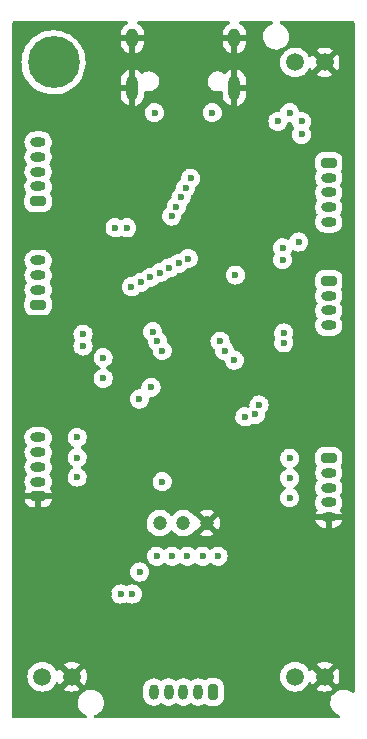
<source format=gbr>
%TF.GenerationSoftware,KiCad,Pcbnew,(6.0.9)*%
%TF.CreationDate,2022-12-02T14:17:00-08:00*%
%TF.ProjectId,controller,636f6e74-726f-46c6-9c65-722e6b696361,1*%
%TF.SameCoordinates,Original*%
%TF.FileFunction,Copper,L2,Inr*%
%TF.FilePolarity,Positive*%
%FSLAX46Y46*%
G04 Gerber Fmt 4.6, Leading zero omitted, Abs format (unit mm)*
G04 Created by KiCad (PCBNEW (6.0.9)) date 2022-12-02 14:17:00*
%MOMM*%
%LPD*%
G01*
G04 APERTURE LIST*
G04 Aperture macros list*
%AMRoundRect*
0 Rectangle with rounded corners*
0 $1 Rounding radius*
0 $2 $3 $4 $5 $6 $7 $8 $9 X,Y pos of 4 corners*
0 Add a 4 corners polygon primitive as box body*
4,1,4,$2,$3,$4,$5,$6,$7,$8,$9,$2,$3,0*
0 Add four circle primitives for the rounded corners*
1,1,$1+$1,$2,$3*
1,1,$1+$1,$4,$5*
1,1,$1+$1,$6,$7*
1,1,$1+$1,$8,$9*
0 Add four rect primitives between the rounded corners*
20,1,$1+$1,$2,$3,$4,$5,0*
20,1,$1+$1,$4,$5,$6,$7,0*
20,1,$1+$1,$6,$7,$8,$9,0*
20,1,$1+$1,$8,$9,$2,$3,0*%
G04 Aperture macros list end*
%TA.AperFunction,ComponentPad*%
%ADD10RoundRect,0.200000X-0.450000X0.200000X-0.450000X-0.200000X0.450000X-0.200000X0.450000X0.200000X0*%
%TD*%
%TA.AperFunction,ComponentPad*%
%ADD11O,1.300000X0.800000*%
%TD*%
%TA.AperFunction,ComponentPad*%
%ADD12RoundRect,0.200000X0.450000X-0.200000X0.450000X0.200000X-0.450000X0.200000X-0.450000X-0.200000X0*%
%TD*%
%TA.AperFunction,ComponentPad*%
%ADD13RoundRect,0.200000X0.200000X0.450000X-0.200000X0.450000X-0.200000X-0.450000X0.200000X-0.450000X0*%
%TD*%
%TA.AperFunction,ComponentPad*%
%ADD14O,0.800000X1.300000*%
%TD*%
%TA.AperFunction,ComponentPad*%
%ADD15O,1.000000X2.100000*%
%TD*%
%TA.AperFunction,ComponentPad*%
%ADD16O,1.000000X1.600000*%
%TD*%
%TA.AperFunction,ComponentPad*%
%ADD17C,1.200000*%
%TD*%
%TA.AperFunction,ComponentPad*%
%ADD18C,1.500000*%
%TD*%
%TA.AperFunction,ComponentPad*%
%ADD19C,4.400000*%
%TD*%
%TA.AperFunction,ViaPad*%
%ADD20C,0.600000*%
%TD*%
G04 APERTURE END LIST*
D10*
%TO.N,MOSI_R*%
%TO.C,J6*%
X137300000Y-92500000D03*
D11*
%TO.N,MISO_R*%
X137300000Y-93750000D03*
%TO.N,SCK_R*%
X137300000Y-95000000D03*
%TO.N,NSS_R*%
X137300000Y-96250000D03*
%TD*%
D12*
%TO.N,COL5*%
%TO.C,J7*%
X112700000Y-85750000D03*
D11*
%TO.N,COL4*%
X112700000Y-84500000D03*
%TO.N,COL3*%
X112700000Y-83250000D03*
%TO.N,COL2*%
X112700000Y-82000000D03*
%TO.N,COL1*%
X112700000Y-80750000D03*
%TD*%
D13*
%TO.N,LED1_OUT*%
%TO.C,J4*%
X127500000Y-127300000D03*
D14*
%TO.N,LED2_OUT*%
X126250000Y-127300000D03*
%TO.N,LED3_OUT*%
X125000000Y-127300000D03*
%TO.N,LED4_OUT*%
X123750000Y-127300000D03*
%TO.N,LED5_OUT*%
X122500000Y-127300000D03*
%TD*%
D15*
%TO.N,GND*%
%TO.C,J2*%
X129320000Y-76130000D03*
D16*
X120680000Y-71950000D03*
X129320000Y-71950000D03*
D15*
X120680000Y-76130000D03*
%TD*%
D17*
%TO.N,GND*%
%TO.C,SW1*%
X127000000Y-113000000D03*
%TO.N,Net-(R2-Pad1)*%
X125000000Y-113000000D03*
%TO.N,3V3*%
X123000000Y-113000000D03*
%TD*%
D18*
%TO.N,5V*%
%TO.C,J11*%
X134450000Y-126000000D03*
%TO.N,GND*%
X136950000Y-126000000D03*
%TD*%
D10*
%TO.N,ROW1*%
%TO.C,J8*%
X137300000Y-82500000D03*
D11*
%TO.N,ROW2*%
X137300000Y-83750000D03*
%TO.N,ROW3*%
X137300000Y-85000000D03*
%TO.N,ROW4*%
X137300000Y-86250000D03*
%TO.N,ROW5*%
X137300000Y-87500000D03*
%TD*%
D18*
%TO.N,GND*%
%TO.C,J1*%
X136950000Y-74000000D03*
%TO.N,5V*%
X134450000Y-74000000D03*
%TD*%
D12*
%TO.N,MOSI_L*%
%TO.C,J5*%
X112700000Y-94500000D03*
D11*
%TO.N,MISO_L*%
X112700000Y-93250000D03*
%TO.N,SCK_L*%
X112700000Y-92000000D03*
%TO.N,NSS_L*%
X112700000Y-90750000D03*
%TD*%
D10*
%TO.N,3V3*%
%TO.C,J10*%
X137300000Y-107500000D03*
D11*
%TO.N,ST_X*%
X137300000Y-108750000D03*
%TO.N,ST_Y*%
X137300000Y-110000000D03*
%TO.N,ST_P_IN*%
X137300000Y-111250000D03*
%TO.N,GND*%
X137300000Y-112500000D03*
%TD*%
D12*
%TO.N,GND*%
%TO.C,J9*%
X112700000Y-110750000D03*
D11*
%TO.N,TR3*%
X112700000Y-109500000D03*
%TO.N,TR2*%
X112700000Y-108250000D03*
%TO.N,TR1*%
X112700000Y-107000000D03*
%TO.N,3V3*%
X112700000Y-105750000D03*
%TD*%
D19*
%TO.N,N/C*%
%TO.C,H1*%
X114000000Y-74000000D03*
%TD*%
D18*
%TO.N,5V*%
%TO.C,J3*%
X113050000Y-126000000D03*
%TO.N,GND*%
X115550000Y-126000000D03*
%TD*%
D20*
%TO.N,5V*%
X127450000Y-78250000D03*
X122550000Y-78250000D03*
%TO.N,GND*%
X131500000Y-83000000D03*
X130400000Y-100500000D03*
X129500000Y-100500000D03*
X118675000Y-119000000D03*
X134750000Y-105750000D03*
X121513600Y-89611200D03*
X115250000Y-104000000D03*
X132250000Y-110750000D03*
X132750000Y-83000000D03*
X121250000Y-78250000D03*
X129400000Y-90500000D03*
X125800000Y-104000000D03*
X128500000Y-104525000D03*
X133500000Y-88625000D03*
X127000000Y-98400000D03*
X133500000Y-93275000D03*
X122500000Y-82000000D03*
X131325000Y-121000000D03*
X134000000Y-81750000D03*
X117750000Y-108250000D03*
X121300000Y-122862500D03*
X118200000Y-88000000D03*
X119700000Y-102500000D03*
X133500000Y-98775000D03*
X128750000Y-78250000D03*
X119500000Y-103500000D03*
X115250000Y-112500000D03*
X116400000Y-99900000D03*
X129400000Y-97000000D03*
X116500000Y-95900000D03*
X134750000Y-92750000D03*
X128400000Y-82750000D03*
X120600000Y-97500000D03*
%TO.N,3V3*%
X116500000Y-97000000D03*
X133000000Y-79000000D03*
X120200000Y-88000000D03*
X120675000Y-119000000D03*
X133500000Y-96900000D03*
X121275000Y-102500000D03*
X134000000Y-78250000D03*
X122250000Y-101500000D03*
X119200000Y-88000000D03*
X131400000Y-103000000D03*
X118200000Y-99000000D03*
X135000000Y-80100000D03*
X135000000Y-79000000D03*
X133400000Y-89700000D03*
X133500000Y-97750000D03*
X118200000Y-100750000D03*
X133400000Y-90700000D03*
X130200000Y-104000000D03*
X131100000Y-103800000D03*
X119675000Y-119000000D03*
X116500000Y-98000000D03*
%TO.N,ST_X*%
X129300000Y-99200000D03*
X134000000Y-107500000D03*
%TO.N,ST_Y*%
X134000000Y-109200000D03*
X128500000Y-98400000D03*
%TO.N,TR1*%
X122400000Y-96800000D03*
X116000000Y-105750000D03*
%TO.N,TR2*%
X122800000Y-97600000D03*
X116000000Y-107450000D03*
%TO.N,TR3*%
X123200000Y-98400000D03*
X116000000Y-109100000D03*
%TO.N,COL1*%
X125600000Y-83800000D03*
%TO.N,COL2*%
X125200000Y-84600000D03*
%TO.N,COL3*%
X124800000Y-85400000D03*
%TO.N,COL4*%
X124400000Y-86200000D03*
%TO.N,COL5*%
X124000000Y-87000000D03*
%TO.N,BOOT0*%
X124600000Y-91000000D03*
X123200000Y-109500000D03*
%TO.N,BOOT1*%
X134750000Y-89200000D03*
X129400000Y-92000000D03*
%TO.N,ST_P*%
X128100000Y-97600000D03*
X134000000Y-110850000D03*
%TO.N,LED_OE*%
X121300000Y-117137500D03*
X120600000Y-93000000D03*
%TO.N,LED1*%
X125400000Y-90600000D03*
X127925000Y-115800000D03*
%TO.N,LED2*%
X126625000Y-115800000D03*
X123800000Y-91400000D03*
%TO.N,LED3*%
X123000000Y-91800000D03*
X125325000Y-115800000D03*
%TO.N,LED4*%
X122200000Y-92200000D03*
X124025000Y-115800000D03*
%TO.N,LED5*%
X121400000Y-92600000D03*
X122725000Y-115800000D03*
%TD*%
%TA.AperFunction,Conductor*%
%TO.N,GND*%
G36*
X120242822Y-70528502D02*
G01*
X120289315Y-70582158D01*
X120299419Y-70652432D01*
X120269925Y-70717012D01*
X120233076Y-70746162D01*
X120130846Y-70799607D01*
X120120585Y-70806321D01*
X119976127Y-70922468D01*
X119967368Y-70931046D01*
X119848222Y-71073039D01*
X119841292Y-71083159D01*
X119751998Y-71245585D01*
X119747166Y-71256858D01*
X119691120Y-71433538D01*
X119688570Y-71445532D01*
X119672393Y-71589761D01*
X119672000Y-71596785D01*
X119672000Y-71677885D01*
X119676475Y-71693124D01*
X119677865Y-71694329D01*
X119685548Y-71696000D01*
X121669885Y-71696000D01*
X121685124Y-71691525D01*
X121686329Y-71690135D01*
X121688000Y-71682452D01*
X121688000Y-71603343D01*
X121687699Y-71597195D01*
X121674188Y-71459397D01*
X121671805Y-71447362D01*
X121618233Y-71269924D01*
X121613559Y-71258584D01*
X121526540Y-71094923D01*
X121519751Y-71084706D01*
X121402603Y-70941067D01*
X121393959Y-70932363D01*
X121251144Y-70814216D01*
X121240973Y-70807356D01*
X121126270Y-70745336D01*
X121075861Y-70695341D01*
X121060484Y-70626030D01*
X121085020Y-70559408D01*
X121141680Y-70516627D01*
X121186199Y-70508500D01*
X128814701Y-70508500D01*
X128882822Y-70528502D01*
X128929315Y-70582158D01*
X128939419Y-70652432D01*
X128909925Y-70717012D01*
X128873076Y-70746162D01*
X128770846Y-70799607D01*
X128760585Y-70806321D01*
X128616127Y-70922468D01*
X128607368Y-70931046D01*
X128488222Y-71073039D01*
X128481292Y-71083159D01*
X128391998Y-71245585D01*
X128387166Y-71256858D01*
X128331120Y-71433538D01*
X128328570Y-71445532D01*
X128312393Y-71589761D01*
X128312000Y-71596785D01*
X128312000Y-71677885D01*
X128316475Y-71693124D01*
X128317865Y-71694329D01*
X128325548Y-71696000D01*
X130309885Y-71696000D01*
X130325124Y-71691525D01*
X130326329Y-71690135D01*
X130328000Y-71682452D01*
X130328000Y-71603343D01*
X130327699Y-71597195D01*
X130314188Y-71459397D01*
X130311805Y-71447362D01*
X130258233Y-71269924D01*
X130253559Y-71258584D01*
X130166540Y-71094923D01*
X130159751Y-71084706D01*
X130042603Y-70941067D01*
X130033959Y-70932363D01*
X129891144Y-70814216D01*
X129880973Y-70807356D01*
X129766270Y-70745336D01*
X129715861Y-70695341D01*
X129700484Y-70626030D01*
X129725020Y-70559408D01*
X129781680Y-70516627D01*
X129826199Y-70508500D01*
X132442286Y-70508500D01*
X132510407Y-70528502D01*
X132556900Y-70582158D01*
X132567004Y-70652432D01*
X132537510Y-70717012D01*
X132485897Y-70752712D01*
X132370734Y-70795198D01*
X132195649Y-70899363D01*
X132042478Y-71033690D01*
X132038911Y-71038215D01*
X132038906Y-71038220D01*
X131952331Y-71148040D01*
X131916351Y-71193681D01*
X131913662Y-71198792D01*
X131913660Y-71198795D01*
X131867471Y-71286586D01*
X131821492Y-71373978D01*
X131761078Y-71568543D01*
X131737132Y-71770859D01*
X131739042Y-71800000D01*
X131750457Y-71974151D01*
X131800605Y-72171610D01*
X131885898Y-72356624D01*
X132003479Y-72522997D01*
X132149410Y-72665157D01*
X132154206Y-72668362D01*
X132154209Y-72668364D01*
X132227684Y-72717458D01*
X132318803Y-72778342D01*
X132324106Y-72780620D01*
X132324109Y-72780622D01*
X132413115Y-72818862D01*
X132505987Y-72858763D01*
X132578817Y-72875243D01*
X132699055Y-72902450D01*
X132699060Y-72902451D01*
X132704692Y-72903725D01*
X132710463Y-72903952D01*
X132710465Y-72903952D01*
X132773470Y-72906427D01*
X132908263Y-72911723D01*
X133109883Y-72882490D01*
X133115347Y-72880635D01*
X133115352Y-72880634D01*
X133297327Y-72818862D01*
X133297332Y-72818860D01*
X133302799Y-72817004D01*
X133480551Y-72717458D01*
X133637186Y-72587186D01*
X133767458Y-72430551D01*
X133867004Y-72252799D01*
X133868860Y-72247332D01*
X133868862Y-72247327D01*
X133930634Y-72065352D01*
X133930635Y-72065347D01*
X133932490Y-72059883D01*
X133961723Y-71858263D01*
X133963249Y-71800000D01*
X133945232Y-71603914D01*
X133945137Y-71602880D01*
X133945136Y-71602877D01*
X133944608Y-71597126D01*
X133942531Y-71589761D01*
X133890875Y-71406606D01*
X133890874Y-71406604D01*
X133889307Y-71401047D01*
X133878680Y-71379496D01*
X133801756Y-71223510D01*
X133799201Y-71218329D01*
X133780796Y-71193681D01*
X133680758Y-71059715D01*
X133680758Y-71059714D01*
X133677305Y-71055091D01*
X133544539Y-70932363D01*
X133531943Y-70920719D01*
X133531940Y-70920717D01*
X133527703Y-70916800D01*
X133481675Y-70887759D01*
X133360288Y-70811169D01*
X133360283Y-70811167D01*
X133355404Y-70808088D01*
X133318087Y-70793200D01*
X133213641Y-70751530D01*
X133157781Y-70707709D01*
X133134481Y-70640645D01*
X133151137Y-70571630D01*
X133202461Y-70522575D01*
X133260331Y-70508500D01*
X139365500Y-70508500D01*
X139433621Y-70528502D01*
X139480114Y-70582158D01*
X139491500Y-70634500D01*
X139491500Y-127272591D01*
X139471498Y-127340712D01*
X139417842Y-127387205D01*
X139347568Y-127397309D01*
X139279971Y-127365116D01*
X139231943Y-127320719D01*
X139231940Y-127320717D01*
X139227703Y-127316800D01*
X139157636Y-127272591D01*
X139060288Y-127211169D01*
X139060283Y-127211167D01*
X139055404Y-127208088D01*
X138866180Y-127132595D01*
X138684122Y-127096381D01*
X138672032Y-127093976D01*
X138672031Y-127093976D01*
X138666366Y-127092849D01*
X138660592Y-127092773D01*
X138660588Y-127092773D01*
X138557452Y-127091424D01*
X138462655Y-127090183D01*
X138456958Y-127091162D01*
X138456957Y-127091162D01*
X138267567Y-127123705D01*
X138261870Y-127124684D01*
X138070734Y-127195198D01*
X138065773Y-127198150D01*
X138065772Y-127198150D01*
X137940649Y-127272591D01*
X137895649Y-127299363D01*
X137742478Y-127433690D01*
X137738911Y-127438215D01*
X137738906Y-127438220D01*
X137652331Y-127548040D01*
X137616351Y-127593681D01*
X137521492Y-127773978D01*
X137461078Y-127968543D01*
X137437132Y-128170859D01*
X137439042Y-128200000D01*
X137450457Y-128374151D01*
X137500605Y-128571610D01*
X137585898Y-128756624D01*
X137703479Y-128922997D01*
X137707613Y-128927024D01*
X137813984Y-129030646D01*
X137849410Y-129065157D01*
X137854206Y-129068362D01*
X137854209Y-129068364D01*
X137992264Y-129160609D01*
X138018803Y-129178342D01*
X138024106Y-129180620D01*
X138024109Y-129180622D01*
X138184967Y-129249732D01*
X138239660Y-129295000D01*
X138261197Y-129362652D01*
X138242740Y-129431207D01*
X138190149Y-129478901D01*
X138135229Y-129491500D01*
X117557329Y-129491500D01*
X117489208Y-129471498D01*
X117442715Y-129417842D01*
X117432611Y-129347568D01*
X117462105Y-129282988D01*
X117516828Y-129246187D01*
X117597327Y-129218862D01*
X117597332Y-129218860D01*
X117602799Y-129217004D01*
X117780551Y-129117458D01*
X117937186Y-128987186D01*
X118067458Y-128830551D01*
X118167004Y-128652799D01*
X118168860Y-128647332D01*
X118168862Y-128647327D01*
X118230634Y-128465352D01*
X118230635Y-128465347D01*
X118232490Y-128459883D01*
X118261723Y-128258263D01*
X118263249Y-128200000D01*
X118244608Y-127997126D01*
X118221522Y-127915271D01*
X118190875Y-127806606D01*
X118190874Y-127806604D01*
X118189307Y-127801047D01*
X118178680Y-127779496D01*
X118101756Y-127623510D01*
X118099201Y-127618329D01*
X118083730Y-127597610D01*
X121591500Y-127597610D01*
X121606458Y-127739928D01*
X121665473Y-127921556D01*
X121760960Y-128086944D01*
X121765378Y-128091851D01*
X121765379Y-128091852D01*
X121859429Y-128196305D01*
X121888747Y-128228866D01*
X121934265Y-128261937D01*
X122008093Y-128315576D01*
X122043248Y-128341118D01*
X122049276Y-128343802D01*
X122049278Y-128343803D01*
X122181663Y-128402744D01*
X122217712Y-128418794D01*
X122311113Y-128438647D01*
X122398056Y-128457128D01*
X122398061Y-128457128D01*
X122404513Y-128458500D01*
X122595487Y-128458500D01*
X122601939Y-128457128D01*
X122601944Y-128457128D01*
X122688887Y-128438647D01*
X122782288Y-128418794D01*
X122818337Y-128402744D01*
X122950722Y-128343803D01*
X122950724Y-128343802D01*
X122956752Y-128341118D01*
X122991908Y-128315576D01*
X123050939Y-128272687D01*
X123117807Y-128248828D01*
X123186958Y-128264909D01*
X123199061Y-128272687D01*
X123258093Y-128315576D01*
X123293248Y-128341118D01*
X123299276Y-128343802D01*
X123299278Y-128343803D01*
X123431663Y-128402744D01*
X123467712Y-128418794D01*
X123561113Y-128438647D01*
X123648056Y-128457128D01*
X123648061Y-128457128D01*
X123654513Y-128458500D01*
X123845487Y-128458500D01*
X123851939Y-128457128D01*
X123851944Y-128457128D01*
X123938887Y-128438647D01*
X124032288Y-128418794D01*
X124068337Y-128402744D01*
X124200722Y-128343803D01*
X124200724Y-128343802D01*
X124206752Y-128341118D01*
X124241908Y-128315576D01*
X124300939Y-128272687D01*
X124367807Y-128248828D01*
X124436958Y-128264909D01*
X124449061Y-128272687D01*
X124508093Y-128315576D01*
X124543248Y-128341118D01*
X124549276Y-128343802D01*
X124549278Y-128343803D01*
X124681663Y-128402744D01*
X124717712Y-128418794D01*
X124811113Y-128438647D01*
X124898056Y-128457128D01*
X124898061Y-128457128D01*
X124904513Y-128458500D01*
X125095487Y-128458500D01*
X125101939Y-128457128D01*
X125101944Y-128457128D01*
X125188887Y-128438647D01*
X125282288Y-128418794D01*
X125318337Y-128402744D01*
X125450722Y-128343803D01*
X125450724Y-128343802D01*
X125456752Y-128341118D01*
X125491908Y-128315576D01*
X125550939Y-128272687D01*
X125617807Y-128248828D01*
X125686958Y-128264909D01*
X125699061Y-128272687D01*
X125758093Y-128315576D01*
X125793248Y-128341118D01*
X125799276Y-128343802D01*
X125799278Y-128343803D01*
X125931663Y-128402744D01*
X125967712Y-128418794D01*
X126061113Y-128438647D01*
X126148056Y-128457128D01*
X126148061Y-128457128D01*
X126154513Y-128458500D01*
X126345487Y-128458500D01*
X126351939Y-128457128D01*
X126351944Y-128457128D01*
X126438887Y-128438647D01*
X126532288Y-128418794D01*
X126568337Y-128402744D01*
X126700722Y-128343803D01*
X126700724Y-128343802D01*
X126706752Y-128341118D01*
X126730650Y-128323755D01*
X126797518Y-128299897D01*
X126869982Y-128317915D01*
X127006301Y-128400472D01*
X127013548Y-128402743D01*
X127013550Y-128402744D01*
X127056198Y-128416109D01*
X127169938Y-128451753D01*
X127243365Y-128458500D01*
X127246263Y-128458500D01*
X127500665Y-128458499D01*
X127756634Y-128458499D01*
X127759492Y-128458236D01*
X127759501Y-128458236D01*
X127795004Y-128454974D01*
X127830062Y-128451753D01*
X127943802Y-128416109D01*
X127986450Y-128402744D01*
X127986452Y-128402743D01*
X127993699Y-128400472D01*
X128140381Y-128311639D01*
X128261639Y-128190381D01*
X128350472Y-128043699D01*
X128401753Y-127880062D01*
X128408500Y-127806635D01*
X128408499Y-126793366D01*
X128401753Y-126719938D01*
X128388753Y-126678455D01*
X128352744Y-126563550D01*
X128352743Y-126563548D01*
X128350472Y-126556301D01*
X128261639Y-126409619D01*
X128140381Y-126288361D01*
X127993699Y-126199528D01*
X127986452Y-126197257D01*
X127986450Y-126197256D01*
X127920164Y-126176483D01*
X127830062Y-126148247D01*
X127756635Y-126141500D01*
X127753737Y-126141500D01*
X127499335Y-126141501D01*
X127243366Y-126141501D01*
X127240508Y-126141764D01*
X127240499Y-126141764D01*
X127204996Y-126145026D01*
X127169938Y-126148247D01*
X127163560Y-126150246D01*
X127163559Y-126150246D01*
X127013550Y-126197256D01*
X127013548Y-126197257D01*
X127006301Y-126199528D01*
X126964768Y-126224681D01*
X126869982Y-126282085D01*
X126801352Y-126300264D01*
X126730650Y-126276245D01*
X126712094Y-126262763D01*
X126712092Y-126262762D01*
X126706752Y-126258882D01*
X126700724Y-126256198D01*
X126700722Y-126256197D01*
X126538319Y-126183891D01*
X126538318Y-126183891D01*
X126532288Y-126181206D01*
X126438887Y-126161353D01*
X126351944Y-126142872D01*
X126351939Y-126142872D01*
X126345487Y-126141500D01*
X126154513Y-126141500D01*
X126148061Y-126142872D01*
X126148056Y-126142872D01*
X126061113Y-126161353D01*
X125967712Y-126181206D01*
X125961682Y-126183891D01*
X125961681Y-126183891D01*
X125799278Y-126256197D01*
X125799276Y-126256198D01*
X125793248Y-126258882D01*
X125787907Y-126262762D01*
X125787906Y-126262763D01*
X125699061Y-126327313D01*
X125632193Y-126351172D01*
X125563042Y-126335091D01*
X125550939Y-126327313D01*
X125462094Y-126262763D01*
X125462093Y-126262762D01*
X125456752Y-126258882D01*
X125450724Y-126256198D01*
X125450722Y-126256197D01*
X125288319Y-126183891D01*
X125288318Y-126183891D01*
X125282288Y-126181206D01*
X125188887Y-126161353D01*
X125101944Y-126142872D01*
X125101939Y-126142872D01*
X125095487Y-126141500D01*
X124904513Y-126141500D01*
X124898061Y-126142872D01*
X124898056Y-126142872D01*
X124811113Y-126161353D01*
X124717712Y-126181206D01*
X124711682Y-126183891D01*
X124711681Y-126183891D01*
X124549278Y-126256197D01*
X124549276Y-126256198D01*
X124543248Y-126258882D01*
X124537907Y-126262762D01*
X124537906Y-126262763D01*
X124449061Y-126327313D01*
X124382193Y-126351172D01*
X124313042Y-126335091D01*
X124300939Y-126327313D01*
X124212094Y-126262763D01*
X124212093Y-126262762D01*
X124206752Y-126258882D01*
X124200724Y-126256198D01*
X124200722Y-126256197D01*
X124038319Y-126183891D01*
X124038318Y-126183891D01*
X124032288Y-126181206D01*
X123938887Y-126161353D01*
X123851944Y-126142872D01*
X123851939Y-126142872D01*
X123845487Y-126141500D01*
X123654513Y-126141500D01*
X123648061Y-126142872D01*
X123648056Y-126142872D01*
X123561113Y-126161353D01*
X123467712Y-126181206D01*
X123461682Y-126183891D01*
X123461681Y-126183891D01*
X123299278Y-126256197D01*
X123299276Y-126256198D01*
X123293248Y-126258882D01*
X123287907Y-126262762D01*
X123287906Y-126262763D01*
X123199061Y-126327313D01*
X123132193Y-126351172D01*
X123063042Y-126335091D01*
X123050939Y-126327313D01*
X122962094Y-126262763D01*
X122962093Y-126262762D01*
X122956752Y-126258882D01*
X122950724Y-126256198D01*
X122950722Y-126256197D01*
X122788319Y-126183891D01*
X122788318Y-126183891D01*
X122782288Y-126181206D01*
X122688887Y-126161353D01*
X122601944Y-126142872D01*
X122601939Y-126142872D01*
X122595487Y-126141500D01*
X122404513Y-126141500D01*
X122398061Y-126142872D01*
X122398056Y-126142872D01*
X122311113Y-126161353D01*
X122217712Y-126181206D01*
X122211682Y-126183891D01*
X122211681Y-126183891D01*
X122049278Y-126256197D01*
X122049276Y-126256198D01*
X122043248Y-126258882D01*
X122037907Y-126262762D01*
X122037906Y-126262763D01*
X122002674Y-126288361D01*
X121888747Y-126371134D01*
X121884326Y-126376044D01*
X121884325Y-126376045D01*
X121782327Y-126489326D01*
X121760960Y-126513056D01*
X121665473Y-126678444D01*
X121606458Y-126860072D01*
X121591500Y-127002390D01*
X121591500Y-127597610D01*
X118083730Y-127597610D01*
X118080796Y-127593681D01*
X117980758Y-127459715D01*
X117980758Y-127459714D01*
X117977305Y-127455091D01*
X117827703Y-127316800D01*
X117757636Y-127272591D01*
X117660288Y-127211169D01*
X117660283Y-127211167D01*
X117655404Y-127208088D01*
X117466180Y-127132595D01*
X117284122Y-127096381D01*
X117272032Y-127093976D01*
X117272031Y-127093976D01*
X117266366Y-127092849D01*
X117260592Y-127092773D01*
X117260588Y-127092773D01*
X117157452Y-127091424D01*
X117062655Y-127090183D01*
X117056958Y-127091162D01*
X117056957Y-127091162D01*
X116867567Y-127123705D01*
X116861870Y-127124684D01*
X116670734Y-127195198D01*
X116665773Y-127198150D01*
X116665772Y-127198150D01*
X116540649Y-127272591D01*
X116495649Y-127299363D01*
X116342478Y-127433690D01*
X116338911Y-127438215D01*
X116338906Y-127438220D01*
X116252331Y-127548040D01*
X116216351Y-127593681D01*
X116121492Y-127773978D01*
X116061078Y-127968543D01*
X116037132Y-128170859D01*
X116039042Y-128200000D01*
X116050457Y-128374151D01*
X116100605Y-128571610D01*
X116185898Y-128756624D01*
X116303479Y-128922997D01*
X116307613Y-128927024D01*
X116413984Y-129030646D01*
X116449410Y-129065157D01*
X116454206Y-129068362D01*
X116454209Y-129068364D01*
X116592264Y-129160609D01*
X116618803Y-129178342D01*
X116624106Y-129180620D01*
X116624109Y-129180622D01*
X116784967Y-129249732D01*
X116839660Y-129295000D01*
X116861197Y-129362652D01*
X116842740Y-129431207D01*
X116790149Y-129478901D01*
X116735229Y-129491500D01*
X110634500Y-129491500D01*
X110566379Y-129471498D01*
X110519886Y-129417842D01*
X110508500Y-129365500D01*
X110508500Y-126000000D01*
X111786693Y-126000000D01*
X111805885Y-126219371D01*
X111862880Y-126432076D01*
X111903308Y-126518774D01*
X111953618Y-126626666D01*
X111953621Y-126626671D01*
X111955944Y-126631653D01*
X111959100Y-126636160D01*
X111959101Y-126636162D01*
X112069177Y-126793366D01*
X112082251Y-126812038D01*
X112237962Y-126967749D01*
X112418346Y-127094056D01*
X112617924Y-127187120D01*
X112830629Y-127244115D01*
X113050000Y-127263307D01*
X113269371Y-127244115D01*
X113482076Y-127187120D01*
X113681654Y-127094056D01*
X113744342Y-127050161D01*
X114864393Y-127050161D01*
X114873687Y-127062175D01*
X114914088Y-127090464D01*
X114923584Y-127095947D01*
X115113113Y-127184326D01*
X115123405Y-127188072D01*
X115325401Y-127242196D01*
X115336196Y-127244099D01*
X115544525Y-127262326D01*
X115555475Y-127262326D01*
X115763804Y-127244099D01*
X115774599Y-127242196D01*
X115976595Y-127188072D01*
X115986887Y-127184326D01*
X116176416Y-127095947D01*
X116185912Y-127090464D01*
X116227148Y-127061590D01*
X116235523Y-127051112D01*
X116228457Y-127037668D01*
X115562811Y-126372021D01*
X115548868Y-126364408D01*
X115547034Y-126364539D01*
X115540420Y-126368790D01*
X114870820Y-127038391D01*
X114864393Y-127050161D01*
X113744342Y-127050161D01*
X113862038Y-126967749D01*
X114017749Y-126812038D01*
X114030824Y-126793366D01*
X114140899Y-126636162D01*
X114140900Y-126636160D01*
X114144056Y-126631653D01*
X114146379Y-126626671D01*
X114146382Y-126626666D01*
X114186081Y-126541530D01*
X114232998Y-126488245D01*
X114301276Y-126468784D01*
X114369235Y-126489326D01*
X114414471Y-126541530D01*
X114454054Y-126626417D01*
X114459534Y-126635907D01*
X114488411Y-126677149D01*
X114498887Y-126685523D01*
X114512334Y-126678455D01*
X115177979Y-126012811D01*
X115184356Y-126001132D01*
X115914408Y-126001132D01*
X115914539Y-126002966D01*
X115918790Y-126009580D01*
X116588391Y-126679180D01*
X116600161Y-126685607D01*
X116612176Y-126676311D01*
X116640466Y-126635907D01*
X116645946Y-126626417D01*
X116734326Y-126436887D01*
X116738072Y-126426595D01*
X116792196Y-126224599D01*
X116794099Y-126213804D01*
X116812326Y-126005475D01*
X116812326Y-126000000D01*
X133186693Y-126000000D01*
X133205885Y-126219371D01*
X133262880Y-126432076D01*
X133303308Y-126518774D01*
X133353618Y-126626666D01*
X133353621Y-126626671D01*
X133355944Y-126631653D01*
X133359100Y-126636160D01*
X133359101Y-126636162D01*
X133469177Y-126793366D01*
X133482251Y-126812038D01*
X133637962Y-126967749D01*
X133818346Y-127094056D01*
X134017924Y-127187120D01*
X134230629Y-127244115D01*
X134450000Y-127263307D01*
X134669371Y-127244115D01*
X134882076Y-127187120D01*
X135081654Y-127094056D01*
X135144342Y-127050161D01*
X136264393Y-127050161D01*
X136273687Y-127062175D01*
X136314088Y-127090464D01*
X136323584Y-127095947D01*
X136513113Y-127184326D01*
X136523405Y-127188072D01*
X136725401Y-127242196D01*
X136736196Y-127244099D01*
X136944525Y-127262326D01*
X136955475Y-127262326D01*
X137163804Y-127244099D01*
X137174599Y-127242196D01*
X137376595Y-127188072D01*
X137386887Y-127184326D01*
X137576416Y-127095947D01*
X137585912Y-127090464D01*
X137627148Y-127061590D01*
X137635523Y-127051112D01*
X137628457Y-127037668D01*
X136962811Y-126372021D01*
X136948868Y-126364408D01*
X136947034Y-126364539D01*
X136940420Y-126368790D01*
X136270820Y-127038391D01*
X136264393Y-127050161D01*
X135144342Y-127050161D01*
X135262038Y-126967749D01*
X135417749Y-126812038D01*
X135430824Y-126793366D01*
X135540899Y-126636162D01*
X135540900Y-126636160D01*
X135544056Y-126631653D01*
X135546379Y-126626671D01*
X135546382Y-126626666D01*
X135586081Y-126541530D01*
X135632998Y-126488245D01*
X135701276Y-126468784D01*
X135769235Y-126489326D01*
X135814471Y-126541530D01*
X135854054Y-126626417D01*
X135859534Y-126635907D01*
X135888411Y-126677149D01*
X135898887Y-126685523D01*
X135912334Y-126678455D01*
X136577979Y-126012811D01*
X136584356Y-126001132D01*
X137314408Y-126001132D01*
X137314539Y-126002966D01*
X137318790Y-126009580D01*
X137988391Y-126679180D01*
X138000161Y-126685607D01*
X138012176Y-126676311D01*
X138040466Y-126635907D01*
X138045946Y-126626417D01*
X138134326Y-126436887D01*
X138138072Y-126426595D01*
X138192196Y-126224599D01*
X138194099Y-126213804D01*
X138212326Y-126005475D01*
X138212326Y-125994525D01*
X138194099Y-125786196D01*
X138192196Y-125775401D01*
X138138072Y-125573405D01*
X138134326Y-125563113D01*
X138045946Y-125373583D01*
X138040466Y-125364093D01*
X138011589Y-125322851D01*
X138001113Y-125314477D01*
X137987666Y-125321545D01*
X137322021Y-125987189D01*
X137314408Y-126001132D01*
X136584356Y-126001132D01*
X136585592Y-125998868D01*
X136585461Y-125997034D01*
X136581210Y-125990420D01*
X135911609Y-125320820D01*
X135899839Y-125314393D01*
X135887824Y-125323689D01*
X135859534Y-125364093D01*
X135854054Y-125373583D01*
X135814471Y-125458470D01*
X135767554Y-125511755D01*
X135699276Y-125531216D01*
X135631316Y-125510674D01*
X135586081Y-125458470D01*
X135546382Y-125373334D01*
X135546379Y-125373329D01*
X135544056Y-125368347D01*
X135512786Y-125323689D01*
X135420908Y-125192473D01*
X135420906Y-125192470D01*
X135417749Y-125187962D01*
X135262038Y-125032251D01*
X135142983Y-124948887D01*
X136264477Y-124948887D01*
X136271545Y-124962334D01*
X136937189Y-125627979D01*
X136951132Y-125635592D01*
X136952966Y-125635461D01*
X136959580Y-125631210D01*
X137629180Y-124961609D01*
X137635607Y-124949839D01*
X137626313Y-124937825D01*
X137585912Y-124909536D01*
X137576416Y-124904053D01*
X137386887Y-124815674D01*
X137376595Y-124811928D01*
X137174599Y-124757804D01*
X137163804Y-124755901D01*
X136955475Y-124737674D01*
X136944525Y-124737674D01*
X136736196Y-124755901D01*
X136725401Y-124757804D01*
X136523405Y-124811928D01*
X136513113Y-124815674D01*
X136323583Y-124904054D01*
X136314093Y-124909534D01*
X136272851Y-124938411D01*
X136264477Y-124948887D01*
X135142983Y-124948887D01*
X135081654Y-124905944D01*
X134882076Y-124812880D01*
X134669371Y-124755885D01*
X134450000Y-124736693D01*
X134230629Y-124755885D01*
X134017924Y-124812880D01*
X133924562Y-124856415D01*
X133823334Y-124903618D01*
X133823329Y-124903621D01*
X133818347Y-124905944D01*
X133813840Y-124909100D01*
X133813838Y-124909101D01*
X133642473Y-125029092D01*
X133642470Y-125029094D01*
X133637962Y-125032251D01*
X133482251Y-125187962D01*
X133479094Y-125192470D01*
X133479092Y-125192473D01*
X133387214Y-125323689D01*
X133355944Y-125368347D01*
X133353621Y-125373329D01*
X133353618Y-125373334D01*
X133353502Y-125373583D01*
X133262880Y-125567924D01*
X133205885Y-125780629D01*
X133186693Y-126000000D01*
X116812326Y-126000000D01*
X116812326Y-125994525D01*
X116794099Y-125786196D01*
X116792196Y-125775401D01*
X116738072Y-125573405D01*
X116734326Y-125563113D01*
X116645946Y-125373583D01*
X116640466Y-125364093D01*
X116611589Y-125322851D01*
X116601113Y-125314477D01*
X116587666Y-125321545D01*
X115922021Y-125987189D01*
X115914408Y-126001132D01*
X115184356Y-126001132D01*
X115185592Y-125998868D01*
X115185461Y-125997034D01*
X115181210Y-125990420D01*
X114511609Y-125320820D01*
X114499839Y-125314393D01*
X114487824Y-125323689D01*
X114459534Y-125364093D01*
X114454054Y-125373583D01*
X114414471Y-125458470D01*
X114367554Y-125511755D01*
X114299276Y-125531216D01*
X114231316Y-125510674D01*
X114186081Y-125458470D01*
X114146382Y-125373334D01*
X114146379Y-125373329D01*
X114144056Y-125368347D01*
X114112786Y-125323689D01*
X114020908Y-125192473D01*
X114020906Y-125192470D01*
X114017749Y-125187962D01*
X113862038Y-125032251D01*
X113742983Y-124948887D01*
X114864477Y-124948887D01*
X114871545Y-124962334D01*
X115537189Y-125627979D01*
X115551132Y-125635592D01*
X115552966Y-125635461D01*
X115559580Y-125631210D01*
X116229180Y-124961609D01*
X116235607Y-124949839D01*
X116226313Y-124937825D01*
X116185912Y-124909536D01*
X116176416Y-124904053D01*
X115986887Y-124815674D01*
X115976595Y-124811928D01*
X115774599Y-124757804D01*
X115763804Y-124755901D01*
X115555475Y-124737674D01*
X115544525Y-124737674D01*
X115336196Y-124755901D01*
X115325401Y-124757804D01*
X115123405Y-124811928D01*
X115113113Y-124815674D01*
X114923583Y-124904054D01*
X114914093Y-124909534D01*
X114872851Y-124938411D01*
X114864477Y-124948887D01*
X113742983Y-124948887D01*
X113681654Y-124905944D01*
X113482076Y-124812880D01*
X113269371Y-124755885D01*
X113050000Y-124736693D01*
X112830629Y-124755885D01*
X112617924Y-124812880D01*
X112524562Y-124856415D01*
X112423334Y-124903618D01*
X112423329Y-124903621D01*
X112418347Y-124905944D01*
X112413840Y-124909100D01*
X112413838Y-124909101D01*
X112242473Y-125029092D01*
X112242470Y-125029094D01*
X112237962Y-125032251D01*
X112082251Y-125187962D01*
X112079094Y-125192470D01*
X112079092Y-125192473D01*
X111987214Y-125323689D01*
X111955944Y-125368347D01*
X111953621Y-125373329D01*
X111953618Y-125373334D01*
X111953502Y-125373583D01*
X111862880Y-125567924D01*
X111805885Y-125780629D01*
X111786693Y-126000000D01*
X110508500Y-126000000D01*
X110508500Y-118988640D01*
X118861463Y-118988640D01*
X118879163Y-119169160D01*
X118936418Y-119341273D01*
X118940065Y-119347295D01*
X118940066Y-119347297D01*
X118950978Y-119365314D01*
X119030380Y-119496424D01*
X119156382Y-119626902D01*
X119308159Y-119726222D01*
X119314763Y-119728678D01*
X119314765Y-119728679D01*
X119471558Y-119786990D01*
X119471560Y-119786990D01*
X119478168Y-119789448D01*
X119561995Y-119800633D01*
X119650980Y-119812507D01*
X119650984Y-119812507D01*
X119657961Y-119813438D01*
X119664972Y-119812800D01*
X119664976Y-119812800D01*
X119807459Y-119799832D01*
X119838600Y-119796998D01*
X119845302Y-119794820D01*
X119845304Y-119794820D01*
X120004409Y-119743124D01*
X120004412Y-119743123D01*
X120011108Y-119740947D01*
X120110701Y-119681577D01*
X120179454Y-119663878D01*
X120244211Y-119684375D01*
X120308159Y-119726222D01*
X120314763Y-119728678D01*
X120314765Y-119728679D01*
X120471558Y-119786990D01*
X120471560Y-119786990D01*
X120478168Y-119789448D01*
X120561995Y-119800633D01*
X120650980Y-119812507D01*
X120650984Y-119812507D01*
X120657961Y-119813438D01*
X120664972Y-119812800D01*
X120664976Y-119812800D01*
X120807459Y-119799832D01*
X120838600Y-119796998D01*
X120845302Y-119794820D01*
X120845304Y-119794820D01*
X121004409Y-119743124D01*
X121004412Y-119743123D01*
X121011108Y-119740947D01*
X121166912Y-119648069D01*
X121298266Y-119522982D01*
X121398643Y-119371902D01*
X121463055Y-119202338D01*
X121464035Y-119195366D01*
X121487748Y-119026639D01*
X121487748Y-119026636D01*
X121488299Y-119022717D01*
X121488616Y-119000000D01*
X121468397Y-118819745D01*
X121466080Y-118813091D01*
X121411064Y-118655106D01*
X121411062Y-118655103D01*
X121408745Y-118648448D01*
X121312626Y-118494624D01*
X121298941Y-118480843D01*
X121189778Y-118370915D01*
X121189774Y-118370912D01*
X121184815Y-118365918D01*
X121173935Y-118359013D01*
X121125538Y-118328300D01*
X121031666Y-118268727D01*
X121002463Y-118258328D01*
X120867425Y-118210243D01*
X120867420Y-118210242D01*
X120860790Y-118207881D01*
X120853802Y-118207048D01*
X120853799Y-118207047D01*
X120730698Y-118192368D01*
X120680680Y-118186404D01*
X120673677Y-118187140D01*
X120673676Y-118187140D01*
X120507288Y-118204628D01*
X120507286Y-118204629D01*
X120500288Y-118205364D01*
X120328579Y-118263818D01*
X120240946Y-118317731D01*
X120172447Y-118336388D01*
X120107412Y-118316797D01*
X120037620Y-118272505D01*
X120037616Y-118272503D01*
X120031666Y-118268727D01*
X120002463Y-118258328D01*
X119867425Y-118210243D01*
X119867420Y-118210242D01*
X119860790Y-118207881D01*
X119853802Y-118207048D01*
X119853799Y-118207047D01*
X119730698Y-118192368D01*
X119680680Y-118186404D01*
X119673677Y-118187140D01*
X119673676Y-118187140D01*
X119507288Y-118204628D01*
X119507286Y-118204629D01*
X119500288Y-118205364D01*
X119328579Y-118263818D01*
X119322575Y-118267512D01*
X119180095Y-118355166D01*
X119180092Y-118355168D01*
X119174088Y-118358862D01*
X119169053Y-118363793D01*
X119169050Y-118363795D01*
X119049525Y-118480843D01*
X119044493Y-118485771D01*
X118946235Y-118638238D01*
X118943826Y-118644858D01*
X118943824Y-118644861D01*
X118886606Y-118802066D01*
X118884197Y-118808685D01*
X118861463Y-118988640D01*
X110508500Y-118988640D01*
X110508500Y-117126140D01*
X120486463Y-117126140D01*
X120504163Y-117306660D01*
X120561418Y-117478773D01*
X120565065Y-117484795D01*
X120565066Y-117484797D01*
X120575978Y-117502814D01*
X120655380Y-117633924D01*
X120781382Y-117764402D01*
X120933159Y-117863722D01*
X120939763Y-117866178D01*
X120939765Y-117866179D01*
X121096558Y-117924490D01*
X121096560Y-117924490D01*
X121103168Y-117926948D01*
X121186995Y-117938133D01*
X121275980Y-117950007D01*
X121275984Y-117950007D01*
X121282961Y-117950938D01*
X121289972Y-117950300D01*
X121289976Y-117950300D01*
X121432459Y-117937332D01*
X121463600Y-117934498D01*
X121470302Y-117932320D01*
X121470304Y-117932320D01*
X121629409Y-117880624D01*
X121629412Y-117880623D01*
X121636108Y-117878447D01*
X121791912Y-117785569D01*
X121923266Y-117660482D01*
X122023643Y-117509402D01*
X122088055Y-117339838D01*
X122089035Y-117332866D01*
X122112748Y-117164139D01*
X122112748Y-117164136D01*
X122113299Y-117160217D01*
X122113616Y-117137500D01*
X122093397Y-116957245D01*
X122091080Y-116950591D01*
X122036064Y-116792606D01*
X122036062Y-116792603D01*
X122033745Y-116785948D01*
X121937626Y-116632124D01*
X121919070Y-116613438D01*
X121814778Y-116508415D01*
X121814774Y-116508412D01*
X121809815Y-116503418D01*
X121798697Y-116496362D01*
X121728284Y-116451677D01*
X121656666Y-116406227D01*
X121627463Y-116395828D01*
X121492425Y-116347743D01*
X121492420Y-116347742D01*
X121485790Y-116345381D01*
X121478802Y-116344548D01*
X121478799Y-116344547D01*
X121338696Y-116327841D01*
X121305680Y-116323904D01*
X121298677Y-116324640D01*
X121298676Y-116324640D01*
X121132288Y-116342128D01*
X121132286Y-116342129D01*
X121125288Y-116342864D01*
X120953579Y-116401318D01*
X120947575Y-116405012D01*
X120805095Y-116492666D01*
X120805092Y-116492668D01*
X120799088Y-116496362D01*
X120794053Y-116501293D01*
X120794050Y-116501295D01*
X120679534Y-116613438D01*
X120669493Y-116623271D01*
X120571235Y-116775738D01*
X120568826Y-116782358D01*
X120568824Y-116782361D01*
X120511606Y-116939566D01*
X120509197Y-116946185D01*
X120486463Y-117126140D01*
X110508500Y-117126140D01*
X110508500Y-115788640D01*
X121911463Y-115788640D01*
X121929163Y-115969160D01*
X121986418Y-116141273D01*
X121990065Y-116147295D01*
X121990066Y-116147297D01*
X122000978Y-116165314D01*
X122080380Y-116296424D01*
X122085269Y-116301487D01*
X122085270Y-116301488D01*
X122130305Y-116348123D01*
X122206382Y-116426902D01*
X122212278Y-116430760D01*
X122320067Y-116501295D01*
X122358159Y-116526222D01*
X122364763Y-116528678D01*
X122364765Y-116528679D01*
X122521558Y-116586990D01*
X122521560Y-116586990D01*
X122528168Y-116589448D01*
X122611995Y-116600633D01*
X122700980Y-116612507D01*
X122700984Y-116612507D01*
X122707961Y-116613438D01*
X122714972Y-116612800D01*
X122714976Y-116612800D01*
X122857459Y-116599832D01*
X122888600Y-116596998D01*
X122895302Y-116594820D01*
X122895304Y-116594820D01*
X123054409Y-116543124D01*
X123054412Y-116543123D01*
X123061108Y-116540947D01*
X123216912Y-116448069D01*
X123222011Y-116443213D01*
X123222018Y-116443208D01*
X123287745Y-116380616D01*
X123350869Y-116348123D01*
X123421540Y-116354916D01*
X123465273Y-116384333D01*
X123481676Y-116401318D01*
X123506382Y-116426902D01*
X123512278Y-116430760D01*
X123620067Y-116501295D01*
X123658159Y-116526222D01*
X123664763Y-116528678D01*
X123664765Y-116528679D01*
X123821558Y-116586990D01*
X123821560Y-116586990D01*
X123828168Y-116589448D01*
X123911995Y-116600633D01*
X124000980Y-116612507D01*
X124000984Y-116612507D01*
X124007961Y-116613438D01*
X124014972Y-116612800D01*
X124014976Y-116612800D01*
X124157459Y-116599832D01*
X124188600Y-116596998D01*
X124195302Y-116594820D01*
X124195304Y-116594820D01*
X124354409Y-116543124D01*
X124354412Y-116543123D01*
X124361108Y-116540947D01*
X124516912Y-116448069D01*
X124522011Y-116443213D01*
X124522018Y-116443208D01*
X124587745Y-116380616D01*
X124650869Y-116348123D01*
X124721540Y-116354916D01*
X124765273Y-116384333D01*
X124781676Y-116401318D01*
X124806382Y-116426902D01*
X124812278Y-116430760D01*
X124920067Y-116501295D01*
X124958159Y-116526222D01*
X124964763Y-116528678D01*
X124964765Y-116528679D01*
X125121558Y-116586990D01*
X125121560Y-116586990D01*
X125128168Y-116589448D01*
X125211995Y-116600633D01*
X125300980Y-116612507D01*
X125300984Y-116612507D01*
X125307961Y-116613438D01*
X125314972Y-116612800D01*
X125314976Y-116612800D01*
X125457459Y-116599832D01*
X125488600Y-116596998D01*
X125495302Y-116594820D01*
X125495304Y-116594820D01*
X125654409Y-116543124D01*
X125654412Y-116543123D01*
X125661108Y-116540947D01*
X125816912Y-116448069D01*
X125822011Y-116443213D01*
X125822018Y-116443208D01*
X125887745Y-116380616D01*
X125950869Y-116348123D01*
X126021540Y-116354916D01*
X126065273Y-116384333D01*
X126081676Y-116401318D01*
X126106382Y-116426902D01*
X126112278Y-116430760D01*
X126220067Y-116501295D01*
X126258159Y-116526222D01*
X126264763Y-116528678D01*
X126264765Y-116528679D01*
X126421558Y-116586990D01*
X126421560Y-116586990D01*
X126428168Y-116589448D01*
X126511995Y-116600633D01*
X126600980Y-116612507D01*
X126600984Y-116612507D01*
X126607961Y-116613438D01*
X126614972Y-116612800D01*
X126614976Y-116612800D01*
X126757459Y-116599832D01*
X126788600Y-116596998D01*
X126795302Y-116594820D01*
X126795304Y-116594820D01*
X126954409Y-116543124D01*
X126954412Y-116543123D01*
X126961108Y-116540947D01*
X127116912Y-116448069D01*
X127122011Y-116443213D01*
X127122018Y-116443208D01*
X127187745Y-116380616D01*
X127250869Y-116348123D01*
X127321540Y-116354916D01*
X127365273Y-116384333D01*
X127381676Y-116401318D01*
X127406382Y-116426902D01*
X127412278Y-116430760D01*
X127520067Y-116501295D01*
X127558159Y-116526222D01*
X127564763Y-116528678D01*
X127564765Y-116528679D01*
X127721558Y-116586990D01*
X127721560Y-116586990D01*
X127728168Y-116589448D01*
X127811995Y-116600633D01*
X127900980Y-116612507D01*
X127900984Y-116612507D01*
X127907961Y-116613438D01*
X127914972Y-116612800D01*
X127914976Y-116612800D01*
X128057459Y-116599832D01*
X128088600Y-116596998D01*
X128095302Y-116594820D01*
X128095304Y-116594820D01*
X128254409Y-116543124D01*
X128254412Y-116543123D01*
X128261108Y-116540947D01*
X128416912Y-116448069D01*
X128548266Y-116322982D01*
X128648643Y-116171902D01*
X128713055Y-116002338D01*
X128714035Y-115995366D01*
X128737748Y-115826639D01*
X128737748Y-115826636D01*
X128738299Y-115822717D01*
X128738616Y-115800000D01*
X128718397Y-115619745D01*
X128716080Y-115613091D01*
X128661064Y-115455106D01*
X128661062Y-115455103D01*
X128658745Y-115448448D01*
X128562626Y-115294624D01*
X128520083Y-115251783D01*
X128439778Y-115170915D01*
X128439774Y-115170912D01*
X128434815Y-115165918D01*
X128423697Y-115158862D01*
X128375538Y-115128300D01*
X128281666Y-115068727D01*
X128252463Y-115058328D01*
X128117425Y-115010243D01*
X128117420Y-115010242D01*
X128110790Y-115007881D01*
X128103802Y-115007048D01*
X128103799Y-115007047D01*
X127980698Y-114992368D01*
X127930680Y-114986404D01*
X127923677Y-114987140D01*
X127923676Y-114987140D01*
X127757288Y-115004628D01*
X127757286Y-115004629D01*
X127750288Y-115005364D01*
X127578579Y-115063818D01*
X127572575Y-115067512D01*
X127430095Y-115155166D01*
X127430092Y-115155168D01*
X127424088Y-115158862D01*
X127419053Y-115163793D01*
X127419050Y-115163795D01*
X127363278Y-115218412D01*
X127300613Y-115251783D01*
X127229854Y-115245977D01*
X127185715Y-115217173D01*
X127139783Y-115170919D01*
X127139774Y-115170912D01*
X127134815Y-115165918D01*
X127123697Y-115158862D01*
X127075538Y-115128300D01*
X126981666Y-115068727D01*
X126952463Y-115058328D01*
X126817425Y-115010243D01*
X126817420Y-115010242D01*
X126810790Y-115007881D01*
X126803802Y-115007048D01*
X126803799Y-115007047D01*
X126680698Y-114992368D01*
X126630680Y-114986404D01*
X126623677Y-114987140D01*
X126623676Y-114987140D01*
X126457288Y-115004628D01*
X126457286Y-115004629D01*
X126450288Y-115005364D01*
X126278579Y-115063818D01*
X126272575Y-115067512D01*
X126130095Y-115155166D01*
X126130092Y-115155168D01*
X126124088Y-115158862D01*
X126119053Y-115163793D01*
X126119050Y-115163795D01*
X126063278Y-115218412D01*
X126000613Y-115251783D01*
X125929854Y-115245977D01*
X125885715Y-115217173D01*
X125839783Y-115170919D01*
X125839774Y-115170912D01*
X125834815Y-115165918D01*
X125823697Y-115158862D01*
X125775538Y-115128300D01*
X125681666Y-115068727D01*
X125652463Y-115058328D01*
X125517425Y-115010243D01*
X125517420Y-115010242D01*
X125510790Y-115007881D01*
X125503802Y-115007048D01*
X125503799Y-115007047D01*
X125380698Y-114992368D01*
X125330680Y-114986404D01*
X125323677Y-114987140D01*
X125323676Y-114987140D01*
X125157288Y-115004628D01*
X125157286Y-115004629D01*
X125150288Y-115005364D01*
X124978579Y-115063818D01*
X124972575Y-115067512D01*
X124830095Y-115155166D01*
X124830092Y-115155168D01*
X124824088Y-115158862D01*
X124819053Y-115163793D01*
X124819050Y-115163795D01*
X124763278Y-115218412D01*
X124700613Y-115251783D01*
X124629854Y-115245977D01*
X124585715Y-115217173D01*
X124539783Y-115170919D01*
X124539774Y-115170912D01*
X124534815Y-115165918D01*
X124523697Y-115158862D01*
X124475538Y-115128300D01*
X124381666Y-115068727D01*
X124352463Y-115058328D01*
X124217425Y-115010243D01*
X124217420Y-115010242D01*
X124210790Y-115007881D01*
X124203802Y-115007048D01*
X124203799Y-115007047D01*
X124080698Y-114992368D01*
X124030680Y-114986404D01*
X124023677Y-114987140D01*
X124023676Y-114987140D01*
X123857288Y-115004628D01*
X123857286Y-115004629D01*
X123850288Y-115005364D01*
X123678579Y-115063818D01*
X123672575Y-115067512D01*
X123530095Y-115155166D01*
X123530092Y-115155168D01*
X123524088Y-115158862D01*
X123519053Y-115163793D01*
X123519050Y-115163795D01*
X123463278Y-115218412D01*
X123400613Y-115251783D01*
X123329854Y-115245977D01*
X123285715Y-115217173D01*
X123239783Y-115170919D01*
X123239774Y-115170912D01*
X123234815Y-115165918D01*
X123223697Y-115158862D01*
X123175538Y-115128300D01*
X123081666Y-115068727D01*
X123052463Y-115058328D01*
X122917425Y-115010243D01*
X122917420Y-115010242D01*
X122910790Y-115007881D01*
X122903802Y-115007048D01*
X122903799Y-115007047D01*
X122780698Y-114992368D01*
X122730680Y-114986404D01*
X122723677Y-114987140D01*
X122723676Y-114987140D01*
X122557288Y-115004628D01*
X122557286Y-115004629D01*
X122550288Y-115005364D01*
X122378579Y-115063818D01*
X122372575Y-115067512D01*
X122230095Y-115155166D01*
X122230092Y-115155168D01*
X122224088Y-115158862D01*
X122219053Y-115163793D01*
X122219050Y-115163795D01*
X122135129Y-115245977D01*
X122094493Y-115285771D01*
X121996235Y-115438238D01*
X121993826Y-115444858D01*
X121993824Y-115444861D01*
X121936606Y-115602066D01*
X121934197Y-115608685D01*
X121911463Y-115788640D01*
X110508500Y-115788640D01*
X110508500Y-112970859D01*
X121887132Y-112970859D01*
X121900457Y-113174151D01*
X121950605Y-113371610D01*
X122035898Y-113556624D01*
X122153479Y-113722997D01*
X122299410Y-113865157D01*
X122304206Y-113868362D01*
X122304209Y-113868364D01*
X122429227Y-113951898D01*
X122468803Y-113978342D01*
X122474106Y-113980620D01*
X122474109Y-113980622D01*
X122650680Y-114056483D01*
X122655987Y-114058763D01*
X122728817Y-114075243D01*
X122849055Y-114102450D01*
X122849060Y-114102451D01*
X122854692Y-114103725D01*
X122860463Y-114103952D01*
X122860465Y-114103952D01*
X122923470Y-114106427D01*
X123058263Y-114111723D01*
X123259883Y-114082490D01*
X123265347Y-114080635D01*
X123265352Y-114080634D01*
X123447327Y-114018862D01*
X123447332Y-114018860D01*
X123452799Y-114017004D01*
X123458653Y-114013726D01*
X123569054Y-113951898D01*
X123630551Y-113917458D01*
X123787186Y-113787186D01*
X123904733Y-113645851D01*
X123963670Y-113606267D01*
X124034652Y-113604831D01*
X124095143Y-113641998D01*
X124104503Y-113653699D01*
X124150145Y-113718280D01*
X124153479Y-113722997D01*
X124299410Y-113865157D01*
X124304206Y-113868362D01*
X124304209Y-113868364D01*
X124429227Y-113951898D01*
X124468803Y-113978342D01*
X124474106Y-113980620D01*
X124474109Y-113980622D01*
X124650680Y-114056483D01*
X124655987Y-114058763D01*
X124728817Y-114075243D01*
X124849055Y-114102450D01*
X124849060Y-114102451D01*
X124854692Y-114103725D01*
X124860463Y-114103952D01*
X124860465Y-114103952D01*
X124923470Y-114106427D01*
X125058263Y-114111723D01*
X125259883Y-114082490D01*
X125265347Y-114080635D01*
X125265352Y-114080634D01*
X125447327Y-114018862D01*
X125447332Y-114018860D01*
X125452799Y-114017004D01*
X125458653Y-114013726D01*
X125569054Y-113951898D01*
X125587989Y-113941294D01*
X126423066Y-113941294D01*
X126432948Y-113953783D01*
X126464239Y-113974691D01*
X126474349Y-113980181D01*
X126650835Y-114056005D01*
X126661778Y-114059560D01*
X126849120Y-114101952D01*
X126860530Y-114103454D01*
X127052469Y-114110995D01*
X127063951Y-114110393D01*
X127254045Y-114082832D01*
X127265240Y-114080144D01*
X127447131Y-114018400D01*
X127457628Y-114013726D01*
X127568032Y-113951898D01*
X127577895Y-113941821D01*
X127574940Y-113934151D01*
X127012811Y-113372021D01*
X126998868Y-113364408D01*
X126997034Y-113364539D01*
X126990420Y-113368790D01*
X126429259Y-113929952D01*
X126423066Y-113941294D01*
X125587989Y-113941294D01*
X125630551Y-113917458D01*
X125787186Y-113787186D01*
X125837222Y-113727024D01*
X125913763Y-113634994D01*
X125913764Y-113634993D01*
X125917458Y-113630551D01*
X125917745Y-113630039D01*
X125971506Y-113586292D01*
X126032704Y-113577084D01*
X126054321Y-113579226D01*
X126069676Y-113571113D01*
X126627979Y-113012811D01*
X126634356Y-113001132D01*
X127364408Y-113001132D01*
X127364539Y-113002966D01*
X127368790Y-113009580D01*
X127930239Y-113571028D01*
X127942614Y-113577785D01*
X127949194Y-113572859D01*
X128013726Y-113457628D01*
X128018400Y-113447131D01*
X128080144Y-113265240D01*
X128082832Y-113254045D01*
X128110689Y-113061911D01*
X128111319Y-113054528D01*
X128112650Y-113003704D01*
X128112407Y-112996305D01*
X128094643Y-112802975D01*
X128092545Y-112791654D01*
X128086006Y-112768468D01*
X136178778Y-112768468D01*
X136180310Y-112775675D01*
X136184367Y-112788161D01*
X136256632Y-112950471D01*
X136263198Y-112961843D01*
X136367624Y-113105574D01*
X136376415Y-113115337D01*
X136508442Y-113234214D01*
X136519073Y-113241938D01*
X136672926Y-113330765D01*
X136684934Y-113336111D01*
X136853898Y-113391011D01*
X136866739Y-113393741D01*
X136999138Y-113407656D01*
X137005698Y-113408000D01*
X137027885Y-113408000D01*
X137043124Y-113403525D01*
X137044329Y-113402135D01*
X137046000Y-113394452D01*
X137046000Y-113389885D01*
X137554000Y-113389885D01*
X137558475Y-113405124D01*
X137559865Y-113406329D01*
X137567548Y-113408000D01*
X137594302Y-113408000D01*
X137600862Y-113407656D01*
X137733261Y-113393741D01*
X137746102Y-113391011D01*
X137915066Y-113336111D01*
X137927074Y-113330765D01*
X138080927Y-113241938D01*
X138091558Y-113234214D01*
X138223585Y-113115337D01*
X138232376Y-113105574D01*
X138336802Y-112961843D01*
X138343368Y-112950471D01*
X138415633Y-112788161D01*
X138419690Y-112775675D01*
X138420530Y-112771722D01*
X138419457Y-112757659D01*
X138409503Y-112754000D01*
X137572115Y-112754000D01*
X137556876Y-112758475D01*
X137555671Y-112759865D01*
X137554000Y-112767548D01*
X137554000Y-113389885D01*
X137046000Y-113389885D01*
X137046000Y-112772115D01*
X137041525Y-112756876D01*
X137040135Y-112755671D01*
X137032452Y-112754000D01*
X136193818Y-112754000D01*
X136180287Y-112757973D01*
X136178778Y-112768468D01*
X128086006Y-112768468D01*
X128040408Y-112606791D01*
X128036283Y-112596044D01*
X127952163Y-112425465D01*
X127944869Y-112419990D01*
X127932449Y-112426762D01*
X127372021Y-112987189D01*
X127364408Y-113001132D01*
X126634356Y-113001132D01*
X126635592Y-112998868D01*
X126635461Y-112997034D01*
X126631210Y-112990420D01*
X126068538Y-112427749D01*
X126054601Y-112420139D01*
X126024552Y-112422288D01*
X125955178Y-112407197D01*
X125914604Y-112371998D01*
X125830758Y-112259715D01*
X125830758Y-112259714D01*
X125827305Y-112255091D01*
X125722814Y-112158500D01*
X125681943Y-112120719D01*
X125681940Y-112120717D01*
X125677703Y-112116800D01*
X125585580Y-112058675D01*
X126422788Y-112058675D01*
X126426275Y-112067064D01*
X126987189Y-112627979D01*
X127001132Y-112635592D01*
X127002966Y-112635461D01*
X127009580Y-112631210D01*
X127570285Y-112070504D01*
X127577042Y-112058129D01*
X127571012Y-112050073D01*
X127510061Y-112011616D01*
X127499813Y-112006395D01*
X127321401Y-111935216D01*
X127310373Y-111931949D01*
X127121982Y-111894476D01*
X127110535Y-111893273D01*
X126918477Y-111890759D01*
X126906997Y-111891662D01*
X126717697Y-111924190D01*
X126706577Y-111927170D01*
X126526365Y-111993653D01*
X126515991Y-111998601D01*
X126432385Y-112048342D01*
X126422788Y-112058675D01*
X125585580Y-112058675D01*
X125571947Y-112050073D01*
X125510288Y-112011169D01*
X125510283Y-112011167D01*
X125505404Y-112008088D01*
X125316180Y-111932595D01*
X125141663Y-111897881D01*
X125122032Y-111893976D01*
X125122031Y-111893976D01*
X125116366Y-111892849D01*
X125110592Y-111892773D01*
X125110588Y-111892773D01*
X125007452Y-111891424D01*
X124912655Y-111890183D01*
X124906958Y-111891162D01*
X124906957Y-111891162D01*
X124887671Y-111894476D01*
X124711870Y-111924684D01*
X124520734Y-111995198D01*
X124515773Y-111998150D01*
X124515772Y-111998150D01*
X124399939Y-112067064D01*
X124345649Y-112099363D01*
X124192478Y-112233690D01*
X124098395Y-112353034D01*
X124040515Y-112394146D01*
X123969595Y-112397440D01*
X123908152Y-112361869D01*
X123898488Y-112350416D01*
X123830758Y-112259715D01*
X123830758Y-112259714D01*
X123827305Y-112255091D01*
X123722814Y-112158500D01*
X123681943Y-112120719D01*
X123681940Y-112120717D01*
X123677703Y-112116800D01*
X123571947Y-112050073D01*
X123510288Y-112011169D01*
X123510283Y-112011167D01*
X123505404Y-112008088D01*
X123316180Y-111932595D01*
X123141663Y-111897881D01*
X123122032Y-111893976D01*
X123122031Y-111893976D01*
X123116366Y-111892849D01*
X123110592Y-111892773D01*
X123110588Y-111892773D01*
X123007452Y-111891424D01*
X122912655Y-111890183D01*
X122906958Y-111891162D01*
X122906957Y-111891162D01*
X122887671Y-111894476D01*
X122711870Y-111924684D01*
X122520734Y-111995198D01*
X122515773Y-111998150D01*
X122515772Y-111998150D01*
X122399939Y-112067064D01*
X122345649Y-112099363D01*
X122192478Y-112233690D01*
X122188911Y-112238215D01*
X122188906Y-112238220D01*
X122102331Y-112348040D01*
X122066351Y-112393681D01*
X122063662Y-112398792D01*
X122063660Y-112398795D01*
X122048946Y-112426762D01*
X121971492Y-112573978D01*
X121911078Y-112768543D01*
X121887132Y-112970859D01*
X110508500Y-112970859D01*
X110508500Y-111014294D01*
X111542709Y-111014294D01*
X111548132Y-111073315D01*
X111550743Y-111086351D01*
X111597715Y-111236243D01*
X111603921Y-111249988D01*
X111684824Y-111383574D01*
X111694131Y-111395443D01*
X111804557Y-111505869D01*
X111816426Y-111515176D01*
X111950012Y-111596079D01*
X111963757Y-111602285D01*
X112113644Y-111649256D01*
X112126694Y-111651869D01*
X112190521Y-111657734D01*
X112196309Y-111658000D01*
X112427885Y-111658000D01*
X112443124Y-111653525D01*
X112444329Y-111652135D01*
X112446000Y-111644452D01*
X112446000Y-111639884D01*
X112954000Y-111639884D01*
X112958475Y-111655123D01*
X112959865Y-111656328D01*
X112967548Y-111657999D01*
X113203705Y-111657999D01*
X113209454Y-111657736D01*
X113273315Y-111651868D01*
X113286351Y-111649257D01*
X113436243Y-111602285D01*
X113449988Y-111596079D01*
X113583574Y-111515176D01*
X113595443Y-111505869D01*
X113705869Y-111395443D01*
X113715176Y-111383574D01*
X113796079Y-111249988D01*
X113802285Y-111236243D01*
X113849256Y-111086356D01*
X113851869Y-111073306D01*
X113856913Y-111018414D01*
X113853525Y-111006876D01*
X113852135Y-111005671D01*
X113844452Y-111004000D01*
X112972115Y-111004000D01*
X112956876Y-111008475D01*
X112955671Y-111009865D01*
X112954000Y-111017548D01*
X112954000Y-111639884D01*
X112446000Y-111639884D01*
X112446000Y-111022115D01*
X112441525Y-111006876D01*
X112440135Y-111005671D01*
X112432452Y-111004000D01*
X111560116Y-111004000D01*
X111544877Y-111008475D01*
X111543672Y-111009865D01*
X111542709Y-111014294D01*
X110508500Y-111014294D01*
X110508500Y-110838640D01*
X133186463Y-110838640D01*
X133204163Y-111019160D01*
X133261418Y-111191273D01*
X133265065Y-111197295D01*
X133265066Y-111197297D01*
X133350814Y-111338884D01*
X133355380Y-111346424D01*
X133360269Y-111351487D01*
X133360270Y-111351488D01*
X133402717Y-111395443D01*
X133481382Y-111476902D01*
X133633159Y-111576222D01*
X133639763Y-111578678D01*
X133639765Y-111578679D01*
X133796558Y-111636990D01*
X133796560Y-111636990D01*
X133803168Y-111639448D01*
X133876674Y-111649256D01*
X133975980Y-111662507D01*
X133975984Y-111662507D01*
X133982961Y-111663438D01*
X133989972Y-111662800D01*
X133989976Y-111662800D01*
X134132459Y-111649832D01*
X134163600Y-111646998D01*
X134170302Y-111644820D01*
X134170304Y-111644820D01*
X134329409Y-111593124D01*
X134329412Y-111593123D01*
X134336108Y-111590947D01*
X134463215Y-111515176D01*
X134485860Y-111501677D01*
X134485862Y-111501676D01*
X134491912Y-111498069D01*
X134623266Y-111372982D01*
X134641534Y-111345487D01*
X136141500Y-111345487D01*
X136142872Y-111351939D01*
X136142872Y-111351944D01*
X136161353Y-111438888D01*
X136181206Y-111532288D01*
X136183891Y-111538318D01*
X136183891Y-111538319D01*
X136234447Y-111651869D01*
X136258882Y-111706752D01*
X136327623Y-111801366D01*
X136351480Y-111868230D01*
X136335400Y-111937382D01*
X136327622Y-111949485D01*
X136263198Y-112038157D01*
X136256632Y-112049529D01*
X136184367Y-112211839D01*
X136180310Y-112224325D01*
X136179470Y-112228278D01*
X136180543Y-112242341D01*
X136190497Y-112246000D01*
X138406182Y-112246000D01*
X138419713Y-112242027D01*
X138421222Y-112231532D01*
X138419690Y-112224325D01*
X138415633Y-112211839D01*
X138343368Y-112049529D01*
X138336802Y-112038157D01*
X138272378Y-111949485D01*
X138248519Y-111882617D01*
X138264600Y-111813466D01*
X138272366Y-111801380D01*
X138341118Y-111706752D01*
X138365554Y-111651869D01*
X138416109Y-111538319D01*
X138416109Y-111538318D01*
X138418794Y-111532288D01*
X138438647Y-111438887D01*
X138457128Y-111351944D01*
X138457128Y-111351939D01*
X138458500Y-111345487D01*
X138458500Y-111154513D01*
X138418794Y-110967712D01*
X138374737Y-110868757D01*
X138343803Y-110799278D01*
X138343802Y-110799276D01*
X138341118Y-110793248D01*
X138272687Y-110699061D01*
X138248828Y-110632193D01*
X138264909Y-110563042D01*
X138272687Y-110550939D01*
X138337237Y-110462094D01*
X138337238Y-110462093D01*
X138341118Y-110456752D01*
X138391041Y-110344624D01*
X138416109Y-110288319D01*
X138416109Y-110288318D01*
X138418794Y-110282288D01*
X138438647Y-110188887D01*
X138457128Y-110101944D01*
X138457128Y-110101939D01*
X138458500Y-110095487D01*
X138458500Y-109904513D01*
X138457039Y-109897637D01*
X138432520Y-109782288D01*
X138418794Y-109717712D01*
X138408845Y-109695366D01*
X138343803Y-109549278D01*
X138343802Y-109549276D01*
X138341118Y-109543248D01*
X138309697Y-109500000D01*
X138272687Y-109449061D01*
X138248828Y-109382193D01*
X138264909Y-109313042D01*
X138272687Y-109300939D01*
X138337237Y-109212094D01*
X138337238Y-109212093D01*
X138341118Y-109206752D01*
X138345878Y-109196062D01*
X138416109Y-109038319D01*
X138416109Y-109038318D01*
X138418794Y-109032288D01*
X138453756Y-108867807D01*
X138457128Y-108851944D01*
X138457128Y-108851939D01*
X138458500Y-108845487D01*
X138458500Y-108654513D01*
X138418794Y-108467712D01*
X138416109Y-108461681D01*
X138343803Y-108299278D01*
X138343802Y-108299276D01*
X138341118Y-108293248D01*
X138336146Y-108286404D01*
X138323755Y-108269350D01*
X138299897Y-108202482D01*
X138317915Y-108130018D01*
X138379795Y-108027841D01*
X138400472Y-107993699D01*
X138406593Y-107974169D01*
X138438641Y-107871902D01*
X138451753Y-107830062D01*
X138458500Y-107756635D01*
X138458500Y-107500000D01*
X138458499Y-107246249D01*
X138458499Y-107243366D01*
X138458234Y-107240474D01*
X138452364Y-107176592D01*
X138451753Y-107169938D01*
X138429349Y-107098448D01*
X138402744Y-107013550D01*
X138402743Y-107013548D01*
X138400472Y-107006301D01*
X138311639Y-106859619D01*
X138190381Y-106738361D01*
X138043699Y-106649528D01*
X138036452Y-106647257D01*
X138036450Y-106647256D01*
X137920399Y-106610888D01*
X137880062Y-106598247D01*
X137806635Y-106591500D01*
X137803737Y-106591500D01*
X137298686Y-106591501D01*
X136793366Y-106591501D01*
X136790508Y-106591764D01*
X136790499Y-106591764D01*
X136754996Y-106595026D01*
X136719938Y-106598247D01*
X136713560Y-106600246D01*
X136713559Y-106600246D01*
X136563550Y-106647256D01*
X136563548Y-106647257D01*
X136556301Y-106649528D01*
X136409619Y-106738361D01*
X136288361Y-106859619D01*
X136199528Y-107006301D01*
X136148247Y-107169938D01*
X136141500Y-107243365D01*
X136141500Y-107246263D01*
X136141501Y-107500665D01*
X136141501Y-107756634D01*
X136141764Y-107759492D01*
X136141764Y-107759501D01*
X136144069Y-107784590D01*
X136148247Y-107830062D01*
X136150246Y-107836440D01*
X136150246Y-107836441D01*
X136193408Y-107974169D01*
X136199528Y-107993699D01*
X136220205Y-108027841D01*
X136282085Y-108130018D01*
X136300264Y-108198648D01*
X136276245Y-108269350D01*
X136263855Y-108286404D01*
X136258882Y-108293248D01*
X136256198Y-108299276D01*
X136256197Y-108299278D01*
X136183891Y-108461681D01*
X136181206Y-108467712D01*
X136141500Y-108654513D01*
X136141500Y-108845487D01*
X136142872Y-108851939D01*
X136142872Y-108851944D01*
X136146244Y-108867807D01*
X136181206Y-109032288D01*
X136183891Y-109038318D01*
X136183891Y-109038319D01*
X136254123Y-109196062D01*
X136258882Y-109206752D01*
X136262762Y-109212093D01*
X136262763Y-109212094D01*
X136327313Y-109300939D01*
X136351172Y-109367807D01*
X136335091Y-109436958D01*
X136327313Y-109449061D01*
X136290304Y-109500000D01*
X136258882Y-109543248D01*
X136256198Y-109549276D01*
X136256197Y-109549278D01*
X136191155Y-109695366D01*
X136181206Y-109717712D01*
X136167480Y-109782288D01*
X136142962Y-109897637D01*
X136141500Y-109904513D01*
X136141500Y-110095487D01*
X136142872Y-110101939D01*
X136142872Y-110101944D01*
X136161353Y-110188887D01*
X136181206Y-110282288D01*
X136183891Y-110288318D01*
X136183891Y-110288319D01*
X136208960Y-110344624D01*
X136258882Y-110456752D01*
X136262762Y-110462093D01*
X136262763Y-110462094D01*
X136327313Y-110550939D01*
X136351172Y-110617807D01*
X136335091Y-110686958D01*
X136327313Y-110699061D01*
X136258882Y-110793248D01*
X136256198Y-110799276D01*
X136256197Y-110799278D01*
X136225263Y-110868757D01*
X136181206Y-110967712D01*
X136141500Y-111154513D01*
X136141500Y-111345487D01*
X134641534Y-111345487D01*
X134723643Y-111221902D01*
X134788055Y-111052338D01*
X134789035Y-111045366D01*
X134812748Y-110876639D01*
X134812748Y-110876636D01*
X134813299Y-110872717D01*
X134813616Y-110850000D01*
X134793397Y-110669745D01*
X134791080Y-110663091D01*
X134736064Y-110505106D01*
X134736062Y-110505103D01*
X134733745Y-110498448D01*
X134637626Y-110344624D01*
X134606657Y-110313438D01*
X134514778Y-110220915D01*
X134514774Y-110220912D01*
X134509815Y-110215918D01*
X134375182Y-110130478D01*
X134328386Y-110077092D01*
X134317881Y-110006877D01*
X134347004Y-109942128D01*
X134378179Y-109915867D01*
X134491912Y-109848069D01*
X134623266Y-109722982D01*
X134723643Y-109571902D01*
X134770306Y-109449061D01*
X134785555Y-109408920D01*
X134785556Y-109408918D01*
X134788055Y-109402338D01*
X134790886Y-109382193D01*
X134812748Y-109226639D01*
X134812748Y-109226636D01*
X134813299Y-109222717D01*
X134813616Y-109200000D01*
X134793397Y-109019745D01*
X134791080Y-109013091D01*
X134736064Y-108855106D01*
X134736062Y-108855103D01*
X134733745Y-108848448D01*
X134683171Y-108767512D01*
X134641359Y-108700598D01*
X134637626Y-108694624D01*
X134632664Y-108689627D01*
X134514778Y-108570915D01*
X134514774Y-108570912D01*
X134509815Y-108565918D01*
X134498697Y-108558862D01*
X134365241Y-108474169D01*
X134356666Y-108468727D01*
X134350022Y-108466361D01*
X134343697Y-108463276D01*
X134345112Y-108460375D01*
X134299120Y-108427024D01*
X134273301Y-108360888D01*
X134287337Y-108291293D01*
X134336134Y-108240990D01*
X134336108Y-108240947D01*
X134336268Y-108240852D01*
X134336269Y-108240851D01*
X134407065Y-108198648D01*
X134485860Y-108151677D01*
X134485862Y-108151676D01*
X134491912Y-108148069D01*
X134623266Y-108022982D01*
X134723643Y-107871902D01*
X134788055Y-107702338D01*
X134790217Y-107686958D01*
X134812748Y-107526639D01*
X134812748Y-107526636D01*
X134813299Y-107522717D01*
X134813616Y-107500000D01*
X134793397Y-107319745D01*
X134791080Y-107313091D01*
X134736064Y-107155106D01*
X134736062Y-107155103D01*
X134733745Y-107148448D01*
X134700652Y-107095487D01*
X134641359Y-107000598D01*
X134637626Y-106994624D01*
X134623941Y-106980843D01*
X134514778Y-106870915D01*
X134514774Y-106870912D01*
X134509815Y-106865918D01*
X134499890Y-106859619D01*
X134414085Y-106805166D01*
X134356666Y-106768727D01*
X134286486Y-106743737D01*
X134192425Y-106710243D01*
X134192420Y-106710242D01*
X134185790Y-106707881D01*
X134178802Y-106707048D01*
X134178799Y-106707047D01*
X134055698Y-106692368D01*
X134005680Y-106686404D01*
X133998677Y-106687140D01*
X133998676Y-106687140D01*
X133832288Y-106704628D01*
X133832286Y-106704629D01*
X133825288Y-106705364D01*
X133653579Y-106763818D01*
X133647575Y-106767512D01*
X133505095Y-106855166D01*
X133505092Y-106855168D01*
X133499088Y-106858862D01*
X133494053Y-106863793D01*
X133494050Y-106863795D01*
X133405410Y-106950598D01*
X133369493Y-106985771D01*
X133271235Y-107138238D01*
X133268826Y-107144858D01*
X133268824Y-107144861D01*
X133218805Y-107282288D01*
X133209197Y-107308685D01*
X133186463Y-107488640D01*
X133204163Y-107669160D01*
X133261418Y-107841273D01*
X133265065Y-107847295D01*
X133265066Y-107847297D01*
X133349340Y-107986450D01*
X133355380Y-107996424D01*
X133481382Y-108126902D01*
X133633159Y-108226222D01*
X133646682Y-108231251D01*
X133703555Y-108273742D01*
X133728429Y-108340238D01*
X133713404Y-108409627D01*
X133663250Y-108459877D01*
X133659386Y-108461841D01*
X133653579Y-108463818D01*
X133645600Y-108468727D01*
X133505095Y-108555166D01*
X133505092Y-108555168D01*
X133499088Y-108558862D01*
X133494053Y-108563793D01*
X133494050Y-108563795D01*
X133374525Y-108680843D01*
X133369493Y-108685771D01*
X133271235Y-108838238D01*
X133268826Y-108844858D01*
X133268824Y-108844861D01*
X133214315Y-108994624D01*
X133209197Y-109008685D01*
X133186463Y-109188640D01*
X133204163Y-109369160D01*
X133261418Y-109541273D01*
X133265065Y-109547295D01*
X133265066Y-109547297D01*
X133334624Y-109662151D01*
X133355380Y-109696424D01*
X133360269Y-109701487D01*
X133360270Y-109701488D01*
X133432063Y-109775831D01*
X133481382Y-109826902D01*
X133487274Y-109830757D01*
X133487278Y-109830761D01*
X133624682Y-109920675D01*
X133670731Y-109974712D01*
X133680254Y-110045067D01*
X133650229Y-110109402D01*
X133621718Y-110133419D01*
X133499088Y-110208862D01*
X133494053Y-110213793D01*
X133494050Y-110213795D01*
X133374525Y-110330843D01*
X133369493Y-110335771D01*
X133271235Y-110488238D01*
X133268826Y-110494858D01*
X133268824Y-110494861D01*
X133244008Y-110563042D01*
X133209197Y-110658685D01*
X133186463Y-110838640D01*
X110508500Y-110838640D01*
X110508500Y-109595487D01*
X111541500Y-109595487D01*
X111542872Y-109601939D01*
X111542872Y-109601944D01*
X111561353Y-109688887D01*
X111581206Y-109782288D01*
X111583891Y-109788318D01*
X111583891Y-109788319D01*
X111642820Y-109920675D01*
X111658882Y-109956752D01*
X111662762Y-109962093D01*
X111662763Y-109962094D01*
X111676564Y-109981089D01*
X111700422Y-110047956D01*
X111682404Y-110120422D01*
X111603921Y-110250012D01*
X111597715Y-110263757D01*
X111550744Y-110413644D01*
X111548131Y-110426694D01*
X111543087Y-110481586D01*
X111546475Y-110493124D01*
X111547865Y-110494329D01*
X111555548Y-110496000D01*
X113839884Y-110496000D01*
X113855123Y-110491525D01*
X113856328Y-110490135D01*
X113857291Y-110485706D01*
X113851868Y-110426685D01*
X113849257Y-110413649D01*
X113802285Y-110263757D01*
X113796079Y-110250012D01*
X113717596Y-110120422D01*
X113699417Y-110051792D01*
X113723436Y-109981089D01*
X113737237Y-109962094D01*
X113737238Y-109962093D01*
X113741118Y-109956752D01*
X113757181Y-109920675D01*
X113816109Y-109788319D01*
X113816109Y-109788318D01*
X113818794Y-109782288D01*
X113838647Y-109688888D01*
X113857128Y-109601944D01*
X113857128Y-109601939D01*
X113858500Y-109595487D01*
X113858500Y-109404513D01*
X113852407Y-109375844D01*
X113836724Y-109302066D01*
X113818794Y-109217712D01*
X113808973Y-109195653D01*
X113761328Y-109088640D01*
X115186463Y-109088640D01*
X115204163Y-109269160D01*
X115261418Y-109441273D01*
X115265065Y-109447295D01*
X115265066Y-109447297D01*
X115350814Y-109588884D01*
X115355380Y-109596424D01*
X115360269Y-109601487D01*
X115360270Y-109601488D01*
X115375357Y-109617111D01*
X115481382Y-109726902D01*
X115633159Y-109826222D01*
X115639763Y-109828678D01*
X115639765Y-109828679D01*
X115796558Y-109886990D01*
X115796560Y-109886990D01*
X115803168Y-109889448D01*
X115867681Y-109898056D01*
X115975980Y-109912507D01*
X115975984Y-109912507D01*
X115982961Y-109913438D01*
X115989972Y-109912800D01*
X115989976Y-109912800D01*
X116132459Y-109899832D01*
X116163600Y-109896998D01*
X116170302Y-109894820D01*
X116170304Y-109894820D01*
X116329409Y-109843124D01*
X116329412Y-109843123D01*
X116336108Y-109840947D01*
X116491912Y-109748069D01*
X116623266Y-109622982D01*
X116712522Y-109488640D01*
X122386463Y-109488640D01*
X122404163Y-109669160D01*
X122461418Y-109841273D01*
X122465065Y-109847295D01*
X122465066Y-109847297D01*
X122542231Y-109974712D01*
X122555380Y-109996424D01*
X122560269Y-110001487D01*
X122560270Y-110001488D01*
X122602354Y-110045067D01*
X122681382Y-110126902D01*
X122706305Y-110143211D01*
X122814169Y-110213795D01*
X122833159Y-110226222D01*
X122839763Y-110228678D01*
X122839765Y-110228679D01*
X122996558Y-110286990D01*
X122996560Y-110286990D01*
X123003168Y-110289448D01*
X123086995Y-110300633D01*
X123175980Y-110312507D01*
X123175984Y-110312507D01*
X123182961Y-110313438D01*
X123189972Y-110312800D01*
X123189976Y-110312800D01*
X123332459Y-110299832D01*
X123363600Y-110296998D01*
X123370302Y-110294820D01*
X123370304Y-110294820D01*
X123529409Y-110243124D01*
X123529412Y-110243123D01*
X123536108Y-110240947D01*
X123691912Y-110148069D01*
X123823266Y-110022982D01*
X123923643Y-109871902D01*
X123972529Y-109743211D01*
X123985555Y-109708920D01*
X123985556Y-109708918D01*
X123988055Y-109702338D01*
X123989733Y-109690401D01*
X124012748Y-109526639D01*
X124012748Y-109526636D01*
X124013299Y-109522717D01*
X124013616Y-109500000D01*
X123993397Y-109319745D01*
X123991063Y-109313042D01*
X123936064Y-109155106D01*
X123936062Y-109155103D01*
X123933745Y-109148448D01*
X123837626Y-108994624D01*
X123780361Y-108936958D01*
X123714778Y-108870915D01*
X123714774Y-108870912D01*
X123709815Y-108865918D01*
X123702465Y-108861253D01*
X123607424Y-108800939D01*
X123556666Y-108768727D01*
X123499716Y-108748448D01*
X123392425Y-108710243D01*
X123392420Y-108710242D01*
X123385790Y-108707881D01*
X123378802Y-108707048D01*
X123378799Y-108707047D01*
X123255698Y-108692368D01*
X123205680Y-108686404D01*
X123198677Y-108687140D01*
X123198676Y-108687140D01*
X123032288Y-108704628D01*
X123032286Y-108704629D01*
X123025288Y-108705364D01*
X122853579Y-108763818D01*
X122847575Y-108767512D01*
X122705095Y-108855166D01*
X122705092Y-108855168D01*
X122699088Y-108858862D01*
X122694053Y-108863793D01*
X122694050Y-108863795D01*
X122636916Y-108919745D01*
X122569493Y-108985771D01*
X122471235Y-109138238D01*
X122468826Y-109144858D01*
X122468824Y-109144861D01*
X122441928Y-109218757D01*
X122409197Y-109308685D01*
X122386463Y-109488640D01*
X116712522Y-109488640D01*
X116723643Y-109471902D01*
X116782989Y-109315675D01*
X116785555Y-109308920D01*
X116785556Y-109308918D01*
X116788055Y-109302338D01*
X116789035Y-109295366D01*
X116812748Y-109126639D01*
X116812748Y-109126636D01*
X116813299Y-109122717D01*
X116813616Y-109100000D01*
X116793397Y-108919745D01*
X116791080Y-108913091D01*
X116736064Y-108755106D01*
X116736062Y-108755103D01*
X116733745Y-108748448D01*
X116706823Y-108705364D01*
X116641359Y-108600598D01*
X116637626Y-108594624D01*
X116609120Y-108565918D01*
X116514778Y-108470915D01*
X116514774Y-108470912D01*
X116509815Y-108465918D01*
X116375182Y-108380478D01*
X116328386Y-108327092D01*
X116317881Y-108256877D01*
X116347004Y-108192128D01*
X116378179Y-108165867D01*
X116491912Y-108098069D01*
X116623266Y-107972982D01*
X116723643Y-107821902D01*
X116781665Y-107669160D01*
X116785555Y-107658920D01*
X116785556Y-107658918D01*
X116788055Y-107652338D01*
X116790886Y-107632193D01*
X116812748Y-107476639D01*
X116812748Y-107476636D01*
X116813299Y-107472717D01*
X116813616Y-107450000D01*
X116793397Y-107269745D01*
X116791080Y-107263091D01*
X116736064Y-107105106D01*
X116736062Y-107105103D01*
X116733745Y-107098448D01*
X116637626Y-106944624D01*
X116559668Y-106866120D01*
X116514778Y-106820915D01*
X116514774Y-106820912D01*
X116509815Y-106815918D01*
X116498697Y-106808862D01*
X116424140Y-106761547D01*
X116356666Y-106718727D01*
X116350022Y-106716361D01*
X116343697Y-106713276D01*
X116345112Y-106710375D01*
X116299120Y-106677024D01*
X116273301Y-106610888D01*
X116287337Y-106541293D01*
X116336134Y-106490990D01*
X116336108Y-106490947D01*
X116336268Y-106490852D01*
X116336269Y-106490851D01*
X116491912Y-106398069D01*
X116623266Y-106272982D01*
X116723643Y-106121902D01*
X116788055Y-105952338D01*
X116789035Y-105945366D01*
X116812748Y-105776639D01*
X116812748Y-105776636D01*
X116813299Y-105772717D01*
X116813616Y-105750000D01*
X116793397Y-105569745D01*
X116791080Y-105563091D01*
X116736064Y-105405106D01*
X116736062Y-105405103D01*
X116733745Y-105398448D01*
X116637626Y-105244624D01*
X116623941Y-105230843D01*
X116514778Y-105120915D01*
X116514774Y-105120912D01*
X116509815Y-105115918D01*
X116498697Y-105108862D01*
X116450538Y-105078300D01*
X116356666Y-105018727D01*
X116325583Y-105007659D01*
X116192425Y-104960243D01*
X116192420Y-104960242D01*
X116185790Y-104957881D01*
X116178802Y-104957048D01*
X116178799Y-104957047D01*
X116055698Y-104942368D01*
X116005680Y-104936404D01*
X115998677Y-104937140D01*
X115998676Y-104937140D01*
X115832288Y-104954628D01*
X115832286Y-104954629D01*
X115825288Y-104955364D01*
X115653579Y-105013818D01*
X115647575Y-105017512D01*
X115505095Y-105105166D01*
X115505092Y-105105168D01*
X115499088Y-105108862D01*
X115494053Y-105113793D01*
X115494050Y-105113795D01*
X115473086Y-105134325D01*
X115369493Y-105235771D01*
X115271235Y-105388238D01*
X115268826Y-105394858D01*
X115268824Y-105394861D01*
X115239958Y-105474169D01*
X115209197Y-105558685D01*
X115186463Y-105738640D01*
X115204163Y-105919160D01*
X115261418Y-106091273D01*
X115265065Y-106097295D01*
X115265066Y-106097297D01*
X115275978Y-106115314D01*
X115355380Y-106246424D01*
X115481382Y-106376902D01*
X115487278Y-106380760D01*
X115591653Y-106449061D01*
X115633159Y-106476222D01*
X115646682Y-106481251D01*
X115703555Y-106523742D01*
X115728429Y-106590238D01*
X115713404Y-106659627D01*
X115663250Y-106709877D01*
X115659386Y-106711841D01*
X115653579Y-106713818D01*
X115645600Y-106718727D01*
X115505095Y-106805166D01*
X115505092Y-106805168D01*
X115499088Y-106808862D01*
X115494053Y-106813793D01*
X115494050Y-106813795D01*
X115374525Y-106930843D01*
X115369493Y-106935771D01*
X115271235Y-107088238D01*
X115268826Y-107094858D01*
X115268824Y-107094861D01*
X115239073Y-107176601D01*
X115209197Y-107258685D01*
X115186463Y-107438640D01*
X115204163Y-107619160D01*
X115261418Y-107791273D01*
X115265065Y-107797295D01*
X115265066Y-107797297D01*
X115288776Y-107836446D01*
X115355380Y-107946424D01*
X115360269Y-107951487D01*
X115360270Y-107951488D01*
X115381027Y-107972982D01*
X115481382Y-108076902D01*
X115487274Y-108080757D01*
X115487278Y-108080761D01*
X115624682Y-108170675D01*
X115670731Y-108224712D01*
X115680254Y-108295067D01*
X115650229Y-108359402D01*
X115621718Y-108383419D01*
X115499088Y-108458862D01*
X115494053Y-108463793D01*
X115494050Y-108463795D01*
X115393621Y-108562143D01*
X115369493Y-108585771D01*
X115271235Y-108738238D01*
X115268826Y-108744858D01*
X115268824Y-108744861D01*
X115229849Y-108851944D01*
X115209197Y-108908685D01*
X115186463Y-109088640D01*
X113761328Y-109088640D01*
X113743803Y-109049278D01*
X113743802Y-109049276D01*
X113741118Y-109043248D01*
X113716007Y-109008685D01*
X113672687Y-108949061D01*
X113648828Y-108882193D01*
X113664909Y-108813042D01*
X113672687Y-108800939D01*
X113737237Y-108712094D01*
X113737238Y-108712093D01*
X113741118Y-108706752D01*
X113750178Y-108686404D01*
X113816109Y-108538319D01*
X113816109Y-108538318D01*
X113818794Y-108532288D01*
X113851062Y-108380481D01*
X113857128Y-108351944D01*
X113857128Y-108351939D01*
X113858500Y-108345487D01*
X113858500Y-108154513D01*
X113855497Y-108140381D01*
X113825973Y-108001488D01*
X113818794Y-107967712D01*
X113809316Y-107946424D01*
X113743803Y-107799278D01*
X113743802Y-107799276D01*
X113741118Y-107793248D01*
X113716618Y-107759526D01*
X113672687Y-107699061D01*
X113648828Y-107632193D01*
X113664909Y-107563042D01*
X113672687Y-107550939D01*
X113737237Y-107462094D01*
X113737238Y-107462093D01*
X113741118Y-107456752D01*
X113745878Y-107446062D01*
X113816109Y-107288319D01*
X113816109Y-107288318D01*
X113818794Y-107282288D01*
X113850673Y-107132312D01*
X113857128Y-107101944D01*
X113857128Y-107101939D01*
X113858500Y-107095487D01*
X113858500Y-106904513D01*
X113851359Y-106870915D01*
X113830441Y-106772506D01*
X113818794Y-106717712D01*
X113816109Y-106711681D01*
X113743803Y-106549278D01*
X113743802Y-106549276D01*
X113741118Y-106543248D01*
X113672687Y-106449061D01*
X113648828Y-106382193D01*
X113664909Y-106313042D01*
X113672687Y-106300939D01*
X113737237Y-106212094D01*
X113737238Y-106212093D01*
X113741118Y-106206752D01*
X113778896Y-106121902D01*
X113816109Y-106038319D01*
X113816109Y-106038318D01*
X113818794Y-106032288D01*
X113838647Y-105938887D01*
X113857128Y-105851944D01*
X113857128Y-105851939D01*
X113858500Y-105845487D01*
X113858500Y-105654513D01*
X113818794Y-105467712D01*
X113741118Y-105293248D01*
X113628866Y-105138747D01*
X113595675Y-105108862D01*
X113491852Y-105015379D01*
X113491851Y-105015378D01*
X113486944Y-105010960D01*
X113359084Y-104937140D01*
X113327279Y-104918777D01*
X113327278Y-104918776D01*
X113321556Y-104915473D01*
X113139928Y-104856458D01*
X113133367Y-104855768D01*
X113133365Y-104855768D01*
X113080111Y-104850171D01*
X112997610Y-104841500D01*
X112402390Y-104841500D01*
X112319889Y-104850171D01*
X112266635Y-104855768D01*
X112266633Y-104855768D01*
X112260072Y-104856458D01*
X112078444Y-104915473D01*
X112072722Y-104918776D01*
X112072721Y-104918777D01*
X112040916Y-104937140D01*
X111913056Y-105010960D01*
X111908149Y-105015378D01*
X111908148Y-105015379D01*
X111804325Y-105108862D01*
X111771134Y-105138747D01*
X111658882Y-105293248D01*
X111581206Y-105467712D01*
X111541500Y-105654513D01*
X111541500Y-105845487D01*
X111542872Y-105851939D01*
X111542872Y-105851944D01*
X111561353Y-105938887D01*
X111581206Y-106032288D01*
X111583891Y-106038318D01*
X111583891Y-106038319D01*
X111621105Y-106121902D01*
X111658882Y-106206752D01*
X111662762Y-106212093D01*
X111662763Y-106212094D01*
X111727313Y-106300939D01*
X111751172Y-106367807D01*
X111735091Y-106436958D01*
X111727313Y-106449061D01*
X111658882Y-106543248D01*
X111656198Y-106549276D01*
X111656197Y-106549278D01*
X111583891Y-106711681D01*
X111581206Y-106717712D01*
X111569559Y-106772506D01*
X111548642Y-106870915D01*
X111541500Y-106904513D01*
X111541500Y-107095487D01*
X111542872Y-107101939D01*
X111542872Y-107101944D01*
X111549327Y-107132312D01*
X111581206Y-107282288D01*
X111583891Y-107288318D01*
X111583891Y-107288319D01*
X111654123Y-107446062D01*
X111658882Y-107456752D01*
X111662762Y-107462093D01*
X111662763Y-107462094D01*
X111727313Y-107550939D01*
X111751172Y-107617807D01*
X111735091Y-107686958D01*
X111727313Y-107699061D01*
X111683383Y-107759526D01*
X111658882Y-107793248D01*
X111656198Y-107799276D01*
X111656197Y-107799278D01*
X111590684Y-107946424D01*
X111581206Y-107967712D01*
X111574027Y-108001488D01*
X111544504Y-108140381D01*
X111541500Y-108154513D01*
X111541500Y-108345487D01*
X111542872Y-108351939D01*
X111542872Y-108351944D01*
X111548938Y-108380481D01*
X111581206Y-108532288D01*
X111583891Y-108538318D01*
X111583891Y-108538319D01*
X111649823Y-108686404D01*
X111658882Y-108706752D01*
X111662762Y-108712093D01*
X111662763Y-108712094D01*
X111727313Y-108800939D01*
X111751172Y-108867807D01*
X111735091Y-108936958D01*
X111727313Y-108949061D01*
X111683994Y-109008685D01*
X111658882Y-109043248D01*
X111656198Y-109049276D01*
X111656197Y-109049278D01*
X111591027Y-109195653D01*
X111581206Y-109217712D01*
X111563276Y-109302066D01*
X111547594Y-109375844D01*
X111541500Y-109404513D01*
X111541500Y-109595487D01*
X110508500Y-109595487D01*
X110508500Y-103988640D01*
X129386463Y-103988640D01*
X129404163Y-104169160D01*
X129461418Y-104341273D01*
X129555380Y-104496424D01*
X129681382Y-104626902D01*
X129833159Y-104726222D01*
X129839763Y-104728678D01*
X129839765Y-104728679D01*
X129996558Y-104786990D01*
X129996560Y-104786990D01*
X130003168Y-104789448D01*
X130086995Y-104800633D01*
X130175980Y-104812507D01*
X130175984Y-104812507D01*
X130182961Y-104813438D01*
X130189972Y-104812800D01*
X130189976Y-104812800D01*
X130332459Y-104799832D01*
X130363600Y-104796998D01*
X130370302Y-104794820D01*
X130370304Y-104794820D01*
X130529409Y-104743124D01*
X130529412Y-104743123D01*
X130536108Y-104740947D01*
X130691912Y-104648069D01*
X130738496Y-104603707D01*
X130801622Y-104571215D01*
X130869309Y-104576856D01*
X130903168Y-104589448D01*
X130910149Y-104590379D01*
X130910151Y-104590380D01*
X131075980Y-104612507D01*
X131075984Y-104612507D01*
X131082961Y-104613438D01*
X131089972Y-104612800D01*
X131089976Y-104612800D01*
X131232459Y-104599832D01*
X131263600Y-104596998D01*
X131270302Y-104594820D01*
X131270304Y-104594820D01*
X131429409Y-104543124D01*
X131429412Y-104543123D01*
X131436108Y-104540947D01*
X131591912Y-104448069D01*
X131723266Y-104322982D01*
X131823643Y-104171902D01*
X131888055Y-104002338D01*
X131913299Y-103822717D01*
X131913616Y-103800000D01*
X131903096Y-103706215D01*
X131915380Y-103636290D01*
X131941419Y-103600924D01*
X132023266Y-103522982D01*
X132123643Y-103371902D01*
X132180448Y-103222364D01*
X132185555Y-103208920D01*
X132185556Y-103208918D01*
X132188055Y-103202338D01*
X132190191Y-103187140D01*
X132212748Y-103026639D01*
X132212748Y-103026636D01*
X132213299Y-103022717D01*
X132213616Y-103000000D01*
X132193397Y-102819745D01*
X132191080Y-102813091D01*
X132136064Y-102655106D01*
X132136062Y-102655103D01*
X132133745Y-102648448D01*
X132037626Y-102494624D01*
X132028835Y-102485771D01*
X131914778Y-102370915D01*
X131914774Y-102370912D01*
X131909815Y-102365918D01*
X131898697Y-102358862D01*
X131790349Y-102290103D01*
X131756666Y-102268727D01*
X131727463Y-102258328D01*
X131592425Y-102210243D01*
X131592420Y-102210242D01*
X131585790Y-102207881D01*
X131578802Y-102207048D01*
X131578799Y-102207047D01*
X131455698Y-102192368D01*
X131405680Y-102186404D01*
X131398677Y-102187140D01*
X131398676Y-102187140D01*
X131232288Y-102204628D01*
X131232286Y-102204629D01*
X131225288Y-102205364D01*
X131053579Y-102263818D01*
X131047575Y-102267512D01*
X130905095Y-102355166D01*
X130905092Y-102355168D01*
X130899088Y-102358862D01*
X130894053Y-102363793D01*
X130894050Y-102363795D01*
X130876080Y-102381393D01*
X130769493Y-102485771D01*
X130671235Y-102638238D01*
X130668826Y-102644858D01*
X130668824Y-102644861D01*
X130611606Y-102802066D01*
X130609197Y-102808685D01*
X130586463Y-102988640D01*
X130590189Y-103026639D01*
X130596623Y-103092257D01*
X130583364Y-103162005D01*
X130534501Y-103213512D01*
X130465548Y-103230425D01*
X130428963Y-103223254D01*
X130385790Y-103207881D01*
X130378798Y-103207047D01*
X130378797Y-103207047D01*
X130280837Y-103195366D01*
X130205680Y-103186404D01*
X130198677Y-103187140D01*
X130198676Y-103187140D01*
X130032288Y-103204628D01*
X130032286Y-103204629D01*
X130025288Y-103205364D01*
X129853579Y-103263818D01*
X129847575Y-103267512D01*
X129705095Y-103355166D01*
X129705092Y-103355168D01*
X129699088Y-103358862D01*
X129694053Y-103363793D01*
X129694050Y-103363795D01*
X129574525Y-103480843D01*
X129569493Y-103485771D01*
X129471235Y-103638238D01*
X129409197Y-103808685D01*
X129386463Y-103988640D01*
X110508500Y-103988640D01*
X110508500Y-102488640D01*
X120461463Y-102488640D01*
X120479163Y-102669160D01*
X120536418Y-102841273D01*
X120540065Y-102847295D01*
X120540066Y-102847297D01*
X120550978Y-102865314D01*
X120630380Y-102996424D01*
X120756382Y-103126902D01*
X120762278Y-103130760D01*
X120883741Y-103210243D01*
X120908159Y-103226222D01*
X120914763Y-103228678D01*
X120914765Y-103228679D01*
X121071558Y-103286990D01*
X121071560Y-103286990D01*
X121078168Y-103289448D01*
X121161995Y-103300633D01*
X121250980Y-103312507D01*
X121250984Y-103312507D01*
X121257961Y-103313438D01*
X121264972Y-103312800D01*
X121264976Y-103312800D01*
X121407459Y-103299832D01*
X121438600Y-103296998D01*
X121445302Y-103294820D01*
X121445304Y-103294820D01*
X121604409Y-103243124D01*
X121604412Y-103243123D01*
X121611108Y-103240947D01*
X121707513Y-103183478D01*
X121760860Y-103151677D01*
X121760862Y-103151676D01*
X121766912Y-103148069D01*
X121898266Y-103022982D01*
X121998643Y-102871902D01*
X122063055Y-102702338D01*
X122064035Y-102695366D01*
X122087748Y-102526639D01*
X122087748Y-102526636D01*
X122088299Y-102522717D01*
X122088616Y-102500000D01*
X122083155Y-102451317D01*
X122095439Y-102381393D01*
X122143577Y-102329209D01*
X122212287Y-102311334D01*
X122225020Y-102312378D01*
X122232961Y-102313438D01*
X122239972Y-102312800D01*
X122239976Y-102312800D01*
X122382459Y-102299832D01*
X122413600Y-102296998D01*
X122420302Y-102294820D01*
X122420304Y-102294820D01*
X122579409Y-102243124D01*
X122579412Y-102243123D01*
X122586108Y-102240947D01*
X122741912Y-102148069D01*
X122873266Y-102022982D01*
X122973643Y-101871902D01*
X123038055Y-101702338D01*
X123040191Y-101687140D01*
X123062748Y-101526639D01*
X123062748Y-101526636D01*
X123063299Y-101522717D01*
X123063616Y-101500000D01*
X123043397Y-101319745D01*
X123041080Y-101313091D01*
X122986064Y-101155106D01*
X122986062Y-101155103D01*
X122983745Y-101148448D01*
X122948018Y-101091273D01*
X122891359Y-101000598D01*
X122887626Y-100994624D01*
X122873941Y-100980843D01*
X122764778Y-100870915D01*
X122764774Y-100870912D01*
X122759815Y-100865918D01*
X122748697Y-100858862D01*
X122619133Y-100776639D01*
X122606666Y-100768727D01*
X122565201Y-100753962D01*
X122442425Y-100710243D01*
X122442420Y-100710242D01*
X122435790Y-100707881D01*
X122428802Y-100707048D01*
X122428799Y-100707047D01*
X122305698Y-100692368D01*
X122255680Y-100686404D01*
X122248677Y-100687140D01*
X122248676Y-100687140D01*
X122082288Y-100704628D01*
X122082286Y-100704629D01*
X122075288Y-100705364D01*
X121903579Y-100763818D01*
X121897575Y-100767512D01*
X121755095Y-100855166D01*
X121755092Y-100855168D01*
X121749088Y-100858862D01*
X121744053Y-100863793D01*
X121744050Y-100863795D01*
X121646912Y-100958920D01*
X121619493Y-100985771D01*
X121521235Y-101138238D01*
X121518826Y-101144858D01*
X121518824Y-101144861D01*
X121484050Y-101240401D01*
X121459197Y-101308685D01*
X121436463Y-101488640D01*
X121442185Y-101546998D01*
X121442634Y-101551574D01*
X121429375Y-101621322D01*
X121380512Y-101672829D01*
X121311560Y-101689742D01*
X121302316Y-101688984D01*
X121280680Y-101686404D01*
X121273677Y-101687140D01*
X121273676Y-101687140D01*
X121107288Y-101704628D01*
X121107286Y-101704629D01*
X121100288Y-101705364D01*
X120928579Y-101763818D01*
X120922575Y-101767512D01*
X120780095Y-101855166D01*
X120780092Y-101855168D01*
X120774088Y-101858862D01*
X120769053Y-101863793D01*
X120769050Y-101863795D01*
X120649525Y-101980843D01*
X120644493Y-101985771D01*
X120546235Y-102138238D01*
X120543826Y-102144858D01*
X120543824Y-102144861D01*
X120497365Y-102272506D01*
X120484197Y-102308685D01*
X120461463Y-102488640D01*
X110508500Y-102488640D01*
X110508500Y-100738640D01*
X117386463Y-100738640D01*
X117404163Y-100919160D01*
X117461418Y-101091273D01*
X117465065Y-101097295D01*
X117465066Y-101097297D01*
X117493872Y-101144861D01*
X117555380Y-101246424D01*
X117681382Y-101376902D01*
X117833159Y-101476222D01*
X117839763Y-101478678D01*
X117839765Y-101478679D01*
X117996558Y-101536990D01*
X117996560Y-101536990D01*
X118003168Y-101539448D01*
X118086995Y-101550633D01*
X118175980Y-101562507D01*
X118175984Y-101562507D01*
X118182961Y-101563438D01*
X118189972Y-101562800D01*
X118189976Y-101562800D01*
X118332459Y-101549832D01*
X118363600Y-101546998D01*
X118370302Y-101544820D01*
X118370304Y-101544820D01*
X118529409Y-101493124D01*
X118529412Y-101493123D01*
X118536108Y-101490947D01*
X118691912Y-101398069D01*
X118823266Y-101272982D01*
X118923643Y-101121902D01*
X118988055Y-100952338D01*
X118989035Y-100945366D01*
X119012748Y-100776639D01*
X119012748Y-100776636D01*
X119013299Y-100772717D01*
X119013616Y-100750000D01*
X118993397Y-100569745D01*
X118991080Y-100563091D01*
X118936064Y-100405106D01*
X118936062Y-100405103D01*
X118933745Y-100398448D01*
X118837626Y-100244624D01*
X118823941Y-100230843D01*
X118714778Y-100120915D01*
X118714774Y-100120912D01*
X118709815Y-100115918D01*
X118698697Y-100108862D01*
X118650538Y-100078300D01*
X118556666Y-100018727D01*
X118531976Y-100009935D01*
X118487635Y-99994146D01*
X118430171Y-99952452D01*
X118404371Y-99886309D01*
X118418426Y-99816717D01*
X118467874Y-99765772D01*
X118490957Y-99755617D01*
X118536108Y-99740947D01*
X118691912Y-99648069D01*
X118823266Y-99522982D01*
X118923643Y-99371902D01*
X118981818Y-99218757D01*
X118985555Y-99208920D01*
X118985556Y-99208918D01*
X118988055Y-99202338D01*
X118990212Y-99186990D01*
X119012748Y-99026639D01*
X119012748Y-99026636D01*
X119013299Y-99022717D01*
X119013616Y-99000000D01*
X118993397Y-98819745D01*
X118991080Y-98813091D01*
X118936064Y-98655106D01*
X118936062Y-98655103D01*
X118933745Y-98648448D01*
X118888377Y-98575844D01*
X118841359Y-98500598D01*
X118837626Y-98494624D01*
X118770114Y-98426639D01*
X118714778Y-98370915D01*
X118714774Y-98370912D01*
X118709815Y-98365918D01*
X118698697Y-98358862D01*
X118650538Y-98328300D01*
X118556666Y-98268727D01*
X118494032Y-98246424D01*
X118392425Y-98210243D01*
X118392420Y-98210242D01*
X118385790Y-98207881D01*
X118378802Y-98207048D01*
X118378799Y-98207047D01*
X118255698Y-98192368D01*
X118205680Y-98186404D01*
X118198677Y-98187140D01*
X118198676Y-98187140D01*
X118032288Y-98204628D01*
X118032286Y-98204629D01*
X118025288Y-98205364D01*
X117853579Y-98263818D01*
X117830785Y-98277841D01*
X117705095Y-98355166D01*
X117705092Y-98355168D01*
X117699088Y-98358862D01*
X117694053Y-98363793D01*
X117694050Y-98363795D01*
X117579244Y-98476222D01*
X117569493Y-98485771D01*
X117471235Y-98638238D01*
X117468826Y-98644858D01*
X117468824Y-98644861D01*
X117414243Y-98794820D01*
X117409197Y-98808685D01*
X117386463Y-98988640D01*
X117404163Y-99169160D01*
X117461418Y-99341273D01*
X117465065Y-99347295D01*
X117465066Y-99347297D01*
X117494178Y-99395366D01*
X117555380Y-99496424D01*
X117681382Y-99626902D01*
X117833159Y-99726222D01*
X117915009Y-99756662D01*
X117971881Y-99799152D01*
X117996755Y-99865648D01*
X117981730Y-99935037D01*
X117931576Y-99985287D01*
X117911691Y-99994035D01*
X117888808Y-100001825D01*
X117853579Y-100013818D01*
X117847575Y-100017512D01*
X117705095Y-100105166D01*
X117705092Y-100105168D01*
X117699088Y-100108862D01*
X117694053Y-100113793D01*
X117694050Y-100113795D01*
X117574525Y-100230843D01*
X117569493Y-100235771D01*
X117471235Y-100388238D01*
X117468826Y-100394858D01*
X117468824Y-100394861D01*
X117411606Y-100552066D01*
X117409197Y-100558685D01*
X117386463Y-100738640D01*
X110508500Y-100738640D01*
X110508500Y-97988640D01*
X115686463Y-97988640D01*
X115704163Y-98169160D01*
X115761418Y-98341273D01*
X115765065Y-98347295D01*
X115765066Y-98347297D01*
X115851264Y-98489627D01*
X115855380Y-98496424D01*
X115860269Y-98501487D01*
X115860270Y-98501488D01*
X115918852Y-98562151D01*
X115981382Y-98626902D01*
X116133159Y-98726222D01*
X116139763Y-98728678D01*
X116139765Y-98728679D01*
X116296558Y-98786990D01*
X116296560Y-98786990D01*
X116303168Y-98789448D01*
X116386995Y-98800633D01*
X116475980Y-98812507D01*
X116475984Y-98812507D01*
X116482961Y-98813438D01*
X116489972Y-98812800D01*
X116489976Y-98812800D01*
X116632459Y-98799832D01*
X116663600Y-98796998D01*
X116670302Y-98794820D01*
X116670304Y-98794820D01*
X116829409Y-98743124D01*
X116829412Y-98743123D01*
X116836108Y-98740947D01*
X116932513Y-98683478D01*
X116985860Y-98651677D01*
X116985862Y-98651676D01*
X116991912Y-98648069D01*
X117123266Y-98522982D01*
X117223643Y-98371902D01*
X117266283Y-98259653D01*
X117285555Y-98208920D01*
X117285556Y-98208918D01*
X117288055Y-98202338D01*
X117290191Y-98187140D01*
X117312748Y-98026639D01*
X117312748Y-98026636D01*
X117313299Y-98022717D01*
X117313616Y-98000000D01*
X117293397Y-97819745D01*
X117291080Y-97813091D01*
X117236064Y-97655106D01*
X117236062Y-97655103D01*
X117233745Y-97648448D01*
X117182826Y-97566960D01*
X117163691Y-97498594D01*
X117184732Y-97430468D01*
X117223643Y-97371902D01*
X117265423Y-97261917D01*
X117285555Y-97208920D01*
X117285556Y-97208918D01*
X117288055Y-97202338D01*
X117289035Y-97195366D01*
X117312748Y-97026639D01*
X117312748Y-97026636D01*
X117313299Y-97022717D01*
X117313616Y-97000000D01*
X117293397Y-96819745D01*
X117290088Y-96810243D01*
X117282565Y-96788640D01*
X121586463Y-96788640D01*
X121604163Y-96969160D01*
X121661418Y-97141273D01*
X121665065Y-97147295D01*
X121665066Y-97147297D01*
X121732066Y-97257927D01*
X121755380Y-97296424D01*
X121881382Y-97426902D01*
X121887278Y-97430760D01*
X121931431Y-97459653D01*
X121977479Y-97513690D01*
X121986512Y-97574598D01*
X121987445Y-97574611D01*
X121987365Y-97580348D01*
X121987444Y-97580879D01*
X121986463Y-97588640D01*
X122004163Y-97769160D01*
X122061418Y-97941273D01*
X122065065Y-97947295D01*
X122065066Y-97947297D01*
X122108344Y-98018757D01*
X122155380Y-98096424D01*
X122160269Y-98101487D01*
X122160270Y-98101488D01*
X122218852Y-98162151D01*
X122281382Y-98226902D01*
X122287278Y-98230760D01*
X122331431Y-98259653D01*
X122377479Y-98313690D01*
X122386512Y-98374598D01*
X122387445Y-98374611D01*
X122387365Y-98380348D01*
X122387444Y-98380879D01*
X122386463Y-98388640D01*
X122404163Y-98569160D01*
X122461418Y-98741273D01*
X122465065Y-98747295D01*
X122465066Y-98747297D01*
X122513181Y-98826744D01*
X122555380Y-98896424D01*
X122681382Y-99026902D01*
X122833159Y-99126222D01*
X122839763Y-99128678D01*
X122839765Y-99128679D01*
X122996558Y-99186990D01*
X122996560Y-99186990D01*
X123003168Y-99189448D01*
X123082250Y-99200000D01*
X123175980Y-99212507D01*
X123175984Y-99212507D01*
X123182961Y-99213438D01*
X123189972Y-99212800D01*
X123189976Y-99212800D01*
X123332459Y-99199832D01*
X123363600Y-99196998D01*
X123370302Y-99194820D01*
X123370304Y-99194820D01*
X123529409Y-99143124D01*
X123529412Y-99143123D01*
X123536108Y-99140947D01*
X123691912Y-99048069D01*
X123823266Y-98922982D01*
X123923643Y-98771902D01*
X123976669Y-98632312D01*
X123985555Y-98608920D01*
X123985556Y-98608918D01*
X123988055Y-98602338D01*
X123989035Y-98595366D01*
X124012748Y-98426639D01*
X124012748Y-98426636D01*
X124013299Y-98422717D01*
X124013616Y-98400000D01*
X123993397Y-98219745D01*
X123990088Y-98210243D01*
X123936064Y-98055106D01*
X123936062Y-98055103D01*
X123933745Y-98048448D01*
X123837626Y-97894624D01*
X123832664Y-97889627D01*
X123714778Y-97770915D01*
X123714774Y-97770912D01*
X123709815Y-97765918D01*
X123670972Y-97741267D01*
X123624174Y-97687880D01*
X123612908Y-97625498D01*
X123613299Y-97622717D01*
X123613616Y-97600000D01*
X123612342Y-97588640D01*
X127286463Y-97588640D01*
X127304163Y-97769160D01*
X127361418Y-97941273D01*
X127365065Y-97947295D01*
X127365066Y-97947297D01*
X127408344Y-98018757D01*
X127455380Y-98096424D01*
X127460269Y-98101487D01*
X127460270Y-98101488D01*
X127518852Y-98162151D01*
X127581382Y-98226902D01*
X127587278Y-98230760D01*
X127631431Y-98259653D01*
X127677479Y-98313690D01*
X127686512Y-98374598D01*
X127687445Y-98374611D01*
X127687365Y-98380348D01*
X127687444Y-98380879D01*
X127686463Y-98388640D01*
X127704163Y-98569160D01*
X127761418Y-98741273D01*
X127765065Y-98747295D01*
X127765066Y-98747297D01*
X127813181Y-98826744D01*
X127855380Y-98896424D01*
X127981382Y-99026902D01*
X128133159Y-99126222D01*
X128139763Y-99128678D01*
X128139765Y-99128679D01*
X128296558Y-99186990D01*
X128296560Y-99186990D01*
X128303168Y-99189448D01*
X128382250Y-99200000D01*
X128389984Y-99201032D01*
X128454861Y-99229868D01*
X128493849Y-99289201D01*
X128498718Y-99313629D01*
X128504163Y-99369160D01*
X128561418Y-99541273D01*
X128565065Y-99547295D01*
X128565066Y-99547297D01*
X128615613Y-99630760D01*
X128655380Y-99696424D01*
X128660269Y-99701487D01*
X128660270Y-99701488D01*
X128713549Y-99756659D01*
X128781382Y-99826902D01*
X128933159Y-99926222D01*
X128939763Y-99928678D01*
X128939765Y-99928679D01*
X129096558Y-99986990D01*
X129096560Y-99986990D01*
X129103168Y-99989448D01*
X129186995Y-100000633D01*
X129275980Y-100012507D01*
X129275984Y-100012507D01*
X129282961Y-100013438D01*
X129289972Y-100012800D01*
X129289976Y-100012800D01*
X129432459Y-99999832D01*
X129463600Y-99996998D01*
X129470302Y-99994820D01*
X129470304Y-99994820D01*
X129629409Y-99943124D01*
X129629412Y-99943123D01*
X129636108Y-99940947D01*
X129791912Y-99848069D01*
X129923266Y-99722982D01*
X130023643Y-99571902D01*
X130088055Y-99402338D01*
X130089035Y-99395366D01*
X130112748Y-99226639D01*
X130112748Y-99226636D01*
X130113299Y-99222717D01*
X130113616Y-99200000D01*
X130093397Y-99019745D01*
X130033745Y-98848448D01*
X129958906Y-98728679D01*
X129941359Y-98700598D01*
X129937626Y-98694624D01*
X129894978Y-98651677D01*
X129814778Y-98570915D01*
X129814774Y-98570912D01*
X129809815Y-98565918D01*
X129769574Y-98540380D01*
X129708289Y-98501488D01*
X129656666Y-98468727D01*
X129627463Y-98458328D01*
X129492425Y-98410243D01*
X129492420Y-98410242D01*
X129485790Y-98407881D01*
X129478802Y-98407048D01*
X129478799Y-98407047D01*
X129440091Y-98402432D01*
X129411342Y-98399004D01*
X129346069Y-98371077D01*
X129306256Y-98312294D01*
X129301046Y-98287936D01*
X129294182Y-98226743D01*
X129293397Y-98219745D01*
X129290088Y-98210243D01*
X129236064Y-98055106D01*
X129236062Y-98055103D01*
X129233745Y-98048448D01*
X129137626Y-97894624D01*
X129132664Y-97889627D01*
X129014778Y-97770915D01*
X129014774Y-97770912D01*
X129009815Y-97765918D01*
X128970972Y-97741267D01*
X128968669Y-97738640D01*
X132686463Y-97738640D01*
X132704163Y-97919160D01*
X132761418Y-98091273D01*
X132765065Y-98097295D01*
X132765066Y-98097297D01*
X132845894Y-98230760D01*
X132855380Y-98246424D01*
X132860269Y-98251487D01*
X132860270Y-98251488D01*
X132876918Y-98268727D01*
X132981382Y-98376902D01*
X133133159Y-98476222D01*
X133139763Y-98478678D01*
X133139765Y-98478679D01*
X133296558Y-98536990D01*
X133296560Y-98536990D01*
X133303168Y-98539448D01*
X133386995Y-98550633D01*
X133475980Y-98562507D01*
X133475984Y-98562507D01*
X133482961Y-98563438D01*
X133489972Y-98562800D01*
X133489976Y-98562800D01*
X133632459Y-98549832D01*
X133663600Y-98546998D01*
X133670302Y-98544820D01*
X133670304Y-98544820D01*
X133829409Y-98493124D01*
X133829412Y-98493123D01*
X133836108Y-98490947D01*
X133932513Y-98433478D01*
X133985860Y-98401677D01*
X133985862Y-98401676D01*
X133991912Y-98398069D01*
X134123266Y-98272982D01*
X134223643Y-98121902D01*
X134288055Y-97952338D01*
X134290549Y-97934590D01*
X134312748Y-97776639D01*
X134312748Y-97776636D01*
X134313299Y-97772717D01*
X134313616Y-97750000D01*
X134293397Y-97569745D01*
X134289546Y-97558685D01*
X134255059Y-97459653D01*
X134233745Y-97398448D01*
X134230013Y-97392476D01*
X134230009Y-97392467D01*
X134229958Y-97392386D01*
X134229941Y-97392326D01*
X134226967Y-97386118D01*
X134228058Y-97385595D01*
X134210827Y-97324016D01*
X134223775Y-97271952D01*
X134223643Y-97271902D01*
X134224060Y-97270804D01*
X134230023Y-97255106D01*
X134285555Y-97108920D01*
X134285556Y-97108918D01*
X134288055Y-97102338D01*
X134289551Y-97091693D01*
X134312748Y-96926639D01*
X134312748Y-96926636D01*
X134313299Y-96922717D01*
X134313616Y-96900000D01*
X134293397Y-96719745D01*
X134290733Y-96712094D01*
X134236064Y-96555106D01*
X134236062Y-96555103D01*
X134233745Y-96548448D01*
X134223647Y-96532288D01*
X134141359Y-96400598D01*
X134137626Y-96394624D01*
X134109120Y-96365918D01*
X134088831Y-96345487D01*
X136141500Y-96345487D01*
X136142872Y-96351939D01*
X136142872Y-96351944D01*
X136150882Y-96389627D01*
X136181206Y-96532288D01*
X136183891Y-96538318D01*
X136183891Y-96538319D01*
X136232924Y-96648448D01*
X136258882Y-96706752D01*
X136262762Y-96712093D01*
X136262763Y-96712094D01*
X136265365Y-96715675D01*
X136371134Y-96861253D01*
X136376044Y-96865674D01*
X136376045Y-96865675D01*
X136485019Y-96963795D01*
X136513056Y-96989040D01*
X136571386Y-97022717D01*
X136663405Y-97075844D01*
X136678444Y-97084527D01*
X136860072Y-97143542D01*
X136866633Y-97144232D01*
X136866635Y-97144232D01*
X136919889Y-97149829D01*
X137002390Y-97158500D01*
X137597610Y-97158500D01*
X137680111Y-97149829D01*
X137733365Y-97144232D01*
X137733367Y-97144232D01*
X137739928Y-97143542D01*
X137921556Y-97084527D01*
X137936596Y-97075844D01*
X138028614Y-97022717D01*
X138086944Y-96989040D01*
X138114982Y-96963795D01*
X138223955Y-96865675D01*
X138223956Y-96865674D01*
X138228866Y-96861253D01*
X138334635Y-96715675D01*
X138337237Y-96712094D01*
X138337238Y-96712093D01*
X138341118Y-96706752D01*
X138367077Y-96648448D01*
X138416109Y-96538319D01*
X138416109Y-96538318D01*
X138418794Y-96532288D01*
X138449118Y-96389627D01*
X138457128Y-96351944D01*
X138457128Y-96351939D01*
X138458500Y-96345487D01*
X138458500Y-96154513D01*
X138448536Y-96107633D01*
X138427332Y-96007881D01*
X138418794Y-95967712D01*
X138341118Y-95793248D01*
X138272687Y-95699061D01*
X138248828Y-95632193D01*
X138264909Y-95563042D01*
X138272687Y-95550939D01*
X138337237Y-95462094D01*
X138337238Y-95462093D01*
X138341118Y-95456752D01*
X138418794Y-95282288D01*
X138447815Y-95145757D01*
X138457128Y-95101944D01*
X138457128Y-95101939D01*
X138458500Y-95095487D01*
X138458500Y-94904513D01*
X138418794Y-94717712D01*
X138341118Y-94543248D01*
X138272687Y-94449061D01*
X138248828Y-94382193D01*
X138264909Y-94313042D01*
X138272687Y-94300939D01*
X138337237Y-94212094D01*
X138337238Y-94212093D01*
X138341118Y-94206752D01*
X138418794Y-94032288D01*
X138438647Y-93938887D01*
X138457128Y-93851944D01*
X138457128Y-93851939D01*
X138458500Y-93845487D01*
X138458500Y-93654513D01*
X138453452Y-93630760D01*
X138431575Y-93527841D01*
X138418794Y-93467712D01*
X138394346Y-93412800D01*
X138343803Y-93299278D01*
X138343802Y-93299276D01*
X138341118Y-93293248D01*
X138323755Y-93269350D01*
X138299897Y-93202482D01*
X138317915Y-93130018D01*
X138355253Y-93068365D01*
X138400472Y-92993699D01*
X138406593Y-92974169D01*
X138449752Y-92836446D01*
X138451753Y-92830062D01*
X138458500Y-92756635D01*
X138458499Y-92243366D01*
X138458234Y-92240474D01*
X138454298Y-92197637D01*
X138451753Y-92169938D01*
X138430445Y-92101944D01*
X138402744Y-92013550D01*
X138402743Y-92013548D01*
X138400472Y-92006301D01*
X138311639Y-91859619D01*
X138190381Y-91738361D01*
X138043699Y-91649528D01*
X138036452Y-91647257D01*
X138036450Y-91647256D01*
X137970164Y-91626483D01*
X137880062Y-91598247D01*
X137806635Y-91591500D01*
X137803737Y-91591500D01*
X137298686Y-91591501D01*
X136793366Y-91591501D01*
X136790508Y-91591764D01*
X136790499Y-91591764D01*
X136754996Y-91595026D01*
X136719938Y-91598247D01*
X136713560Y-91600246D01*
X136713559Y-91600246D01*
X136563550Y-91647256D01*
X136563548Y-91647257D01*
X136556301Y-91649528D01*
X136409619Y-91738361D01*
X136288361Y-91859619D01*
X136199528Y-92006301D01*
X136197257Y-92013548D01*
X136197256Y-92013550D01*
X136185308Y-92051677D01*
X136148247Y-92169938D01*
X136141500Y-92243365D01*
X136141501Y-92756634D01*
X136141764Y-92759492D01*
X136141764Y-92759501D01*
X136144290Y-92786990D01*
X136148247Y-92830062D01*
X136150246Y-92836440D01*
X136150246Y-92836441D01*
X136193408Y-92974169D01*
X136199528Y-92993699D01*
X136244747Y-93068365D01*
X136282085Y-93130018D01*
X136300264Y-93198648D01*
X136276245Y-93269350D01*
X136258882Y-93293248D01*
X136256198Y-93299276D01*
X136256197Y-93299278D01*
X136205654Y-93412800D01*
X136181206Y-93467712D01*
X136168425Y-93527841D01*
X136146549Y-93630760D01*
X136141500Y-93654513D01*
X136141500Y-93845487D01*
X136142872Y-93851939D01*
X136142872Y-93851944D01*
X136161353Y-93938888D01*
X136181206Y-94032288D01*
X136258882Y-94206752D01*
X136262762Y-94212093D01*
X136262763Y-94212094D01*
X136327313Y-94300939D01*
X136351172Y-94367807D01*
X136335091Y-94436958D01*
X136327313Y-94449061D01*
X136258882Y-94543248D01*
X136181206Y-94717712D01*
X136141500Y-94904513D01*
X136141500Y-95095487D01*
X136142872Y-95101939D01*
X136142872Y-95101944D01*
X136152185Y-95145757D01*
X136181206Y-95282288D01*
X136258882Y-95456752D01*
X136262762Y-95462093D01*
X136262763Y-95462094D01*
X136327313Y-95550939D01*
X136351172Y-95617807D01*
X136335091Y-95686958D01*
X136327313Y-95699061D01*
X136258882Y-95793248D01*
X136181206Y-95967712D01*
X136172668Y-96007881D01*
X136151465Y-96107633D01*
X136141500Y-96154513D01*
X136141500Y-96345487D01*
X134088831Y-96345487D01*
X134014778Y-96270915D01*
X134014774Y-96270912D01*
X134009815Y-96265918D01*
X134002928Y-96261547D01*
X133913237Y-96204628D01*
X133856666Y-96168727D01*
X133798615Y-96148056D01*
X133692425Y-96110243D01*
X133692420Y-96110242D01*
X133685790Y-96107881D01*
X133678802Y-96107048D01*
X133678799Y-96107047D01*
X133555698Y-96092368D01*
X133505680Y-96086404D01*
X133498677Y-96087140D01*
X133498676Y-96087140D01*
X133332288Y-96104628D01*
X133332286Y-96104629D01*
X133325288Y-96105364D01*
X133153579Y-96163818D01*
X133147575Y-96167512D01*
X133005095Y-96255166D01*
X133005092Y-96255168D01*
X132999088Y-96258862D01*
X132994053Y-96263793D01*
X132994050Y-96263795D01*
X132893621Y-96362143D01*
X132869493Y-96385771D01*
X132805048Y-96485771D01*
X132775070Y-96532288D01*
X132771235Y-96538238D01*
X132768826Y-96544858D01*
X132768824Y-96544861D01*
X132728698Y-96655106D01*
X132709197Y-96708685D01*
X132686463Y-96888640D01*
X132704163Y-97069160D01*
X132761418Y-97241273D01*
X132765065Y-97247295D01*
X132765066Y-97247297D01*
X132771504Y-97257927D01*
X132789683Y-97326556D01*
X132776587Y-97379224D01*
X132775054Y-97382313D01*
X132771235Y-97388238D01*
X132768826Y-97394858D01*
X132768824Y-97394861D01*
X132729281Y-97503505D01*
X132709197Y-97558685D01*
X132686463Y-97738640D01*
X128968669Y-97738640D01*
X128924174Y-97687880D01*
X128912908Y-97625498D01*
X128913299Y-97622717D01*
X128913616Y-97600000D01*
X128893397Y-97419745D01*
X128891080Y-97413091D01*
X128836064Y-97255106D01*
X128836062Y-97255103D01*
X128833745Y-97248448D01*
X128737626Y-97094624D01*
X128670114Y-97026639D01*
X128614778Y-96970915D01*
X128614774Y-96970912D01*
X128609815Y-96965918D01*
X128598697Y-96958862D01*
X128535501Y-96918757D01*
X128456666Y-96868727D01*
X128420666Y-96855908D01*
X128292425Y-96810243D01*
X128292420Y-96810242D01*
X128285790Y-96807881D01*
X128278802Y-96807048D01*
X128278799Y-96807047D01*
X128124431Y-96788640D01*
X128105680Y-96786404D01*
X128098677Y-96787140D01*
X128098676Y-96787140D01*
X127932288Y-96804628D01*
X127932286Y-96804629D01*
X127925288Y-96805364D01*
X127753579Y-96863818D01*
X127747575Y-96867512D01*
X127605095Y-96955166D01*
X127605092Y-96955168D01*
X127599088Y-96958862D01*
X127594053Y-96963793D01*
X127594050Y-96963795D01*
X127479630Y-97075844D01*
X127469493Y-97085771D01*
X127371235Y-97238238D01*
X127368826Y-97244858D01*
X127368824Y-97244861D01*
X127312923Y-97398448D01*
X127309197Y-97408685D01*
X127286463Y-97588640D01*
X123612342Y-97588640D01*
X123593397Y-97419745D01*
X123591080Y-97413091D01*
X123536064Y-97255106D01*
X123536062Y-97255103D01*
X123533745Y-97248448D01*
X123437626Y-97094624D01*
X123370114Y-97026639D01*
X123314778Y-96970915D01*
X123314774Y-96970912D01*
X123309815Y-96965918D01*
X123270972Y-96941267D01*
X123224174Y-96887880D01*
X123212908Y-96825498D01*
X123213299Y-96822717D01*
X123213506Y-96807881D01*
X123213561Y-96803962D01*
X123213561Y-96803957D01*
X123213616Y-96800000D01*
X123193397Y-96619745D01*
X123191080Y-96613091D01*
X123136064Y-96455106D01*
X123136062Y-96455103D01*
X123133745Y-96448448D01*
X123091501Y-96380843D01*
X123041359Y-96300598D01*
X123037626Y-96294624D01*
X123009120Y-96265918D01*
X122914778Y-96170915D01*
X122914774Y-96170912D01*
X122909815Y-96165918D01*
X122902928Y-96161547D01*
X122813237Y-96104628D01*
X122756666Y-96068727D01*
X122727463Y-96058328D01*
X122592425Y-96010243D01*
X122592420Y-96010242D01*
X122585790Y-96007881D01*
X122578802Y-96007048D01*
X122578799Y-96007047D01*
X122455698Y-95992368D01*
X122405680Y-95986404D01*
X122398677Y-95987140D01*
X122398676Y-95987140D01*
X122232288Y-96004628D01*
X122232286Y-96004629D01*
X122225288Y-96005364D01*
X122053579Y-96063818D01*
X122047575Y-96067512D01*
X121905095Y-96155166D01*
X121905092Y-96155168D01*
X121899088Y-96158862D01*
X121894053Y-96163793D01*
X121894050Y-96163795D01*
X121774525Y-96280843D01*
X121769493Y-96285771D01*
X121671235Y-96438238D01*
X121668826Y-96444858D01*
X121668824Y-96444861D01*
X121628698Y-96555106D01*
X121609197Y-96608685D01*
X121586463Y-96788640D01*
X117282565Y-96788640D01*
X117236064Y-96655106D01*
X117236062Y-96655103D01*
X117233745Y-96648448D01*
X117137626Y-96494624D01*
X117098383Y-96455106D01*
X117014778Y-96370915D01*
X117014774Y-96370912D01*
X117009815Y-96365918D01*
X116998697Y-96358862D01*
X116950538Y-96328300D01*
X116856666Y-96268727D01*
X116818582Y-96255166D01*
X116692425Y-96210243D01*
X116692420Y-96210242D01*
X116685790Y-96207881D01*
X116678802Y-96207048D01*
X116678799Y-96207047D01*
X116555698Y-96192368D01*
X116505680Y-96186404D01*
X116498677Y-96187140D01*
X116498676Y-96187140D01*
X116332288Y-96204628D01*
X116332286Y-96204629D01*
X116325288Y-96205364D01*
X116153579Y-96263818D01*
X116117895Y-96285771D01*
X116005095Y-96355166D01*
X116005092Y-96355168D01*
X115999088Y-96358862D01*
X115994053Y-96363793D01*
X115994050Y-96363795D01*
X115907606Y-96448448D01*
X115869493Y-96485771D01*
X115771235Y-96638238D01*
X115768826Y-96644858D01*
X115768824Y-96644861D01*
X115739021Y-96726744D01*
X115709197Y-96808685D01*
X115686463Y-96988640D01*
X115704163Y-97169160D01*
X115761418Y-97341273D01*
X115815435Y-97430465D01*
X115818106Y-97434876D01*
X115836285Y-97503505D01*
X115816243Y-97568399D01*
X115771235Y-97638238D01*
X115768826Y-97644858D01*
X115768824Y-97644861D01*
X115723583Y-97769160D01*
X115709197Y-97808685D01*
X115686463Y-97988640D01*
X110508500Y-97988640D01*
X110508500Y-94243365D01*
X111541500Y-94243365D01*
X111541501Y-94756634D01*
X111541764Y-94759492D01*
X111541764Y-94759501D01*
X111545026Y-94795004D01*
X111548247Y-94830062D01*
X111550246Y-94836440D01*
X111550246Y-94836441D01*
X111571579Y-94904513D01*
X111599528Y-94993699D01*
X111688361Y-95140381D01*
X111809619Y-95261639D01*
X111956301Y-95350472D01*
X111963548Y-95352743D01*
X111963550Y-95352744D01*
X112029836Y-95373517D01*
X112119938Y-95401753D01*
X112193365Y-95408500D01*
X112196263Y-95408500D01*
X112701314Y-95408499D01*
X113206634Y-95408499D01*
X113209492Y-95408236D01*
X113209501Y-95408236D01*
X113245004Y-95404974D01*
X113280062Y-95401753D01*
X113286447Y-95399752D01*
X113436450Y-95352744D01*
X113436452Y-95352743D01*
X113443699Y-95350472D01*
X113590381Y-95261639D01*
X113711639Y-95140381D01*
X113800472Y-94993699D01*
X113851753Y-94830062D01*
X113858500Y-94756635D01*
X113858499Y-94243366D01*
X113858234Y-94240474D01*
X113852364Y-94176592D01*
X113851753Y-94169938D01*
X113808616Y-94032288D01*
X113802744Y-94013550D01*
X113802743Y-94013548D01*
X113800472Y-94006301D01*
X113717915Y-93869982D01*
X113699736Y-93801352D01*
X113723755Y-93730650D01*
X113737237Y-93712094D01*
X113737238Y-93712092D01*
X113741118Y-93706752D01*
X113761437Y-93661116D01*
X113816109Y-93538319D01*
X113816109Y-93538318D01*
X113818794Y-93532288D01*
X113843740Y-93414926D01*
X113857128Y-93351944D01*
X113857128Y-93351939D01*
X113858500Y-93345487D01*
X113858500Y-93154513D01*
X113855497Y-93140381D01*
X113830481Y-93022695D01*
X113823242Y-92988640D01*
X119786463Y-92988640D01*
X119804163Y-93169160D01*
X119861418Y-93341273D01*
X119865065Y-93347295D01*
X119865066Y-93347297D01*
X119937992Y-93467712D01*
X119955380Y-93496424D01*
X120081382Y-93626902D01*
X120087278Y-93630760D01*
X120203406Y-93706752D01*
X120233159Y-93726222D01*
X120239763Y-93728678D01*
X120239765Y-93728679D01*
X120396558Y-93786990D01*
X120396560Y-93786990D01*
X120403168Y-93789448D01*
X120486995Y-93800633D01*
X120575980Y-93812507D01*
X120575984Y-93812507D01*
X120582961Y-93813438D01*
X120589972Y-93812800D01*
X120589976Y-93812800D01*
X120732459Y-93799832D01*
X120763600Y-93796998D01*
X120770302Y-93794820D01*
X120770304Y-93794820D01*
X120929409Y-93743124D01*
X120929412Y-93743123D01*
X120936108Y-93740947D01*
X121032513Y-93683478D01*
X121085860Y-93651677D01*
X121085862Y-93651676D01*
X121091912Y-93648069D01*
X121223266Y-93522982D01*
X121259553Y-93468365D01*
X121313910Y-93422695D01*
X121368879Y-93414926D01*
X121368933Y-93412359D01*
X121375982Y-93412507D01*
X121382961Y-93413438D01*
X121389972Y-93412800D01*
X121389976Y-93412800D01*
X121532459Y-93399832D01*
X121563600Y-93396998D01*
X121570302Y-93394820D01*
X121570304Y-93394820D01*
X121729409Y-93343124D01*
X121729412Y-93343123D01*
X121736108Y-93340947D01*
X121891912Y-93248069D01*
X122023266Y-93122982D01*
X122059553Y-93068365D01*
X122113910Y-93022695D01*
X122168879Y-93014926D01*
X122168933Y-93012359D01*
X122175982Y-93012507D01*
X122182961Y-93013438D01*
X122189972Y-93012800D01*
X122189976Y-93012800D01*
X122332459Y-92999832D01*
X122363600Y-92996998D01*
X122370302Y-92994820D01*
X122370304Y-92994820D01*
X122529409Y-92943124D01*
X122529412Y-92943123D01*
X122536108Y-92940947D01*
X122691912Y-92848069D01*
X122823266Y-92722982D01*
X122859553Y-92668365D01*
X122913910Y-92622695D01*
X122968879Y-92614926D01*
X122968933Y-92612359D01*
X122975982Y-92612507D01*
X122982961Y-92613438D01*
X122989972Y-92612800D01*
X122989976Y-92612800D01*
X123132459Y-92599832D01*
X123163600Y-92596998D01*
X123170302Y-92594820D01*
X123170304Y-92594820D01*
X123329409Y-92543124D01*
X123329412Y-92543123D01*
X123336108Y-92540947D01*
X123468385Y-92462094D01*
X123485860Y-92451677D01*
X123485862Y-92451676D01*
X123491912Y-92448069D01*
X123623266Y-92322982D01*
X123659553Y-92268365D01*
X123713910Y-92222695D01*
X123768879Y-92214926D01*
X123768933Y-92212359D01*
X123775982Y-92212507D01*
X123782961Y-92213438D01*
X123789972Y-92212800D01*
X123789976Y-92212800D01*
X123932459Y-92199832D01*
X123963600Y-92196998D01*
X123970302Y-92194820D01*
X123970304Y-92194820D01*
X124129409Y-92143124D01*
X124129412Y-92143123D01*
X124136108Y-92140947D01*
X124291912Y-92048069D01*
X124354318Y-91988640D01*
X128586463Y-91988640D01*
X128604163Y-92169160D01*
X128661418Y-92341273D01*
X128665065Y-92347295D01*
X128665066Y-92347297D01*
X128675978Y-92365314D01*
X128755380Y-92496424D01*
X128881382Y-92626902D01*
X128899483Y-92638747D01*
X128991653Y-92699061D01*
X129033159Y-92726222D01*
X129039763Y-92728678D01*
X129039765Y-92728679D01*
X129196558Y-92786990D01*
X129196560Y-92786990D01*
X129203168Y-92789448D01*
X129276839Y-92799278D01*
X129375980Y-92812507D01*
X129375984Y-92812507D01*
X129382961Y-92813438D01*
X129389972Y-92812800D01*
X129389976Y-92812800D01*
X129538548Y-92799278D01*
X129563600Y-92796998D01*
X129570302Y-92794820D01*
X129570304Y-92794820D01*
X129729409Y-92743124D01*
X129729412Y-92743123D01*
X129736108Y-92740947D01*
X129891912Y-92648069D01*
X130023266Y-92522982D01*
X130123643Y-92371902D01*
X130183273Y-92214926D01*
X130185555Y-92208920D01*
X130185556Y-92208918D01*
X130188055Y-92202338D01*
X130190191Y-92187140D01*
X130212748Y-92026639D01*
X130212748Y-92026636D01*
X130213299Y-92022717D01*
X130213616Y-92000000D01*
X130193397Y-91819745D01*
X130191080Y-91813091D01*
X130136064Y-91655106D01*
X130136062Y-91655103D01*
X130133745Y-91648448D01*
X130101994Y-91597635D01*
X130041359Y-91500598D01*
X130037626Y-91494624D01*
X130010703Y-91467512D01*
X129914778Y-91370915D01*
X129914774Y-91370912D01*
X129909815Y-91365918D01*
X129902465Y-91361253D01*
X129848335Y-91326902D01*
X129756666Y-91268727D01*
X129708784Y-91251677D01*
X129592425Y-91210243D01*
X129592420Y-91210242D01*
X129585790Y-91207881D01*
X129578802Y-91207048D01*
X129578799Y-91207047D01*
X129455698Y-91192368D01*
X129405680Y-91186404D01*
X129398677Y-91187140D01*
X129398676Y-91187140D01*
X129232288Y-91204628D01*
X129232286Y-91204629D01*
X129225288Y-91205364D01*
X129053579Y-91263818D01*
X128993240Y-91300939D01*
X128905095Y-91355166D01*
X128905092Y-91355168D01*
X128899088Y-91358862D01*
X128894053Y-91363793D01*
X128894050Y-91363795D01*
X128788138Y-91467512D01*
X128769493Y-91485771D01*
X128671235Y-91638238D01*
X128668826Y-91644858D01*
X128668824Y-91644861D01*
X128614243Y-91794820D01*
X128609197Y-91808685D01*
X128586463Y-91988640D01*
X124354318Y-91988640D01*
X124423266Y-91922982D01*
X124459553Y-91868365D01*
X124513910Y-91822695D01*
X124568879Y-91814926D01*
X124568933Y-91812359D01*
X124575982Y-91812507D01*
X124582961Y-91813438D01*
X124589972Y-91812800D01*
X124589976Y-91812800D01*
X124732459Y-91799832D01*
X124763600Y-91796998D01*
X124770302Y-91794820D01*
X124770304Y-91794820D01*
X124929409Y-91743124D01*
X124929412Y-91743123D01*
X124936108Y-91740947D01*
X125036935Y-91680842D01*
X125085860Y-91651677D01*
X125085862Y-91651676D01*
X125091912Y-91648069D01*
X125223266Y-91522982D01*
X125259553Y-91468365D01*
X125313910Y-91422695D01*
X125368879Y-91414926D01*
X125368933Y-91412359D01*
X125375982Y-91412507D01*
X125382961Y-91413438D01*
X125389972Y-91412800D01*
X125389976Y-91412800D01*
X125532459Y-91399832D01*
X125563600Y-91396998D01*
X125570302Y-91394820D01*
X125570304Y-91394820D01*
X125729409Y-91343124D01*
X125729412Y-91343123D01*
X125736108Y-91340947D01*
X125859296Y-91267512D01*
X125885860Y-91251677D01*
X125885862Y-91251676D01*
X125891912Y-91248069D01*
X126023266Y-91122982D01*
X126123643Y-90971902D01*
X126188055Y-90802338D01*
X126204034Y-90688640D01*
X132586463Y-90688640D01*
X132604163Y-90869160D01*
X132661418Y-91041273D01*
X132665065Y-91047295D01*
X132665066Y-91047297D01*
X132749817Y-91187238D01*
X132755380Y-91196424D01*
X132760269Y-91201487D01*
X132760270Y-91201488D01*
X132818269Y-91261547D01*
X132881382Y-91326902D01*
X132948641Y-91370915D01*
X133001285Y-91405364D01*
X133033159Y-91426222D01*
X133039763Y-91428678D01*
X133039765Y-91428679D01*
X133196558Y-91486990D01*
X133196560Y-91486990D01*
X133203168Y-91489448D01*
X133286732Y-91500598D01*
X133375980Y-91512507D01*
X133375984Y-91512507D01*
X133382961Y-91513438D01*
X133389972Y-91512800D01*
X133389976Y-91512800D01*
X133532459Y-91499832D01*
X133563600Y-91496998D01*
X133570302Y-91494820D01*
X133570304Y-91494820D01*
X133729409Y-91443124D01*
X133729412Y-91443123D01*
X133736108Y-91440947D01*
X133861970Y-91365918D01*
X133885860Y-91351677D01*
X133885862Y-91351676D01*
X133891912Y-91348069D01*
X134023266Y-91222982D01*
X134123643Y-91071902D01*
X134188055Y-90902338D01*
X134191076Y-90880842D01*
X134212748Y-90726639D01*
X134212748Y-90726636D01*
X134213299Y-90722717D01*
X134213616Y-90700000D01*
X134193397Y-90519745D01*
X134191080Y-90513091D01*
X134136064Y-90355106D01*
X134136062Y-90355103D01*
X134133745Y-90348448D01*
X134082826Y-90266960D01*
X134063691Y-90198594D01*
X134084732Y-90130468D01*
X134123643Y-90071902D01*
X134145115Y-90015379D01*
X134163982Y-89965711D01*
X134206871Y-89909133D01*
X134273540Y-89884724D01*
X134342822Y-89900234D01*
X134350762Y-89905022D01*
X134383159Y-89926222D01*
X134389763Y-89928678D01*
X134389765Y-89928679D01*
X134546558Y-89986990D01*
X134546560Y-89986990D01*
X134553168Y-89989448D01*
X134636995Y-90000633D01*
X134725980Y-90012507D01*
X134725984Y-90012507D01*
X134732961Y-90013438D01*
X134739972Y-90012800D01*
X134739976Y-90012800D01*
X134882459Y-89999832D01*
X134913600Y-89996998D01*
X134920302Y-89994820D01*
X134920304Y-89994820D01*
X135079409Y-89943124D01*
X135079412Y-89943123D01*
X135086108Y-89940947D01*
X135209296Y-89867512D01*
X135235860Y-89851677D01*
X135235862Y-89851676D01*
X135241912Y-89848069D01*
X135373266Y-89722982D01*
X135473643Y-89571902D01*
X135538055Y-89402338D01*
X135547064Y-89338238D01*
X135562748Y-89226639D01*
X135562748Y-89226636D01*
X135563299Y-89222717D01*
X135563616Y-89200000D01*
X135543397Y-89019745D01*
X135541080Y-89013091D01*
X135486064Y-88855106D01*
X135486062Y-88855103D01*
X135483745Y-88848448D01*
X135408906Y-88728679D01*
X135391359Y-88700598D01*
X135387626Y-88694624D01*
X135378835Y-88685771D01*
X135264778Y-88570915D01*
X135264774Y-88570912D01*
X135259815Y-88565918D01*
X135248697Y-88558862D01*
X135158289Y-88501488D01*
X135106666Y-88468727D01*
X135077463Y-88458328D01*
X134942425Y-88410243D01*
X134942420Y-88410242D01*
X134935790Y-88407881D01*
X134928802Y-88407048D01*
X134928799Y-88407047D01*
X134798433Y-88391502D01*
X134755680Y-88386404D01*
X134748677Y-88387140D01*
X134748676Y-88387140D01*
X134582288Y-88404628D01*
X134582286Y-88404629D01*
X134575288Y-88405364D01*
X134403579Y-88463818D01*
X134397575Y-88467512D01*
X134255095Y-88555166D01*
X134255092Y-88555168D01*
X134249088Y-88558862D01*
X134244053Y-88563793D01*
X134244050Y-88563795D01*
X134141849Y-88663878D01*
X134119493Y-88685771D01*
X134021235Y-88838238D01*
X134018826Y-88844858D01*
X134018824Y-88844861D01*
X133986607Y-88933377D01*
X133944513Y-88990548D01*
X133878191Y-89015886D01*
X133808700Y-89001345D01*
X133800710Y-88996678D01*
X133756666Y-88968727D01*
X133727463Y-88958328D01*
X133592425Y-88910243D01*
X133592420Y-88910242D01*
X133585790Y-88907881D01*
X133578802Y-88907048D01*
X133578799Y-88907047D01*
X133455698Y-88892368D01*
X133405680Y-88886404D01*
X133398677Y-88887140D01*
X133398676Y-88887140D01*
X133232288Y-88904628D01*
X133232286Y-88904629D01*
X133225288Y-88905364D01*
X133053579Y-88963818D01*
X133047575Y-88967512D01*
X132905095Y-89055166D01*
X132905092Y-89055168D01*
X132899088Y-89058862D01*
X132894053Y-89063793D01*
X132894050Y-89063795D01*
X132774525Y-89180843D01*
X132769493Y-89185771D01*
X132671235Y-89338238D01*
X132668826Y-89344858D01*
X132668824Y-89344861D01*
X132611606Y-89502066D01*
X132609197Y-89508685D01*
X132586463Y-89688640D01*
X132604163Y-89869160D01*
X132661418Y-90041273D01*
X132715868Y-90131180D01*
X132718106Y-90134876D01*
X132736285Y-90203505D01*
X132716243Y-90268399D01*
X132671235Y-90338238D01*
X132668826Y-90344858D01*
X132668824Y-90344861D01*
X132639021Y-90426744D01*
X132609197Y-90508685D01*
X132586463Y-90688640D01*
X126204034Y-90688640D01*
X126205017Y-90681646D01*
X126212748Y-90626639D01*
X126212748Y-90626636D01*
X126213299Y-90622717D01*
X126213452Y-90611738D01*
X126213561Y-90603962D01*
X126213561Y-90603957D01*
X126213616Y-90600000D01*
X126193397Y-90419745D01*
X126173913Y-90363795D01*
X126136064Y-90255106D01*
X126136062Y-90255103D01*
X126133745Y-90248448D01*
X126106823Y-90205364D01*
X126041359Y-90100598D01*
X126037626Y-90094624D01*
X126023940Y-90080842D01*
X125914778Y-89970915D01*
X125914774Y-89970912D01*
X125909815Y-89965918D01*
X125898697Y-89958862D01*
X125813858Y-89905022D01*
X125756666Y-89868727D01*
X125708784Y-89851677D01*
X125592425Y-89810243D01*
X125592420Y-89810242D01*
X125585790Y-89807881D01*
X125578802Y-89807048D01*
X125578799Y-89807047D01*
X125455698Y-89792368D01*
X125405680Y-89786404D01*
X125398677Y-89787140D01*
X125398676Y-89787140D01*
X125232288Y-89804628D01*
X125232286Y-89804629D01*
X125225288Y-89805364D01*
X125053579Y-89863818D01*
X125047575Y-89867512D01*
X124905095Y-89955166D01*
X124905092Y-89955168D01*
X124899088Y-89958862D01*
X124894053Y-89963793D01*
X124894050Y-89963795D01*
X124777665Y-90077768D01*
X124769493Y-90085771D01*
X124765679Y-90091689D01*
X124765675Y-90091694D01*
X124740229Y-90131180D01*
X124686515Y-90177605D01*
X124619396Y-90188039D01*
X124612678Y-90187238D01*
X124612674Y-90187238D01*
X124605680Y-90186404D01*
X124598677Y-90187140D01*
X124598676Y-90187140D01*
X124432288Y-90204628D01*
X124432286Y-90204629D01*
X124425288Y-90205364D01*
X124253579Y-90263818D01*
X124195940Y-90299278D01*
X124105095Y-90355166D01*
X124105092Y-90355168D01*
X124099088Y-90358862D01*
X124094053Y-90363793D01*
X124094050Y-90363795D01*
X123974526Y-90480842D01*
X123969493Y-90485771D01*
X123965679Y-90491689D01*
X123965675Y-90491694D01*
X123940229Y-90531180D01*
X123886515Y-90577605D01*
X123819396Y-90588039D01*
X123812678Y-90587238D01*
X123812674Y-90587238D01*
X123805680Y-90586404D01*
X123798677Y-90587140D01*
X123798676Y-90587140D01*
X123632288Y-90604628D01*
X123632286Y-90604629D01*
X123625288Y-90605364D01*
X123453579Y-90663818D01*
X123447575Y-90667512D01*
X123305095Y-90755166D01*
X123305092Y-90755168D01*
X123299088Y-90758862D01*
X123294053Y-90763793D01*
X123294050Y-90763795D01*
X123179630Y-90875844D01*
X123169493Y-90885771D01*
X123165679Y-90891689D01*
X123165675Y-90891694D01*
X123140229Y-90931180D01*
X123086515Y-90977605D01*
X123019396Y-90988039D01*
X123012678Y-90987238D01*
X123012674Y-90987238D01*
X123005680Y-90986404D01*
X122998677Y-90987140D01*
X122998676Y-90987140D01*
X122832288Y-91004628D01*
X122832286Y-91004629D01*
X122825288Y-91005364D01*
X122653579Y-91063818D01*
X122647575Y-91067512D01*
X122505095Y-91155166D01*
X122505092Y-91155168D01*
X122499088Y-91158862D01*
X122494053Y-91163793D01*
X122494050Y-91163795D01*
X122374526Y-91280842D01*
X122369493Y-91285771D01*
X122365679Y-91291689D01*
X122365675Y-91291694D01*
X122340229Y-91331180D01*
X122286515Y-91377605D01*
X122219396Y-91388039D01*
X122212678Y-91387238D01*
X122212674Y-91387238D01*
X122205680Y-91386404D01*
X122198677Y-91387140D01*
X122198676Y-91387140D01*
X122032288Y-91404628D01*
X122032286Y-91404629D01*
X122025288Y-91405364D01*
X121853579Y-91463818D01*
X121817895Y-91485771D01*
X121705095Y-91555166D01*
X121705092Y-91555168D01*
X121699088Y-91558862D01*
X121694053Y-91563793D01*
X121694050Y-91563795D01*
X121600807Y-91655106D01*
X121569493Y-91685771D01*
X121565679Y-91691689D01*
X121565675Y-91691694D01*
X121540229Y-91731180D01*
X121486515Y-91777605D01*
X121419396Y-91788039D01*
X121412678Y-91787238D01*
X121412674Y-91787238D01*
X121405680Y-91786404D01*
X121398677Y-91787140D01*
X121398676Y-91787140D01*
X121232288Y-91804628D01*
X121232286Y-91804629D01*
X121225288Y-91805364D01*
X121053579Y-91863818D01*
X121047575Y-91867512D01*
X120905095Y-91955166D01*
X120905092Y-91955168D01*
X120899088Y-91958862D01*
X120894053Y-91963793D01*
X120894050Y-91963795D01*
X120774526Y-92080842D01*
X120769493Y-92085771D01*
X120765679Y-92091689D01*
X120765675Y-92091694D01*
X120740229Y-92131180D01*
X120686515Y-92177605D01*
X120619396Y-92188039D01*
X120612678Y-92187238D01*
X120612674Y-92187238D01*
X120605680Y-92186404D01*
X120598677Y-92187140D01*
X120598676Y-92187140D01*
X120432288Y-92204628D01*
X120432286Y-92204629D01*
X120425288Y-92205364D01*
X120253579Y-92263818D01*
X120191109Y-92302250D01*
X120105095Y-92355166D01*
X120105092Y-92355168D01*
X120099088Y-92358862D01*
X120094053Y-92363793D01*
X120094050Y-92363795D01*
X119999126Y-92456752D01*
X119969493Y-92485771D01*
X119871235Y-92638238D01*
X119868826Y-92644858D01*
X119868824Y-92644861D01*
X119814243Y-92794820D01*
X119809197Y-92808685D01*
X119786463Y-92988640D01*
X113823242Y-92988640D01*
X113818794Y-92967712D01*
X113741118Y-92793248D01*
X113716618Y-92759526D01*
X113672687Y-92699061D01*
X113648828Y-92632193D01*
X113664909Y-92563042D01*
X113672687Y-92550939D01*
X113737237Y-92462094D01*
X113737238Y-92462093D01*
X113741118Y-92456752D01*
X113778896Y-92371902D01*
X113816109Y-92288319D01*
X113816109Y-92288318D01*
X113818794Y-92282288D01*
X113841261Y-92176592D01*
X113857128Y-92101944D01*
X113857128Y-92101939D01*
X113858500Y-92095487D01*
X113858500Y-91904513D01*
X113850817Y-91868365D01*
X113835184Y-91794820D01*
X113818794Y-91717712D01*
X113804573Y-91685771D01*
X113743803Y-91549278D01*
X113743802Y-91549276D01*
X113741118Y-91543248D01*
X113705791Y-91494624D01*
X113672687Y-91449061D01*
X113648828Y-91382193D01*
X113664909Y-91313042D01*
X113672687Y-91300939D01*
X113737237Y-91212094D01*
X113737238Y-91212093D01*
X113741118Y-91206752D01*
X113745717Y-91196424D01*
X113816109Y-91038319D01*
X113816109Y-91038318D01*
X113818794Y-91032288D01*
X113847898Y-90895366D01*
X113857128Y-90851944D01*
X113857128Y-90851939D01*
X113858500Y-90845487D01*
X113858500Y-90654513D01*
X113852576Y-90626639D01*
X113838647Y-90561113D01*
X113818794Y-90467712D01*
X113794475Y-90413091D01*
X113743803Y-90299278D01*
X113743802Y-90299276D01*
X113741118Y-90293248D01*
X113628866Y-90138747D01*
X113586497Y-90100598D01*
X113491852Y-90015379D01*
X113491851Y-90015378D01*
X113486944Y-90010960D01*
X113359431Y-89937340D01*
X113327279Y-89918777D01*
X113327278Y-89918776D01*
X113321556Y-89915473D01*
X113139928Y-89856458D01*
X113133367Y-89855768D01*
X113133365Y-89855768D01*
X113080111Y-89850171D01*
X112997610Y-89841500D01*
X112402390Y-89841500D01*
X112319889Y-89850171D01*
X112266635Y-89855768D01*
X112266633Y-89855768D01*
X112260072Y-89856458D01*
X112078444Y-89915473D01*
X112072722Y-89918776D01*
X112072721Y-89918777D01*
X112040569Y-89937340D01*
X111913056Y-90010960D01*
X111908149Y-90015378D01*
X111908148Y-90015379D01*
X111813503Y-90100598D01*
X111771134Y-90138747D01*
X111658882Y-90293248D01*
X111656198Y-90299276D01*
X111656197Y-90299278D01*
X111605525Y-90413091D01*
X111581206Y-90467712D01*
X111561353Y-90561113D01*
X111547425Y-90626639D01*
X111541500Y-90654513D01*
X111541500Y-90845487D01*
X111542872Y-90851939D01*
X111542872Y-90851944D01*
X111552102Y-90895366D01*
X111581206Y-91032288D01*
X111583891Y-91038318D01*
X111583891Y-91038319D01*
X111654284Y-91196424D01*
X111658882Y-91206752D01*
X111662762Y-91212093D01*
X111662763Y-91212094D01*
X111727313Y-91300939D01*
X111751172Y-91367807D01*
X111735091Y-91436958D01*
X111727313Y-91449061D01*
X111694210Y-91494624D01*
X111658882Y-91543248D01*
X111656198Y-91549276D01*
X111656197Y-91549278D01*
X111595427Y-91685771D01*
X111581206Y-91717712D01*
X111564816Y-91794820D01*
X111549184Y-91868365D01*
X111541500Y-91904513D01*
X111541500Y-92095487D01*
X111542872Y-92101939D01*
X111542872Y-92101944D01*
X111558739Y-92176592D01*
X111581206Y-92282288D01*
X111583891Y-92288318D01*
X111583891Y-92288319D01*
X111621105Y-92371902D01*
X111658882Y-92456752D01*
X111662762Y-92462093D01*
X111662763Y-92462094D01*
X111727313Y-92550939D01*
X111751172Y-92617807D01*
X111735091Y-92686958D01*
X111727313Y-92699061D01*
X111683383Y-92759526D01*
X111658882Y-92793248D01*
X111581206Y-92967712D01*
X111569519Y-93022695D01*
X111544504Y-93140381D01*
X111541500Y-93154513D01*
X111541500Y-93345487D01*
X111542872Y-93351939D01*
X111542872Y-93351944D01*
X111556260Y-93414926D01*
X111581206Y-93532288D01*
X111583891Y-93538318D01*
X111583891Y-93538319D01*
X111638564Y-93661116D01*
X111658882Y-93706752D01*
X111662762Y-93712092D01*
X111662763Y-93712094D01*
X111676245Y-93730650D01*
X111700103Y-93797518D01*
X111682085Y-93869982D01*
X111599528Y-94006301D01*
X111597257Y-94013548D01*
X111597256Y-94013550D01*
X111591384Y-94032288D01*
X111548247Y-94169938D01*
X111541500Y-94243365D01*
X110508500Y-94243365D01*
X110508500Y-87988640D01*
X118386463Y-87988640D01*
X118404163Y-88169160D01*
X118461418Y-88341273D01*
X118465065Y-88347295D01*
X118465066Y-88347297D01*
X118502132Y-88408500D01*
X118555380Y-88496424D01*
X118560269Y-88501487D01*
X118560270Y-88501488D01*
X118620440Y-88563795D01*
X118681382Y-88626902D01*
X118833159Y-88726222D01*
X118839763Y-88728678D01*
X118839765Y-88728679D01*
X118996558Y-88786990D01*
X118996560Y-88786990D01*
X119003168Y-88789448D01*
X119086995Y-88800633D01*
X119175980Y-88812507D01*
X119175984Y-88812507D01*
X119182961Y-88813438D01*
X119189972Y-88812800D01*
X119189976Y-88812800D01*
X119332459Y-88799832D01*
X119363600Y-88796998D01*
X119370302Y-88794820D01*
X119370304Y-88794820D01*
X119529409Y-88743124D01*
X119529412Y-88743123D01*
X119536108Y-88740947D01*
X119635701Y-88681577D01*
X119704454Y-88663878D01*
X119769210Y-88684375D01*
X119794002Y-88700598D01*
X119833159Y-88726222D01*
X119839763Y-88728678D01*
X119839765Y-88728679D01*
X119996558Y-88786990D01*
X119996560Y-88786990D01*
X120003168Y-88789448D01*
X120086995Y-88800633D01*
X120175980Y-88812507D01*
X120175984Y-88812507D01*
X120182961Y-88813438D01*
X120189972Y-88812800D01*
X120189976Y-88812800D01*
X120332459Y-88799832D01*
X120363600Y-88796998D01*
X120370302Y-88794820D01*
X120370304Y-88794820D01*
X120529409Y-88743124D01*
X120529412Y-88743123D01*
X120536108Y-88740947D01*
X120691912Y-88648069D01*
X120823266Y-88522982D01*
X120923643Y-88371902D01*
X120988055Y-88202338D01*
X120989035Y-88195366D01*
X121012748Y-88026639D01*
X121012748Y-88026636D01*
X121013299Y-88022717D01*
X121013616Y-88000000D01*
X120993397Y-87819745D01*
X120991080Y-87813091D01*
X120936064Y-87655106D01*
X120936062Y-87655103D01*
X120933745Y-87648448D01*
X120837626Y-87494624D01*
X120721588Y-87377773D01*
X120714778Y-87370915D01*
X120714774Y-87370912D01*
X120709815Y-87365918D01*
X120698935Y-87359013D01*
X120650538Y-87328300D01*
X120556666Y-87268727D01*
X120527463Y-87258328D01*
X120392425Y-87210243D01*
X120392420Y-87210242D01*
X120385790Y-87207881D01*
X120378802Y-87207048D01*
X120378799Y-87207047D01*
X120255698Y-87192368D01*
X120205680Y-87186404D01*
X120198677Y-87187140D01*
X120198676Y-87187140D01*
X120032288Y-87204628D01*
X120032286Y-87204629D01*
X120025288Y-87205364D01*
X119853579Y-87263818D01*
X119765946Y-87317731D01*
X119697447Y-87336388D01*
X119632412Y-87316797D01*
X119562620Y-87272505D01*
X119562616Y-87272503D01*
X119556666Y-87268727D01*
X119527463Y-87258328D01*
X119392425Y-87210243D01*
X119392420Y-87210242D01*
X119385790Y-87207881D01*
X119378802Y-87207048D01*
X119378799Y-87207047D01*
X119255698Y-87192368D01*
X119205680Y-87186404D01*
X119198677Y-87187140D01*
X119198676Y-87187140D01*
X119032288Y-87204628D01*
X119032286Y-87204629D01*
X119025288Y-87205364D01*
X118853579Y-87263818D01*
X118847575Y-87267512D01*
X118705095Y-87355166D01*
X118705092Y-87355168D01*
X118699088Y-87358862D01*
X118694053Y-87363793D01*
X118694050Y-87363795D01*
X118645728Y-87411116D01*
X118569493Y-87485771D01*
X118471235Y-87638238D01*
X118468826Y-87644858D01*
X118468824Y-87644861D01*
X118414243Y-87794820D01*
X118409197Y-87808685D01*
X118386463Y-87988640D01*
X110508500Y-87988640D01*
X110508500Y-86988640D01*
X123186463Y-86988640D01*
X123204163Y-87169160D01*
X123261418Y-87341273D01*
X123265065Y-87347295D01*
X123265066Y-87347297D01*
X123351264Y-87489627D01*
X123355380Y-87496424D01*
X123481382Y-87626902D01*
X123633159Y-87726222D01*
X123639763Y-87728678D01*
X123639765Y-87728679D01*
X123796558Y-87786990D01*
X123796560Y-87786990D01*
X123803168Y-87789448D01*
X123886995Y-87800633D01*
X123975980Y-87812507D01*
X123975984Y-87812507D01*
X123982961Y-87813438D01*
X123989972Y-87812800D01*
X123989976Y-87812800D01*
X124132459Y-87799832D01*
X124163600Y-87796998D01*
X124170302Y-87794820D01*
X124170304Y-87794820D01*
X124329409Y-87743124D01*
X124329412Y-87743123D01*
X124336108Y-87740947D01*
X124432513Y-87683478D01*
X124485860Y-87651677D01*
X124485862Y-87651676D01*
X124491912Y-87648069D01*
X124547128Y-87595487D01*
X136141500Y-87595487D01*
X136142872Y-87601939D01*
X136142872Y-87601944D01*
X136154172Y-87655106D01*
X136181206Y-87782288D01*
X136183891Y-87788318D01*
X136183891Y-87788319D01*
X136192959Y-87808685D01*
X136258882Y-87956752D01*
X136262762Y-87962093D01*
X136262763Y-87962094D01*
X136290304Y-88000000D01*
X136371134Y-88111253D01*
X136376044Y-88115674D01*
X136376045Y-88115675D01*
X136442870Y-88175844D01*
X136513056Y-88239040D01*
X136678444Y-88334527D01*
X136860072Y-88393542D01*
X136866633Y-88394232D01*
X136866635Y-88394232D01*
X136919889Y-88399829D01*
X137002390Y-88408500D01*
X137597610Y-88408500D01*
X137680111Y-88399829D01*
X137733365Y-88394232D01*
X137733367Y-88394232D01*
X137739928Y-88393542D01*
X137921556Y-88334527D01*
X138086944Y-88239040D01*
X138157131Y-88175844D01*
X138223955Y-88115675D01*
X138223956Y-88115674D01*
X138228866Y-88111253D01*
X138309696Y-88000000D01*
X138337237Y-87962094D01*
X138337238Y-87962093D01*
X138341118Y-87956752D01*
X138407042Y-87808685D01*
X138416109Y-87788319D01*
X138416109Y-87788318D01*
X138418794Y-87782288D01*
X138445828Y-87655106D01*
X138457128Y-87601944D01*
X138457128Y-87601939D01*
X138458500Y-87595487D01*
X138458500Y-87404513D01*
X138452817Y-87377773D01*
X138430441Y-87272506D01*
X138418794Y-87217712D01*
X138414046Y-87207047D01*
X138343803Y-87049278D01*
X138343802Y-87049276D01*
X138341118Y-87043248D01*
X138309697Y-87000000D01*
X138272687Y-86949061D01*
X138248828Y-86882193D01*
X138264909Y-86813042D01*
X138272687Y-86800939D01*
X138337237Y-86712094D01*
X138337238Y-86712093D01*
X138341118Y-86706752D01*
X138418794Y-86532288D01*
X138447898Y-86395366D01*
X138457128Y-86351944D01*
X138457128Y-86351939D01*
X138458500Y-86345487D01*
X138458500Y-86154513D01*
X138418794Y-85967712D01*
X138416109Y-85961681D01*
X138343803Y-85799278D01*
X138343802Y-85799276D01*
X138341118Y-85793248D01*
X138272687Y-85699061D01*
X138248828Y-85632193D01*
X138264909Y-85563042D01*
X138272687Y-85550939D01*
X138337237Y-85462094D01*
X138337238Y-85462093D01*
X138341118Y-85456752D01*
X138356272Y-85422717D01*
X138416109Y-85288319D01*
X138416109Y-85288318D01*
X138418794Y-85282288D01*
X138452656Y-85122982D01*
X138457128Y-85101944D01*
X138457128Y-85101939D01*
X138458500Y-85095487D01*
X138458500Y-84904513D01*
X138454517Y-84885771D01*
X138432520Y-84782288D01*
X138418794Y-84717712D01*
X138410232Y-84698482D01*
X138343803Y-84549278D01*
X138343802Y-84549276D01*
X138341118Y-84543248D01*
X138272687Y-84449061D01*
X138248828Y-84382193D01*
X138264909Y-84313042D01*
X138272687Y-84300939D01*
X138337237Y-84212094D01*
X138337238Y-84212093D01*
X138341118Y-84206752D01*
X138359568Y-84165314D01*
X138416109Y-84038319D01*
X138416109Y-84038318D01*
X138418794Y-84032288D01*
X138447236Y-83898482D01*
X138457128Y-83851944D01*
X138457128Y-83851939D01*
X138458500Y-83845487D01*
X138458500Y-83654513D01*
X138452598Y-83626744D01*
X138432520Y-83532288D01*
X138418794Y-83467712D01*
X138416109Y-83461681D01*
X138343803Y-83299278D01*
X138343802Y-83299276D01*
X138341118Y-83293248D01*
X138323755Y-83269350D01*
X138299897Y-83202482D01*
X138317915Y-83130018D01*
X138355034Y-83068727D01*
X138400472Y-82993699D01*
X138406593Y-82974169D01*
X138449752Y-82836446D01*
X138451753Y-82830062D01*
X138458500Y-82756635D01*
X138458499Y-82243366D01*
X138458234Y-82240474D01*
X138452364Y-82176592D01*
X138451753Y-82169938D01*
X138430445Y-82101944D01*
X138402744Y-82013550D01*
X138402743Y-82013548D01*
X138400472Y-82006301D01*
X138311639Y-81859619D01*
X138190381Y-81738361D01*
X138043699Y-81649528D01*
X138036452Y-81647257D01*
X138036450Y-81647256D01*
X137970164Y-81626483D01*
X137880062Y-81598247D01*
X137806635Y-81591500D01*
X137803737Y-81591500D01*
X137298686Y-81591501D01*
X136793366Y-81591501D01*
X136790508Y-81591764D01*
X136790499Y-81591764D01*
X136754996Y-81595026D01*
X136719938Y-81598247D01*
X136713560Y-81600246D01*
X136713559Y-81600246D01*
X136563550Y-81647256D01*
X136563548Y-81647257D01*
X136556301Y-81649528D01*
X136409619Y-81738361D01*
X136288361Y-81859619D01*
X136199528Y-82006301D01*
X136148247Y-82169938D01*
X136141500Y-82243365D01*
X136141501Y-82756634D01*
X136141764Y-82759492D01*
X136141764Y-82759501D01*
X136144374Y-82787906D01*
X136148247Y-82830062D01*
X136150246Y-82836440D01*
X136150246Y-82836441D01*
X136193408Y-82974169D01*
X136199528Y-82993699D01*
X136244966Y-83068727D01*
X136282085Y-83130018D01*
X136300264Y-83198648D01*
X136276245Y-83269350D01*
X136258882Y-83293248D01*
X136256198Y-83299276D01*
X136256197Y-83299278D01*
X136183891Y-83461681D01*
X136181206Y-83467712D01*
X136167480Y-83532288D01*
X136147403Y-83626744D01*
X136141500Y-83654513D01*
X136141500Y-83845487D01*
X136142872Y-83851939D01*
X136142872Y-83851944D01*
X136152764Y-83898482D01*
X136181206Y-84032288D01*
X136183891Y-84038318D01*
X136183891Y-84038319D01*
X136240433Y-84165314D01*
X136258882Y-84206752D01*
X136262762Y-84212093D01*
X136262763Y-84212094D01*
X136327313Y-84300939D01*
X136351172Y-84367807D01*
X136335091Y-84436958D01*
X136327313Y-84449061D01*
X136258882Y-84543248D01*
X136256198Y-84549276D01*
X136256197Y-84549278D01*
X136189768Y-84698482D01*
X136181206Y-84717712D01*
X136167480Y-84782288D01*
X136145484Y-84885771D01*
X136141500Y-84904513D01*
X136141500Y-85095487D01*
X136142872Y-85101939D01*
X136142872Y-85101944D01*
X136147344Y-85122982D01*
X136181206Y-85282288D01*
X136183891Y-85288318D01*
X136183891Y-85288319D01*
X136243729Y-85422717D01*
X136258882Y-85456752D01*
X136262762Y-85462093D01*
X136262763Y-85462094D01*
X136327313Y-85550939D01*
X136351172Y-85617807D01*
X136335091Y-85686958D01*
X136327313Y-85699061D01*
X136258882Y-85793248D01*
X136256198Y-85799276D01*
X136256197Y-85799278D01*
X136183891Y-85961681D01*
X136181206Y-85967712D01*
X136141500Y-86154513D01*
X136141500Y-86345487D01*
X136142872Y-86351939D01*
X136142872Y-86351944D01*
X136152102Y-86395366D01*
X136181206Y-86532288D01*
X136258882Y-86706752D01*
X136262762Y-86712093D01*
X136262763Y-86712094D01*
X136327313Y-86800939D01*
X136351172Y-86867807D01*
X136335091Y-86936958D01*
X136327313Y-86949061D01*
X136290304Y-87000000D01*
X136258882Y-87043248D01*
X136256198Y-87049276D01*
X136256197Y-87049278D01*
X136185954Y-87207047D01*
X136181206Y-87217712D01*
X136169559Y-87272506D01*
X136147184Y-87377773D01*
X136141500Y-87404513D01*
X136141500Y-87595487D01*
X124547128Y-87595487D01*
X124623266Y-87522982D01*
X124723643Y-87371902D01*
X124788055Y-87202338D01*
X124790191Y-87187140D01*
X124812748Y-87026639D01*
X124812748Y-87026636D01*
X124813299Y-87022717D01*
X124813616Y-87000000D01*
X124811601Y-86982035D01*
X124823885Y-86912109D01*
X124872297Y-86859762D01*
X124874276Y-86858582D01*
X124891912Y-86848069D01*
X125023266Y-86722982D01*
X125123643Y-86571902D01*
X125188055Y-86402338D01*
X125189035Y-86395366D01*
X125212748Y-86226639D01*
X125212748Y-86226636D01*
X125213299Y-86222717D01*
X125213616Y-86200000D01*
X125211601Y-86182035D01*
X125223885Y-86112109D01*
X125272297Y-86059762D01*
X125274276Y-86058582D01*
X125291912Y-86048069D01*
X125423266Y-85922982D01*
X125523643Y-85771902D01*
X125565423Y-85661917D01*
X125585555Y-85608920D01*
X125585556Y-85608918D01*
X125588055Y-85602338D01*
X125603773Y-85490499D01*
X125612748Y-85426639D01*
X125612748Y-85426636D01*
X125613299Y-85422717D01*
X125613616Y-85400000D01*
X125611601Y-85382035D01*
X125623885Y-85312109D01*
X125672297Y-85259762D01*
X125674276Y-85258582D01*
X125691912Y-85248069D01*
X125823266Y-85122982D01*
X125923643Y-84971902D01*
X125988055Y-84802338D01*
X125999041Y-84724169D01*
X126012748Y-84626639D01*
X126012748Y-84626636D01*
X126013299Y-84622717D01*
X126013616Y-84600000D01*
X126011601Y-84582035D01*
X126023885Y-84512109D01*
X126072297Y-84459762D01*
X126074276Y-84458582D01*
X126091912Y-84448069D01*
X126223266Y-84322982D01*
X126323643Y-84171902D01*
X126388055Y-84002338D01*
X126407883Y-83861253D01*
X126412748Y-83826639D01*
X126412748Y-83826636D01*
X126413299Y-83822717D01*
X126413616Y-83800000D01*
X126393397Y-83619745D01*
X126391080Y-83613091D01*
X126336064Y-83455106D01*
X126336062Y-83455103D01*
X126333745Y-83448448D01*
X126269408Y-83345487D01*
X126241359Y-83300598D01*
X126237626Y-83294624D01*
X126146125Y-83202482D01*
X126114778Y-83170915D01*
X126114774Y-83170912D01*
X126109815Y-83165918D01*
X126102249Y-83161116D01*
X126050538Y-83128300D01*
X125956666Y-83068727D01*
X125927463Y-83058328D01*
X125792425Y-83010243D01*
X125792420Y-83010242D01*
X125785790Y-83007881D01*
X125778802Y-83007048D01*
X125778799Y-83007047D01*
X125655698Y-82992368D01*
X125605680Y-82986404D01*
X125598677Y-82987140D01*
X125598676Y-82987140D01*
X125432288Y-83004628D01*
X125432286Y-83004629D01*
X125425288Y-83005364D01*
X125253579Y-83063818D01*
X125247575Y-83067512D01*
X125105095Y-83155166D01*
X125105092Y-83155168D01*
X125099088Y-83158862D01*
X125094053Y-83163793D01*
X125094050Y-83163795D01*
X124974525Y-83280843D01*
X124969493Y-83285771D01*
X124871235Y-83438238D01*
X124868826Y-83444858D01*
X124868824Y-83444861D01*
X124837003Y-83532288D01*
X124809197Y-83608685D01*
X124786463Y-83788640D01*
X124788856Y-83813042D01*
X124789550Y-83820125D01*
X124776290Y-83889873D01*
X124730175Y-83939736D01*
X124705092Y-83955168D01*
X124699088Y-83958862D01*
X124694056Y-83963789D01*
X124694053Y-83963792D01*
X124624108Y-84032288D01*
X124569493Y-84085771D01*
X124471235Y-84238238D01*
X124468826Y-84244858D01*
X124468824Y-84244861D01*
X124438622Y-84327841D01*
X124409197Y-84408685D01*
X124386463Y-84588640D01*
X124389038Y-84614904D01*
X124389550Y-84620125D01*
X124376290Y-84689873D01*
X124330175Y-84739736D01*
X124305092Y-84755168D01*
X124299088Y-84758862D01*
X124294056Y-84763789D01*
X124294053Y-84763792D01*
X124174525Y-84880843D01*
X124169493Y-84885771D01*
X124071235Y-85038238D01*
X124068826Y-85044858D01*
X124068824Y-85044861D01*
X124038622Y-85127841D01*
X124009197Y-85208685D01*
X123986463Y-85388640D01*
X123988906Y-85413554D01*
X123989550Y-85420125D01*
X123976290Y-85489873D01*
X123930175Y-85539736D01*
X123911966Y-85550939D01*
X123899088Y-85558862D01*
X123894056Y-85563789D01*
X123894053Y-85563792D01*
X123845588Y-85611253D01*
X123769493Y-85685771D01*
X123671235Y-85838238D01*
X123668826Y-85844858D01*
X123668824Y-85844861D01*
X123638622Y-85927841D01*
X123609197Y-86008685D01*
X123586463Y-86188640D01*
X123589038Y-86214904D01*
X123589550Y-86220125D01*
X123576290Y-86289873D01*
X123530175Y-86339736D01*
X123505092Y-86355168D01*
X123499088Y-86358862D01*
X123494056Y-86363789D01*
X123494053Y-86363792D01*
X123374525Y-86480843D01*
X123369493Y-86485771D01*
X123271235Y-86638238D01*
X123268826Y-86644858D01*
X123268824Y-86644861D01*
X123238622Y-86727841D01*
X123209197Y-86808685D01*
X123186463Y-86988640D01*
X110508500Y-86988640D01*
X110508500Y-85493365D01*
X111541500Y-85493365D01*
X111541501Y-86006634D01*
X111541764Y-86009492D01*
X111541764Y-86009501D01*
X111544861Y-86043211D01*
X111548247Y-86080062D01*
X111550246Y-86086440D01*
X111550246Y-86086441D01*
X111594182Y-86226639D01*
X111599528Y-86243699D01*
X111688361Y-86390381D01*
X111809619Y-86511639D01*
X111956301Y-86600472D01*
X111963548Y-86602743D01*
X111963550Y-86602744D01*
X112029836Y-86623517D01*
X112119938Y-86651753D01*
X112193365Y-86658500D01*
X112196263Y-86658500D01*
X112701314Y-86658499D01*
X113206634Y-86658499D01*
X113209492Y-86658236D01*
X113209501Y-86658236D01*
X113245004Y-86654974D01*
X113280062Y-86651753D01*
X113286447Y-86649752D01*
X113436450Y-86602744D01*
X113436452Y-86602743D01*
X113443699Y-86600472D01*
X113590381Y-86511639D01*
X113711639Y-86390381D01*
X113800472Y-86243699D01*
X113805819Y-86226639D01*
X113849752Y-86086446D01*
X113851753Y-86080062D01*
X113858500Y-86006635D01*
X113858499Y-85493366D01*
X113858234Y-85490474D01*
X113854581Y-85450722D01*
X113851753Y-85419938D01*
X113817961Y-85312109D01*
X113802744Y-85263550D01*
X113802743Y-85263548D01*
X113800472Y-85256301D01*
X113717915Y-85119982D01*
X113699736Y-85051352D01*
X113723755Y-84980650D01*
X113737237Y-84962094D01*
X113737238Y-84962092D01*
X113741118Y-84956752D01*
X113761437Y-84911116D01*
X113816109Y-84788319D01*
X113816109Y-84788318D01*
X113818794Y-84782288D01*
X113838647Y-84688888D01*
X113857128Y-84601944D01*
X113857128Y-84601939D01*
X113858500Y-84595487D01*
X113858500Y-84404513D01*
X113818794Y-84217712D01*
X113762687Y-84091693D01*
X113743803Y-84049278D01*
X113743802Y-84049276D01*
X113741118Y-84043248D01*
X113672687Y-83949061D01*
X113648828Y-83882193D01*
X113664909Y-83813042D01*
X113672687Y-83800939D01*
X113737237Y-83712094D01*
X113737238Y-83712093D01*
X113741118Y-83706752D01*
X113761437Y-83661116D01*
X113816109Y-83538319D01*
X113816109Y-83538318D01*
X113818794Y-83532288D01*
X113858500Y-83345487D01*
X113858500Y-83154513D01*
X113855497Y-83140381D01*
X113827332Y-83007881D01*
X113818794Y-82967712D01*
X113741118Y-82793248D01*
X113716618Y-82759526D01*
X113672687Y-82699061D01*
X113648828Y-82632193D01*
X113664909Y-82563042D01*
X113672687Y-82550939D01*
X113737237Y-82462094D01*
X113737238Y-82462093D01*
X113741118Y-82456752D01*
X113818794Y-82282288D01*
X113858500Y-82095487D01*
X113858500Y-81904513D01*
X113850340Y-81866120D01*
X113838647Y-81811112D01*
X113818794Y-81717712D01*
X113741118Y-81543248D01*
X113672687Y-81449061D01*
X113648828Y-81382193D01*
X113664909Y-81313042D01*
X113672687Y-81300939D01*
X113737237Y-81212094D01*
X113737238Y-81212093D01*
X113741118Y-81206752D01*
X113818794Y-81032288D01*
X113838647Y-80938888D01*
X113857128Y-80851944D01*
X113857128Y-80851939D01*
X113858500Y-80845487D01*
X113858500Y-80654513D01*
X113844873Y-80590401D01*
X113838647Y-80561113D01*
X113818794Y-80467712D01*
X113741118Y-80293248D01*
X113628866Y-80138747D01*
X113585833Y-80100000D01*
X113491852Y-80015379D01*
X113491851Y-80015378D01*
X113486944Y-80010960D01*
X113341078Y-79926744D01*
X113327279Y-79918777D01*
X113327278Y-79918776D01*
X113321556Y-79915473D01*
X113139928Y-79856458D01*
X113133367Y-79855768D01*
X113133365Y-79855768D01*
X113080111Y-79850171D01*
X112997610Y-79841500D01*
X112402390Y-79841500D01*
X112319889Y-79850171D01*
X112266635Y-79855768D01*
X112266633Y-79855768D01*
X112260072Y-79856458D01*
X112078444Y-79915473D01*
X112072722Y-79918776D01*
X112072721Y-79918777D01*
X112058922Y-79926744D01*
X111913056Y-80010960D01*
X111908149Y-80015378D01*
X111908148Y-80015379D01*
X111814167Y-80100000D01*
X111771134Y-80138747D01*
X111658882Y-80293248D01*
X111581206Y-80467712D01*
X111561353Y-80561113D01*
X111555128Y-80590401D01*
X111541500Y-80654513D01*
X111541500Y-80845487D01*
X111542872Y-80851939D01*
X111542872Y-80851944D01*
X111561353Y-80938888D01*
X111581206Y-81032288D01*
X111658882Y-81206752D01*
X111662762Y-81212093D01*
X111662763Y-81212094D01*
X111727313Y-81300939D01*
X111751172Y-81367807D01*
X111735091Y-81436958D01*
X111727313Y-81449061D01*
X111658882Y-81543248D01*
X111581206Y-81717712D01*
X111561353Y-81811112D01*
X111549661Y-81866120D01*
X111541500Y-81904513D01*
X111541500Y-82095487D01*
X111581206Y-82282288D01*
X111658882Y-82456752D01*
X111662762Y-82462093D01*
X111662763Y-82462094D01*
X111727313Y-82550939D01*
X111751172Y-82617807D01*
X111735091Y-82686958D01*
X111727313Y-82699061D01*
X111683383Y-82759526D01*
X111658882Y-82793248D01*
X111581206Y-82967712D01*
X111572668Y-83007881D01*
X111544504Y-83140381D01*
X111541500Y-83154513D01*
X111541500Y-83345487D01*
X111581206Y-83532288D01*
X111583891Y-83538318D01*
X111583891Y-83538319D01*
X111638564Y-83661116D01*
X111658882Y-83706752D01*
X111662762Y-83712093D01*
X111662763Y-83712094D01*
X111727313Y-83800939D01*
X111751172Y-83867807D01*
X111735091Y-83936958D01*
X111727313Y-83949061D01*
X111658882Y-84043248D01*
X111656198Y-84049276D01*
X111656197Y-84049278D01*
X111637313Y-84091693D01*
X111581206Y-84217712D01*
X111541500Y-84404513D01*
X111541500Y-84595487D01*
X111542872Y-84601939D01*
X111542872Y-84601944D01*
X111561353Y-84688888D01*
X111581206Y-84782288D01*
X111583891Y-84788318D01*
X111583891Y-84788319D01*
X111638564Y-84911116D01*
X111658882Y-84956752D01*
X111662762Y-84962092D01*
X111662763Y-84962094D01*
X111676245Y-84980650D01*
X111700103Y-85047518D01*
X111682085Y-85119982D01*
X111599528Y-85256301D01*
X111597257Y-85263548D01*
X111597256Y-85263550D01*
X111582039Y-85312109D01*
X111548247Y-85419938D01*
X111541500Y-85493365D01*
X110508500Y-85493365D01*
X110508500Y-78238640D01*
X121736463Y-78238640D01*
X121754163Y-78419160D01*
X121811418Y-78591273D01*
X121815065Y-78597295D01*
X121815066Y-78597297D01*
X121843872Y-78644861D01*
X121905380Y-78746424D01*
X122031382Y-78876902D01*
X122183159Y-78976222D01*
X122189763Y-78978678D01*
X122189765Y-78978679D01*
X122346558Y-79036990D01*
X122346560Y-79036990D01*
X122353168Y-79039448D01*
X122436995Y-79050633D01*
X122525980Y-79062507D01*
X122525984Y-79062507D01*
X122532961Y-79063438D01*
X122539972Y-79062800D01*
X122539976Y-79062800D01*
X122682459Y-79049832D01*
X122713600Y-79046998D01*
X122720302Y-79044820D01*
X122720304Y-79044820D01*
X122879409Y-78993124D01*
X122879412Y-78993123D01*
X122886108Y-78990947D01*
X123041912Y-78898069D01*
X123173266Y-78772982D01*
X123273643Y-78621902D01*
X123338055Y-78452338D01*
X123339035Y-78445366D01*
X123362748Y-78276639D01*
X123362748Y-78276636D01*
X123363299Y-78272717D01*
X123363616Y-78250000D01*
X123362342Y-78238640D01*
X126636463Y-78238640D01*
X126654163Y-78419160D01*
X126711418Y-78591273D01*
X126715065Y-78597295D01*
X126715066Y-78597297D01*
X126743872Y-78644861D01*
X126805380Y-78746424D01*
X126931382Y-78876902D01*
X127083159Y-78976222D01*
X127089763Y-78978678D01*
X127089765Y-78978679D01*
X127246558Y-79036990D01*
X127246560Y-79036990D01*
X127253168Y-79039448D01*
X127336995Y-79050633D01*
X127425980Y-79062507D01*
X127425984Y-79062507D01*
X127432961Y-79063438D01*
X127439972Y-79062800D01*
X127439976Y-79062800D01*
X127582459Y-79049832D01*
X127613600Y-79046998D01*
X127620302Y-79044820D01*
X127620304Y-79044820D01*
X127779409Y-78993124D01*
X127779412Y-78993123D01*
X127786108Y-78990947D01*
X127789978Y-78988640D01*
X132186463Y-78988640D01*
X132204163Y-79169160D01*
X132261418Y-79341273D01*
X132265065Y-79347295D01*
X132265066Y-79347297D01*
X132275978Y-79365314D01*
X132355380Y-79496424D01*
X132360269Y-79501487D01*
X132360270Y-79501488D01*
X132437121Y-79581068D01*
X132481382Y-79626902D01*
X132633159Y-79726222D01*
X132639763Y-79728678D01*
X132639765Y-79728679D01*
X132796558Y-79786990D01*
X132796560Y-79786990D01*
X132803168Y-79789448D01*
X132886995Y-79800633D01*
X132975980Y-79812507D01*
X132975984Y-79812507D01*
X132982961Y-79813438D01*
X132989972Y-79812800D01*
X132989976Y-79812800D01*
X133132459Y-79799832D01*
X133163600Y-79796998D01*
X133170302Y-79794820D01*
X133170304Y-79794820D01*
X133329409Y-79743124D01*
X133329412Y-79743123D01*
X133336108Y-79740947D01*
X133491912Y-79648069D01*
X133623266Y-79522982D01*
X133723643Y-79371902D01*
X133788055Y-79202338D01*
X133793390Y-79164374D01*
X133822677Y-79099700D01*
X133882281Y-79061127D01*
X133934828Y-79057016D01*
X133975979Y-79062507D01*
X133975984Y-79062507D01*
X133982961Y-79063438D01*
X133989972Y-79062800D01*
X133989976Y-79062800D01*
X134053524Y-79057016D01*
X134067324Y-79055760D01*
X134136976Y-79069505D01*
X134188141Y-79118726D01*
X134199914Y-79155702D01*
X134202010Y-79155256D01*
X134203476Y-79162151D01*
X134204163Y-79169160D01*
X134206387Y-79175845D01*
X134206387Y-79175846D01*
X134217392Y-79208927D01*
X134261418Y-79341273D01*
X134265065Y-79347295D01*
X134265066Y-79347297D01*
X134349327Y-79486430D01*
X134367506Y-79555060D01*
X134347464Y-79619954D01*
X134271235Y-79738238D01*
X134268826Y-79744858D01*
X134268824Y-79744861D01*
X134211606Y-79902066D01*
X134209197Y-79908685D01*
X134186463Y-80088640D01*
X134204163Y-80269160D01*
X134261418Y-80441273D01*
X134265065Y-80447295D01*
X134265066Y-80447297D01*
X134275978Y-80465314D01*
X134355380Y-80596424D01*
X134481382Y-80726902D01*
X134633159Y-80826222D01*
X134639763Y-80828678D01*
X134639765Y-80828679D01*
X134796558Y-80886990D01*
X134796560Y-80886990D01*
X134803168Y-80889448D01*
X134886995Y-80900633D01*
X134975980Y-80912507D01*
X134975984Y-80912507D01*
X134982961Y-80913438D01*
X134989972Y-80912800D01*
X134989976Y-80912800D01*
X135132459Y-80899832D01*
X135163600Y-80896998D01*
X135170302Y-80894820D01*
X135170304Y-80894820D01*
X135329409Y-80843124D01*
X135329412Y-80843123D01*
X135336108Y-80840947D01*
X135491912Y-80748069D01*
X135623266Y-80622982D01*
X135723643Y-80471902D01*
X135788055Y-80302338D01*
X135790083Y-80287906D01*
X135812748Y-80126639D01*
X135812748Y-80126636D01*
X135813299Y-80122717D01*
X135813616Y-80100000D01*
X135793397Y-79919745D01*
X135791080Y-79913091D01*
X135736064Y-79755106D01*
X135736062Y-79755103D01*
X135733745Y-79748448D01*
X135650625Y-79615427D01*
X135631490Y-79547060D01*
X135652532Y-79478933D01*
X135719742Y-79377773D01*
X135723643Y-79371902D01*
X135788055Y-79202338D01*
X135791778Y-79175846D01*
X135812748Y-79026639D01*
X135812748Y-79026636D01*
X135813299Y-79022717D01*
X135813616Y-79000000D01*
X135793397Y-78819745D01*
X135791080Y-78813091D01*
X135736064Y-78655106D01*
X135736062Y-78655103D01*
X135733745Y-78648448D01*
X135698018Y-78591273D01*
X135641359Y-78500598D01*
X135637626Y-78494624D01*
X135623941Y-78480843D01*
X135514778Y-78370915D01*
X135514774Y-78370912D01*
X135509815Y-78365918D01*
X135498697Y-78358862D01*
X135369133Y-78276639D01*
X135356666Y-78268727D01*
X135315201Y-78253962D01*
X135192425Y-78210243D01*
X135192420Y-78210242D01*
X135185790Y-78207881D01*
X135178802Y-78207048D01*
X135178799Y-78207047D01*
X135055698Y-78192368D01*
X135005680Y-78186404D01*
X134998677Y-78187140D01*
X134998676Y-78187140D01*
X134983293Y-78188757D01*
X134933240Y-78194018D01*
X134863404Y-78181246D01*
X134811557Y-78132745D01*
X134794856Y-78082752D01*
X134794182Y-78076744D01*
X134793397Y-78069745D01*
X134791080Y-78063091D01*
X134736064Y-77905106D01*
X134736062Y-77905103D01*
X134733745Y-77898448D01*
X134637626Y-77744624D01*
X134623941Y-77730843D01*
X134514778Y-77620915D01*
X134514774Y-77620912D01*
X134509815Y-77615918D01*
X134498697Y-77608862D01*
X134450538Y-77578300D01*
X134356666Y-77518727D01*
X134327463Y-77508328D01*
X134192425Y-77460243D01*
X134192420Y-77460242D01*
X134185790Y-77457881D01*
X134178802Y-77457048D01*
X134178799Y-77457047D01*
X134055698Y-77442368D01*
X134005680Y-77436404D01*
X133998677Y-77437140D01*
X133998676Y-77437140D01*
X133832288Y-77454628D01*
X133832286Y-77454629D01*
X133825288Y-77455364D01*
X133653579Y-77513818D01*
X133626637Y-77530393D01*
X133505095Y-77605166D01*
X133505092Y-77605168D01*
X133499088Y-77608862D01*
X133494053Y-77613793D01*
X133494050Y-77613795D01*
X133374525Y-77730843D01*
X133369493Y-77735771D01*
X133271235Y-77888238D01*
X133268826Y-77894858D01*
X133268824Y-77894861D01*
X133211606Y-78052066D01*
X133209197Y-78058685D01*
X133205963Y-78084282D01*
X133177583Y-78149355D01*
X133118524Y-78188757D01*
X133066040Y-78193601D01*
X133012674Y-78187238D01*
X133005680Y-78186404D01*
X132998677Y-78187140D01*
X132998676Y-78187140D01*
X132832288Y-78204628D01*
X132832286Y-78204629D01*
X132825288Y-78205364D01*
X132653579Y-78263818D01*
X132647575Y-78267512D01*
X132505095Y-78355166D01*
X132505092Y-78355168D01*
X132499088Y-78358862D01*
X132494053Y-78363793D01*
X132494050Y-78363795D01*
X132396912Y-78458920D01*
X132369493Y-78485771D01*
X132271235Y-78638238D01*
X132268826Y-78644858D01*
X132268824Y-78644861D01*
X132234050Y-78740401D01*
X132209197Y-78808685D01*
X132186463Y-78988640D01*
X127789978Y-78988640D01*
X127941912Y-78898069D01*
X128073266Y-78772982D01*
X128173643Y-78621902D01*
X128238055Y-78452338D01*
X128239035Y-78445366D01*
X128262748Y-78276639D01*
X128262748Y-78276636D01*
X128263299Y-78272717D01*
X128263616Y-78250000D01*
X128243397Y-78069745D01*
X128241080Y-78063091D01*
X128186064Y-77905106D01*
X128186062Y-77905103D01*
X128183745Y-77898448D01*
X128087626Y-77744624D01*
X128073941Y-77730843D01*
X127964778Y-77620915D01*
X127964774Y-77620912D01*
X127959815Y-77615918D01*
X127948697Y-77608862D01*
X127900538Y-77578300D01*
X127806666Y-77518727D01*
X127777463Y-77508328D01*
X127642425Y-77460243D01*
X127642420Y-77460242D01*
X127635790Y-77457881D01*
X127628802Y-77457048D01*
X127628799Y-77457047D01*
X127505698Y-77442368D01*
X127455680Y-77436404D01*
X127448677Y-77437140D01*
X127448676Y-77437140D01*
X127282288Y-77454628D01*
X127282286Y-77454629D01*
X127275288Y-77455364D01*
X127103579Y-77513818D01*
X127076637Y-77530393D01*
X126955095Y-77605166D01*
X126955092Y-77605168D01*
X126949088Y-77608862D01*
X126944053Y-77613793D01*
X126944050Y-77613795D01*
X126824525Y-77730843D01*
X126819493Y-77735771D01*
X126721235Y-77888238D01*
X126718826Y-77894858D01*
X126718824Y-77894861D01*
X126661606Y-78052066D01*
X126659197Y-78058685D01*
X126636463Y-78238640D01*
X123362342Y-78238640D01*
X123343397Y-78069745D01*
X123341080Y-78063091D01*
X123286064Y-77905106D01*
X123286062Y-77905103D01*
X123283745Y-77898448D01*
X123187626Y-77744624D01*
X123173941Y-77730843D01*
X123064778Y-77620915D01*
X123064774Y-77620912D01*
X123059815Y-77615918D01*
X123048697Y-77608862D01*
X123000538Y-77578300D01*
X122906666Y-77518727D01*
X122877463Y-77508328D01*
X122742425Y-77460243D01*
X122742420Y-77460242D01*
X122735790Y-77457881D01*
X122728802Y-77457048D01*
X122728799Y-77457047D01*
X122605698Y-77442368D01*
X122555680Y-77436404D01*
X122548677Y-77437140D01*
X122548676Y-77437140D01*
X122382288Y-77454628D01*
X122382286Y-77454629D01*
X122375288Y-77455364D01*
X122203579Y-77513818D01*
X122176637Y-77530393D01*
X122055095Y-77605166D01*
X122055092Y-77605168D01*
X122049088Y-77608862D01*
X122044053Y-77613793D01*
X122044050Y-77613795D01*
X121924525Y-77730843D01*
X121919493Y-77735771D01*
X121821235Y-77888238D01*
X121818826Y-77894858D01*
X121818824Y-77894861D01*
X121761606Y-78052066D01*
X121759197Y-78058685D01*
X121736463Y-78238640D01*
X110508500Y-78238640D01*
X110508500Y-76726657D01*
X119672000Y-76726657D01*
X119672301Y-76732805D01*
X119685812Y-76870603D01*
X119688195Y-76882638D01*
X119741767Y-77060076D01*
X119746441Y-77071416D01*
X119833460Y-77235077D01*
X119840249Y-77245294D01*
X119957397Y-77388933D01*
X119966041Y-77397637D01*
X120108856Y-77515784D01*
X120119027Y-77522644D01*
X120282076Y-77610804D01*
X120293381Y-77615556D01*
X120408692Y-77651250D01*
X120422795Y-77651456D01*
X120426000Y-77644701D01*
X120426000Y-77637924D01*
X120934000Y-77637924D01*
X120937973Y-77651455D01*
X120945768Y-77652575D01*
X121053521Y-77620862D01*
X121064889Y-77616269D01*
X121229154Y-77530393D01*
X121239415Y-77523679D01*
X121383873Y-77407532D01*
X121392632Y-77398954D01*
X121511778Y-77256961D01*
X121518708Y-77246841D01*
X121608002Y-77084415D01*
X121612834Y-77073142D01*
X121668880Y-76896462D01*
X121671430Y-76884468D01*
X121687607Y-76740239D01*
X121688000Y-76733215D01*
X121688000Y-76517026D01*
X121708002Y-76448905D01*
X121761658Y-76402412D01*
X121831932Y-76392308D01*
X121841486Y-76394061D01*
X122011494Y-76432062D01*
X122011501Y-76432063D01*
X122016543Y-76433190D01*
X122022088Y-76433500D01*
X122155244Y-76433500D01*
X122290037Y-76418857D01*
X122408190Y-76379094D01*
X122455204Y-76363272D01*
X122455206Y-76363271D01*
X122461675Y-76361094D01*
X122616905Y-76267823D01*
X122621862Y-76263135D01*
X122621865Y-76263133D01*
X122743527Y-76148082D01*
X122743529Y-76148080D01*
X122748485Y-76143393D01*
X122752317Y-76137755D01*
X122752320Y-76137751D01*
X122846442Y-75999255D01*
X122850277Y-75993612D01*
X122917530Y-75825466D01*
X122918644Y-75818738D01*
X122918645Y-75818734D01*
X122945993Y-75653539D01*
X122945993Y-75653536D01*
X122947108Y-75646802D01*
X122942203Y-75553198D01*
X127052892Y-75553198D01*
X127053249Y-75560015D01*
X127053249Y-75560019D01*
X127058151Y-75653539D01*
X127062370Y-75734047D01*
X127064181Y-75740620D01*
X127064181Y-75740623D01*
X127097738Y-75862452D01*
X127110461Y-75908641D01*
X127194922Y-76068836D01*
X127199327Y-76074049D01*
X127199330Y-76074053D01*
X127307406Y-76201943D01*
X127307410Y-76201947D01*
X127311813Y-76207157D01*
X127317237Y-76211304D01*
X127317238Y-76211305D01*
X127450257Y-76313006D01*
X127450261Y-76313009D01*
X127455678Y-76317150D01*
X127542372Y-76357576D01*
X127613631Y-76390805D01*
X127613634Y-76390806D01*
X127619808Y-76393685D01*
X127626456Y-76395171D01*
X127626459Y-76395172D01*
X127722686Y-76416681D01*
X127796543Y-76433190D01*
X127802088Y-76433500D01*
X127935244Y-76433500D01*
X128070037Y-76418857D01*
X128076501Y-76416682D01*
X128076504Y-76416681D01*
X128143716Y-76394061D01*
X128145811Y-76393356D01*
X128216753Y-76390586D01*
X128277932Y-76426609D01*
X128309923Y-76489990D01*
X128312000Y-76512775D01*
X128312000Y-76726657D01*
X128312301Y-76732805D01*
X128325812Y-76870603D01*
X128328195Y-76882638D01*
X128381767Y-77060076D01*
X128386441Y-77071416D01*
X128473460Y-77235077D01*
X128480249Y-77245294D01*
X128597397Y-77388933D01*
X128606041Y-77397637D01*
X128748856Y-77515784D01*
X128759027Y-77522644D01*
X128922076Y-77610804D01*
X128933381Y-77615556D01*
X129048692Y-77651250D01*
X129062795Y-77651456D01*
X129066000Y-77644701D01*
X129066000Y-77637924D01*
X129574000Y-77637924D01*
X129577973Y-77651455D01*
X129585768Y-77652575D01*
X129693521Y-77620862D01*
X129704889Y-77616269D01*
X129869154Y-77530393D01*
X129879415Y-77523679D01*
X130023873Y-77407532D01*
X130032632Y-77398954D01*
X130151778Y-77256961D01*
X130158708Y-77246841D01*
X130248002Y-77084415D01*
X130252834Y-77073142D01*
X130308880Y-76896462D01*
X130311430Y-76884468D01*
X130327607Y-76740239D01*
X130328000Y-76733215D01*
X130328000Y-76402115D01*
X130323525Y-76386876D01*
X130322135Y-76385671D01*
X130314452Y-76384000D01*
X129592115Y-76384000D01*
X129576876Y-76388475D01*
X129575671Y-76389865D01*
X129574000Y-76397548D01*
X129574000Y-77637924D01*
X129066000Y-77637924D01*
X129066000Y-75857885D01*
X129574000Y-75857885D01*
X129578475Y-75873124D01*
X129579865Y-75874329D01*
X129587548Y-75876000D01*
X130309885Y-75876000D01*
X130325124Y-75871525D01*
X130326329Y-75870135D01*
X130328000Y-75862452D01*
X130328000Y-75533343D01*
X130327699Y-75527195D01*
X130314188Y-75389397D01*
X130311805Y-75377362D01*
X130258233Y-75199924D01*
X130253559Y-75188584D01*
X130166540Y-75024923D01*
X130159751Y-75014706D01*
X130042603Y-74871067D01*
X130033959Y-74862363D01*
X129891144Y-74744216D01*
X129880973Y-74737356D01*
X129717924Y-74649196D01*
X129706619Y-74644444D01*
X129591308Y-74608750D01*
X129577205Y-74608544D01*
X129574000Y-74615299D01*
X129574000Y-75857885D01*
X129066000Y-75857885D01*
X129066000Y-74622076D01*
X129062027Y-74608545D01*
X129054232Y-74607425D01*
X128946479Y-74639138D01*
X128935111Y-74643731D01*
X128770846Y-74729607D01*
X128760585Y-74736321D01*
X128616127Y-74852468D01*
X128607368Y-74861046D01*
X128563000Y-74913921D01*
X128503890Y-74953248D01*
X128432902Y-74954374D01*
X128389952Y-74933028D01*
X128324322Y-74882850D01*
X128219186Y-74833825D01*
X128166369Y-74809195D01*
X128166366Y-74809194D01*
X128160192Y-74806315D01*
X128153544Y-74804829D01*
X128153541Y-74804828D01*
X127988494Y-74767936D01*
X127988495Y-74767936D01*
X127983457Y-74766810D01*
X127977912Y-74766500D01*
X127844756Y-74766500D01*
X127709963Y-74781143D01*
X127591810Y-74820906D01*
X127544796Y-74836728D01*
X127544794Y-74836729D01*
X127538325Y-74838906D01*
X127383095Y-74932177D01*
X127378138Y-74936865D01*
X127378135Y-74936867D01*
X127256473Y-75051918D01*
X127251515Y-75056607D01*
X127247683Y-75062245D01*
X127247680Y-75062249D01*
X127161823Y-75188584D01*
X127149723Y-75206388D01*
X127082470Y-75374534D01*
X127081356Y-75381262D01*
X127081355Y-75381266D01*
X127056179Y-75533343D01*
X127052892Y-75553198D01*
X122942203Y-75553198D01*
X122937987Y-75472766D01*
X122937630Y-75465953D01*
X122914304Y-75381266D01*
X122891352Y-75297941D01*
X122889539Y-75291359D01*
X122805078Y-75131164D01*
X122800673Y-75125951D01*
X122800670Y-75125947D01*
X122692594Y-74998057D01*
X122692590Y-74998053D01*
X122688187Y-74992843D01*
X122682762Y-74988695D01*
X122549743Y-74886994D01*
X122549739Y-74886991D01*
X122544322Y-74882850D01*
X122439186Y-74833825D01*
X122386369Y-74809195D01*
X122386366Y-74809194D01*
X122380192Y-74806315D01*
X122373544Y-74804829D01*
X122373541Y-74804828D01*
X122208494Y-74767936D01*
X122208495Y-74767936D01*
X122203457Y-74766810D01*
X122197912Y-74766500D01*
X122064756Y-74766500D01*
X121929963Y-74781143D01*
X121811810Y-74820906D01*
X121764796Y-74836728D01*
X121764794Y-74836729D01*
X121758325Y-74838906D01*
X121606349Y-74930222D01*
X121606346Y-74930223D01*
X121603095Y-74932177D01*
X121602745Y-74931594D01*
X121541083Y-74955065D01*
X121471609Y-74940439D01*
X121433609Y-74909085D01*
X121402603Y-74871067D01*
X121393959Y-74862363D01*
X121251144Y-74744216D01*
X121240973Y-74737356D01*
X121077924Y-74649196D01*
X121066619Y-74644444D01*
X120951308Y-74608750D01*
X120937205Y-74608544D01*
X120934000Y-74615299D01*
X120934000Y-77637924D01*
X120426000Y-77637924D01*
X120426000Y-76402115D01*
X120421525Y-76386876D01*
X120420135Y-76385671D01*
X120412452Y-76384000D01*
X119690115Y-76384000D01*
X119674876Y-76388475D01*
X119673671Y-76389865D01*
X119672000Y-76397548D01*
X119672000Y-76726657D01*
X110508500Y-76726657D01*
X110508500Y-73971585D01*
X111286698Y-73971585D01*
X111290830Y-74054586D01*
X111299034Y-74219371D01*
X111302936Y-74297759D01*
X111303577Y-74301490D01*
X111303578Y-74301498D01*
X111357499Y-74615299D01*
X111358241Y-74619619D01*
X111359329Y-74623258D01*
X111359330Y-74623261D01*
X111450665Y-74928661D01*
X111451814Y-74932504D01*
X111453327Y-74935975D01*
X111453329Y-74935981D01*
X111536126Y-75125947D01*
X111582297Y-75231881D01*
X111584220Y-75235152D01*
X111584222Y-75235156D01*
X111626584Y-75307215D01*
X111747802Y-75513414D01*
X111750103Y-75516429D01*
X111943631Y-75770012D01*
X111943636Y-75770017D01*
X111945931Y-75773025D01*
X112007931Y-75836670D01*
X112160818Y-75993612D01*
X112173814Y-76006953D01*
X112246635Y-76065607D01*
X112425196Y-76209431D01*
X112425201Y-76209435D01*
X112428149Y-76211809D01*
X112705253Y-76384627D01*
X113001112Y-76522903D01*
X113311440Y-76624634D01*
X113631742Y-76688346D01*
X113635514Y-76688633D01*
X113635522Y-76688634D01*
X113953602Y-76712829D01*
X113953607Y-76712829D01*
X113957379Y-76713116D01*
X114283633Y-76698586D01*
X114343425Y-76688634D01*
X114602037Y-76645590D01*
X114602042Y-76645589D01*
X114605778Y-76644967D01*
X114919149Y-76553034D01*
X114922616Y-76551544D01*
X114922620Y-76551543D01*
X115215721Y-76425616D01*
X115215723Y-76425615D01*
X115219205Y-76424119D01*
X115501601Y-76260091D01*
X115762245Y-76063324D01*
X115929532Y-75902059D01*
X115975356Y-75857885D01*
X119672000Y-75857885D01*
X119676475Y-75873124D01*
X119677865Y-75874329D01*
X119685548Y-75876000D01*
X120407885Y-75876000D01*
X120423124Y-75871525D01*
X120424329Y-75870135D01*
X120426000Y-75862452D01*
X120426000Y-74622076D01*
X120422027Y-74608545D01*
X120414232Y-74607425D01*
X120306479Y-74639138D01*
X120295111Y-74643731D01*
X120130846Y-74729607D01*
X120120585Y-74736321D01*
X119976127Y-74852468D01*
X119967368Y-74861046D01*
X119848222Y-75003039D01*
X119841292Y-75013159D01*
X119751998Y-75175585D01*
X119747166Y-75186858D01*
X119691120Y-75363538D01*
X119688570Y-75375532D01*
X119672393Y-75519761D01*
X119672000Y-75526785D01*
X119672000Y-75857885D01*
X115975356Y-75857885D01*
X115994632Y-75839303D01*
X115994635Y-75839300D01*
X115997363Y-75836670D01*
X116203549Y-75583410D01*
X116325962Y-75389397D01*
X116375788Y-75310428D01*
X116375790Y-75310425D01*
X116377815Y-75307215D01*
X116517638Y-75012084D01*
X116522318Y-74998057D01*
X116619790Y-74705897D01*
X116619792Y-74705891D01*
X116620992Y-74702293D01*
X116686381Y-74382329D01*
X116687220Y-74372021D01*
X116712674Y-74059061D01*
X116712856Y-74056826D01*
X116713451Y-74000000D01*
X133186693Y-74000000D01*
X133205885Y-74219371D01*
X133262880Y-74432076D01*
X133265205Y-74437061D01*
X133353618Y-74626666D01*
X133353621Y-74626671D01*
X133355944Y-74631653D01*
X133359100Y-74636160D01*
X133359101Y-74636162D01*
X133478244Y-74806315D01*
X133482251Y-74812038D01*
X133637962Y-74967749D01*
X133642471Y-74970906D01*
X133642473Y-74970908D01*
X133717241Y-75023261D01*
X133818346Y-75094056D01*
X134017924Y-75187120D01*
X134230629Y-75244115D01*
X134450000Y-75263307D01*
X134669371Y-75244115D01*
X134882076Y-75187120D01*
X135081654Y-75094056D01*
X135144342Y-75050161D01*
X136264393Y-75050161D01*
X136273687Y-75062175D01*
X136314088Y-75090464D01*
X136323584Y-75095947D01*
X136513113Y-75184326D01*
X136523405Y-75188072D01*
X136725401Y-75242196D01*
X136736196Y-75244099D01*
X136944525Y-75262326D01*
X136955475Y-75262326D01*
X137163804Y-75244099D01*
X137174599Y-75242196D01*
X137376595Y-75188072D01*
X137386887Y-75184326D01*
X137576416Y-75095947D01*
X137585912Y-75090464D01*
X137627148Y-75061590D01*
X137635523Y-75051112D01*
X137628457Y-75037668D01*
X136962811Y-74372021D01*
X136948868Y-74364408D01*
X136947034Y-74364539D01*
X136940420Y-74368790D01*
X136270820Y-75038391D01*
X136264393Y-75050161D01*
X135144342Y-75050161D01*
X135182759Y-75023261D01*
X135257527Y-74970908D01*
X135257529Y-74970906D01*
X135262038Y-74967749D01*
X135417749Y-74812038D01*
X135421757Y-74806315D01*
X135540899Y-74636162D01*
X135540900Y-74636160D01*
X135544056Y-74631653D01*
X135546379Y-74626671D01*
X135546382Y-74626666D01*
X135586081Y-74541530D01*
X135632998Y-74488245D01*
X135701276Y-74468784D01*
X135769235Y-74489326D01*
X135814471Y-74541530D01*
X135854054Y-74626417D01*
X135859534Y-74635907D01*
X135888411Y-74677149D01*
X135898887Y-74685523D01*
X135912334Y-74678455D01*
X136577979Y-74012811D01*
X136584356Y-74001132D01*
X137314408Y-74001132D01*
X137314539Y-74002966D01*
X137318790Y-74009580D01*
X137988391Y-74679180D01*
X138000161Y-74685607D01*
X138012176Y-74676311D01*
X138040466Y-74635907D01*
X138045946Y-74626417D01*
X138134326Y-74436887D01*
X138138072Y-74426595D01*
X138192196Y-74224599D01*
X138194099Y-74213804D01*
X138212326Y-74005475D01*
X138212326Y-73994525D01*
X138194099Y-73786196D01*
X138192196Y-73775401D01*
X138138072Y-73573405D01*
X138134326Y-73563113D01*
X138045946Y-73373583D01*
X138040466Y-73364093D01*
X138011589Y-73322851D01*
X138001113Y-73314477D01*
X137987666Y-73321545D01*
X137322021Y-73987189D01*
X137314408Y-74001132D01*
X136584356Y-74001132D01*
X136585592Y-73998868D01*
X136585461Y-73997034D01*
X136581210Y-73990420D01*
X135911609Y-73320820D01*
X135899839Y-73314393D01*
X135887824Y-73323689D01*
X135859534Y-73364093D01*
X135854054Y-73373583D01*
X135814471Y-73458470D01*
X135767554Y-73511755D01*
X135699276Y-73531216D01*
X135631316Y-73510674D01*
X135586081Y-73458470D01*
X135546382Y-73373334D01*
X135546379Y-73373329D01*
X135544056Y-73368347D01*
X135512786Y-73323689D01*
X135420908Y-73192473D01*
X135420906Y-73192470D01*
X135417749Y-73187962D01*
X135262038Y-73032251D01*
X135241602Y-73017941D01*
X135144342Y-72949839D01*
X135142982Y-72948887D01*
X136264477Y-72948887D01*
X136271545Y-72962334D01*
X136937189Y-73627979D01*
X136951132Y-73635592D01*
X136952966Y-73635461D01*
X136959580Y-73631210D01*
X137629180Y-72961609D01*
X137635607Y-72949839D01*
X137626313Y-72937825D01*
X137585912Y-72909536D01*
X137576416Y-72904053D01*
X137386887Y-72815674D01*
X137376595Y-72811928D01*
X137174599Y-72757804D01*
X137163804Y-72755901D01*
X136955475Y-72737674D01*
X136944525Y-72737674D01*
X136736196Y-72755901D01*
X136725401Y-72757804D01*
X136523405Y-72811928D01*
X136513113Y-72815674D01*
X136323583Y-72904054D01*
X136314093Y-72909534D01*
X136272851Y-72938411D01*
X136264477Y-72948887D01*
X135142982Y-72948887D01*
X135081654Y-72905944D01*
X134882076Y-72812880D01*
X134669371Y-72755885D01*
X134450000Y-72736693D01*
X134230629Y-72755885D01*
X134017924Y-72812880D01*
X133924562Y-72856415D01*
X133823334Y-72903618D01*
X133823329Y-72903621D01*
X133818347Y-72905944D01*
X133813840Y-72909100D01*
X133813838Y-72909101D01*
X133642473Y-73029092D01*
X133642470Y-73029094D01*
X133637962Y-73032251D01*
X133482251Y-73187962D01*
X133479094Y-73192470D01*
X133479092Y-73192473D01*
X133387214Y-73323689D01*
X133355944Y-73368347D01*
X133353621Y-73373329D01*
X133353618Y-73373334D01*
X133353502Y-73373583D01*
X133262880Y-73567924D01*
X133205885Y-73780629D01*
X133186693Y-74000000D01*
X116713451Y-74000000D01*
X116712874Y-73990420D01*
X116694026Y-73677793D01*
X116694026Y-73677789D01*
X116693798Y-73674015D01*
X116688650Y-73645824D01*
X116635805Y-73356473D01*
X116635804Y-73356469D01*
X116635125Y-73352751D01*
X116627722Y-73328907D01*
X116539404Y-73044477D01*
X116538282Y-73040863D01*
X116404670Y-72742869D01*
X116236226Y-72463084D01*
X116233899Y-72460100D01*
X116233894Y-72460093D01*
X116106433Y-72296657D01*
X119672000Y-72296657D01*
X119672301Y-72302805D01*
X119685812Y-72440603D01*
X119688195Y-72452638D01*
X119741767Y-72630076D01*
X119746441Y-72641416D01*
X119833460Y-72805077D01*
X119840249Y-72815294D01*
X119957397Y-72958933D01*
X119966041Y-72967637D01*
X120108856Y-73085784D01*
X120119027Y-73092644D01*
X120282076Y-73180804D01*
X120293381Y-73185556D01*
X120408692Y-73221250D01*
X120422795Y-73221456D01*
X120426000Y-73214701D01*
X120426000Y-73207924D01*
X120934000Y-73207924D01*
X120937973Y-73221455D01*
X120945768Y-73222575D01*
X121053521Y-73190862D01*
X121064889Y-73186269D01*
X121229154Y-73100393D01*
X121239415Y-73093679D01*
X121383873Y-72977532D01*
X121392632Y-72968954D01*
X121511778Y-72826961D01*
X121518708Y-72816841D01*
X121608002Y-72654415D01*
X121612834Y-72643142D01*
X121668880Y-72466462D01*
X121671430Y-72454468D01*
X121687607Y-72310239D01*
X121688000Y-72303215D01*
X121688000Y-72296657D01*
X128312000Y-72296657D01*
X128312301Y-72302805D01*
X128325812Y-72440603D01*
X128328195Y-72452638D01*
X128381767Y-72630076D01*
X128386441Y-72641416D01*
X128473460Y-72805077D01*
X128480249Y-72815294D01*
X128597397Y-72958933D01*
X128606041Y-72967637D01*
X128748856Y-73085784D01*
X128759027Y-73092644D01*
X128922076Y-73180804D01*
X128933381Y-73185556D01*
X129048692Y-73221250D01*
X129062795Y-73221456D01*
X129066000Y-73214701D01*
X129066000Y-73207924D01*
X129574000Y-73207924D01*
X129577973Y-73221455D01*
X129585768Y-73222575D01*
X129693521Y-73190862D01*
X129704889Y-73186269D01*
X129869154Y-73100393D01*
X129879415Y-73093679D01*
X130023873Y-72977532D01*
X130032632Y-72968954D01*
X130151778Y-72826961D01*
X130158708Y-72816841D01*
X130248002Y-72654415D01*
X130252834Y-72643142D01*
X130308880Y-72466462D01*
X130311430Y-72454468D01*
X130327607Y-72310239D01*
X130328000Y-72303215D01*
X130328000Y-72222115D01*
X130323525Y-72206876D01*
X130322135Y-72205671D01*
X130314452Y-72204000D01*
X129592115Y-72204000D01*
X129576876Y-72208475D01*
X129575671Y-72209865D01*
X129574000Y-72217548D01*
X129574000Y-73207924D01*
X129066000Y-73207924D01*
X129066000Y-72222115D01*
X129061525Y-72206876D01*
X129060135Y-72205671D01*
X129052452Y-72204000D01*
X128330115Y-72204000D01*
X128314876Y-72208475D01*
X128313671Y-72209865D01*
X128312000Y-72217548D01*
X128312000Y-72296657D01*
X121688000Y-72296657D01*
X121688000Y-72222115D01*
X121683525Y-72206876D01*
X121682135Y-72205671D01*
X121674452Y-72204000D01*
X120952115Y-72204000D01*
X120936876Y-72208475D01*
X120935671Y-72209865D01*
X120934000Y-72217548D01*
X120934000Y-73207924D01*
X120426000Y-73207924D01*
X120426000Y-72222115D01*
X120421525Y-72206876D01*
X120420135Y-72205671D01*
X120412452Y-72204000D01*
X119690115Y-72204000D01*
X119674876Y-72208475D01*
X119673671Y-72209865D01*
X119672000Y-72217548D01*
X119672000Y-72296657D01*
X116106433Y-72296657D01*
X116037726Y-72208558D01*
X116037724Y-72208556D01*
X116035390Y-72205563D01*
X115805070Y-71974034D01*
X115548603Y-71771852D01*
X115269705Y-71601945D01*
X115266261Y-71600379D01*
X115266257Y-71600377D01*
X115155667Y-71550095D01*
X114972414Y-71466775D01*
X114661037Y-71368300D01*
X114443492Y-71327390D01*
X114343809Y-71308645D01*
X114343807Y-71308645D01*
X114340086Y-71307945D01*
X114014208Y-71286586D01*
X114010428Y-71286794D01*
X114010427Y-71286794D01*
X113912897Y-71292162D01*
X113688124Y-71304532D01*
X113684397Y-71305193D01*
X113684393Y-71305193D01*
X113527341Y-71333027D01*
X113366557Y-71361522D01*
X113362941Y-71362624D01*
X113362933Y-71362626D01*
X113057789Y-71455627D01*
X113054167Y-71456731D01*
X112755477Y-71588781D01*
X112730041Y-71603914D01*
X112478074Y-71753817D01*
X112478068Y-71753821D01*
X112474814Y-71755757D01*
X112471812Y-71758073D01*
X112304671Y-71887022D01*
X112216244Y-71955243D01*
X112213534Y-71957911D01*
X111991123Y-72176856D01*
X111983513Y-72184347D01*
X111981149Y-72187314D01*
X111981146Y-72187317D01*
X111894017Y-72296657D01*
X111779991Y-72439751D01*
X111608626Y-72717757D01*
X111471902Y-73014336D01*
X111470741Y-73017940D01*
X111470741Y-73017941D01*
X111462196Y-73044477D01*
X111371797Y-73325192D01*
X111371079Y-73328903D01*
X111371078Y-73328907D01*
X111310482Y-73642105D01*
X111310481Y-73642114D01*
X111309763Y-73645824D01*
X111309496Y-73649600D01*
X111309495Y-73649605D01*
X111299824Y-73786196D01*
X111286698Y-73971585D01*
X110508500Y-73971585D01*
X110508500Y-70634500D01*
X110528502Y-70566379D01*
X110582158Y-70519886D01*
X110634500Y-70508500D01*
X120174701Y-70508500D01*
X120242822Y-70528502D01*
G37*
%TD.AperFunction*%
%TD*%
M02*

</source>
